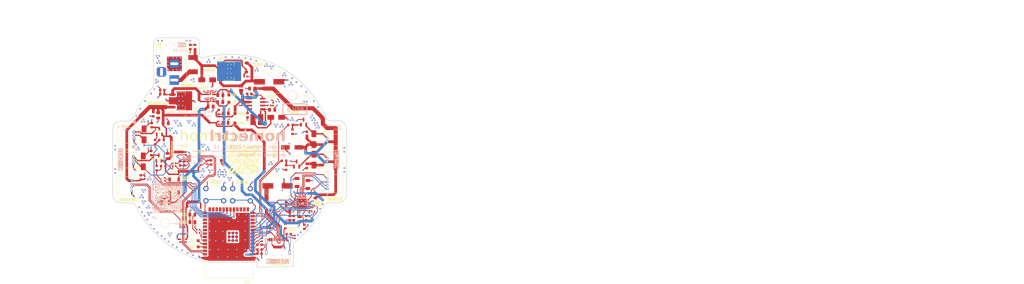
<source format=kicad_pcb>
(kicad_pcb (version 20240108) (generator "pcbnew") (generator_version "8.0")
  (layers (0 "F.Cu" signal) (1 "In1.Cu" signal) (2 "In2.Cu" signal) (31 "B.Cu" signal) (34 "B.Paste" user) (35 "F.Paste" user) (36 "B.SilkS" user "B.Silkscreen") (37 "F.SilkS" user "F.Silkscreen") (38 "B.Mask" user) (39 "F.Mask" user) (44 "Edge.Cuts" user))
  (net 0 "")
  (net 1 "+12V")
  (net 2 "GND")
  (net 3 "Net-(U2-BOOT)")
  (net 4 "Net-(D1-K)")
  (net 5 "Net-(C4-Pad1)")
  (net 6 "Net-(U2-SS)")
  (net 7 "5V-B")
  (net 8 "+5V")
  (net 9 "+3V3")
  (net 10 "5V-U")
  (net 11 "GPIO_0")
  (net 12 "EN")
  (net 13 "Net-(U5-AIN0)")
  (net 14 "Net-(U5-AIN1)")
  (net 15 "SVDD0")
  (net 16 "SVDD1")
  (net 17 "Net-(U8-5VOUT)")
  (net 18 "Net-(U8-CPO)")
  (net 19 "Net-(U8-CPI)")
  (net 20 "Net-(D2-A1)")
  (net 21 "Net-(D3-A)")
  (net 22 "Net-(D4-A)")
  (net 23 "Net-(D5-A)")
  (net 24 "Net-(D6-A)")
  (net 25 "Net-(D8-A)")
  (net 26 "Net-(D9-A)")
  (net 27 "AOUT-0")
  (net 28 "AOUT-1")
  (net 29 "PUMP0-N")
  (net 30 "PUMP1-N")
  (net 31 "Net-(D14-A)")
  (net 32 "Net-(J2-CC1)")
  (net 33 "Net-(J2-CC2)")
  (net 34 "USB_D-")
  (net 36 "USB_D+")
  (net 38 "S3-SCL")
  (net 39 "S3-SDA")
  (net 40 "2A")
  (net 41 "1B")
  (net 42 "2B")
  (net 43 "1A")
  (net 44 "Net-(Q2-Pad1)")
  (net 45 "Net-(Q3-Pad1)")
  (net 46 "Net-(U2-COMP)")
  (net 47 "Net-(U2-ROSC)")
  (net 48 "ADC-RDY")
  (net 49 "SGATE-0")
  (net 50 "Net-(U6-G)")
  (net 51 "Net-(U7-G)")
  (net 52 "SGATE-1")
  (net 53 "PGATE-0")
  (net 54 "PGATE-1")
  (net 55 "Net-(U8-BRB)")
  (net 56 "Net-(U8-BRA)")
  (net 57 "S3-TX")
  (net 58 "S3-RX")
  (net 59 "/ESP32-S3 Breakout/GPIO_14")
  (net 60 "Net-(U1-TXD0)")
  (net 61 "Net-(U1-RXD0)")
  (net 62 "/ESP32-S3 Breakout/GPIO_21")
  (net 63 "/ESP32-S3 Breakout/GPIO_48")
  (net 64 "/ESP32-S3 Breakout/GPIO_47")
  (net 66 "STEP")
  (net 69 "/ESP32-S3 Breakout/GPIO_38")
  (net 75 "ENN")
  (net 76 "DIR")
  (net 86 "Net-(D7-DIN)")
  (net 89 "/ESP32-S3 Breakout/GPIO_09")
  (net 90 "/ESP32-S3 Breakout/GPIO_10")
  (net 91 "/ESP32-S3 Breakout/GPIO_41")
  (net 92 "/ESP32-S3 Breakout/GPIO_42")
  (net 93 "Net-(D3-K)")
  (net 94 "Net-(F1-Pad1)")
  (net 95 "/ESP32-S3 Breakout/GPIO_08")
  (footprint "Capacitor_SMD:C_0805_2012Metric" (layer "F.Cu") (at 146.640001 112.0443 -90)
    (property "Reference" "C30" (hide yes))
    (property "Value" "4.7uF 50V")
  )
  (footprint "Capacitor_SMD:C_0402_1005Metric" (layer "F.Cu") (at 112.5 91.245 -90)
    (property "Reference" "C20" (hide yes))
    (property "Value" "0.1uF 25V")
  )
  (footprint "Package_SO:TSSOP-10_3x3mm_P0.5mm" (layer "F.Cu") (at 108.48 89.7)
    (property "Reference" "U5" (hide yes))
    (property "Value" "ADS1115IDGS" (hide yes))
  )
  (footprint "Capacitor_SMD:C_0805_2012Metric" (layer "F.Cu") (at 136.65 71.8)
    (property "Reference" "C6" (hide yes))
    (property "Value" "47uF 16V")
  )
  (footprint "clipboard:d7d3f97e-8634-446f-a052-60447301ad40" (layer "F.Cu") (at 145.77 66.48)
    (property "Reference" "")
    (property "Value" "")
  )
  (footprint "Capacitor_SMD:C_0603_1608Metric" (layer "F.Cu") (at 128.225 65.945 180)
    (property "Reference" "C3" (hide yes))
    (property "Value" "47 nF 50V")
  )
  (footprint "LM66100:SC-70-6" (layer "F.Cu") (at 113.99 65.48 180)
    (property "Reference" "U3" (hide yes))
    (property "Value" "ID_LM66100DCKR")
  )
  (footprint "TestPoint:TestPoint_Pad_1.0x1.0mm" (layer "F.Cu") (at 118 90.4)
    (property "Reference" "TP7" (hide yes))
    (property "Value" "TP-GND")
  )
  (footprint "Resistor_SMD:R_0402_1005Metric" (layer "F.Cu") (at 145 118.5 90)
    (property "Reference" "R28" (hide yes))
    (property "Value" "1.5k")
  )
  (footprint "Capacitor_SMD:C_0603_1608Metric" (layer "F.Cu") (at 141.75 106.5 -90)
    (property "Reference" "C29" (hide yes))
    (property "Value" "22nF 50V")
  )
  (footprint "Capacitor_SMD:C_1206_3216Metric" (layer "F.Cu") (at 97.4 105.87)
    (property "Reference" "C37" (hide yes))
    (property "Value" "10uF 50V")
  )
  (footprint "Resistor_SMD:R_0603_1608Metric" (layer "F.Cu") (at 94.2 93.215 90)
    (property "Reference" "R17" (hide yes))
    (property "Value" "1k")
  )
  (footprint "ul_530480310:CONN03_530480310_MOL" (layer "F.Cu") (at 85.69 89.035 -90)
    (property "Reference" "J3")
    (property "Value" "SMS-CONN-0")
  )
  (footprint "Resistor_SMD:R_0603_1608Metric" (layer "F.Cu") (at 117.03 72.633 -90)
    (property "Reference" "R5" (hide yes))
    (property "Value" "4.7K")
  )
  (footprint "Capacitor_SMD:C_0603_1608Metric" (layer "F.Cu") (at 102.82 91.455 -90)
    (property "Reference" "C21" (hide yes))
    (property "Value" "0.1uF 12V")
  )
  (footprint "Capacitor_SMD:C_0805_2012Metric" (layer "F.Cu") (at 117.56 68.97)
    (property "Reference" "C12" (hide yes))
    (property "Value" "1uF 12V")
  )
  (footprint "Capacitor_SMD:C_0603_1608Metric" (layer "F.Cu") (at 92.21 87.695 90)
    (property "Reference" "C23" (hide yes))
    (property "Value" "0.1uF 12V")
  )
  (footprint "Capacitor_SMD:C_0603_1608Metric" (layer "F.Cu") (at 96.295 64.54)
    (property "Reference" "C7" (hide yes))
    (property "Value" "0.47uF 16V")
  )
  (footprint "LED_SMD:LED_0805_2012Metric" (layer "F.Cu") (at 107.33 110.3)
    (property "Reference" "D9" (hide yes))
    (property "Value" "DEBUG-LED")
  )
  (footprint "Capacitor_SMD:C_0603_1608Metric" (layer "F.Cu") (at 143.100001 111.5693 -90)
    (property "Reference" "C32" (hide yes))
    (property "Value" "0.1uF 50V")
  )
  (footprint "Capacitor_SMD:C_0603_1608Metric" (layer "F.Cu") (at 132 123.15)
    (property "Reference" "C15" (hide yes))
    (property "Value" "0.1uF 50V" (hide yes))
  )
  (footprint "Diode_SMD:D_SMA" (layer "F.Cu") (at 138.145 74.56)
    (property "Reference" "D1" (hide yes))
    (property "Value" "SS14")
  )
  (footprint "Resistor_SMD:R_0402_1005Metric" (layer "F.Cu") (at 110.4 108.4 -90)
    (property "Reference" "R31" (hide yes))
    (property "Value" "10k")
  )
  (footprint "TPS5405DR:SOIC127P599X175-8N" (layer "F.Cu") (at 130.735 69.6)
    (property "Reference" "U2" (hide yes))
    (property "Value" "TPS5405DR")
  )
  (footprint "Resistor_SMD:R_0402_1005Metric" (layer "F.Cu") (at 105 119.89 -90)
    (property "Reference" "R13" (hide yes))
    (property "Value" "4.7k")
  )
  (footprint "Capacitor_SMD:C_0603_1608Metric" (layer "F.Cu") (at 152.390001 103.4343 -90)
    (property "Reference" "C34" (hide yes))
    (property "Value" "0.1uF 50V")
  )
  (footprint "Capacitor_SMD:C_0603_1608Metric" (layer "F.Cu") (at 148.49 114.77 -90)
    (property "Reference" "C27" (hide yes))
    (property "Value" "2.2uF 35V")
  )
  (footprint "Capacitor_SMD:C_0603_1608Metric" (layer "F.Cu") (at 96.295 66.03)
    (property "Reference" "C10" (hide yes))
    (property "Value" "10uF 16V")
  )
  (footprint "EEH_ZK1V101XP:CAP_EEHZK1V101XP" (layer "F.Cu") (at 144 85.6 180)
    (property "Reference" "C41" (hide yes))
    (property "Value" "100uF 35V")
  )
  (footprint "Package_TO_SOT_SMD:SOT-223" (layer "F.Cu") (at 120.82 57.6)
    (property "Reference" "Q1" (hide yes))
    (property "Value" "DMP6023LE-13")
  )
  (footprint "Resistor_SMD:R_0402_1005Metric" (layer "F.Cu") (at 100.65 91.49)
    (property "Reference" "R16" (hide yes))
    (property "Value" "1k" (hide yes))
  )
  (footprint "ul_530480310:CONN03_530480310_MOL" (layer "F.Cu") (at 85.9459 79.9169 -90)
    (property "Reference" "J4")
    (property "Value" "SMS-CONN-1")
  )
  (footprint "TestPoint:TestPoint_Pad_1.0x1.0mm" (layer "F.Cu") (at 120.75 69.02 90)
    (property "Reference" "TP3" (hide yes))
    (property "Value" "TP_5V-U")
  )
  (footprint "LM66100:SC-70-6" (layer "F.Cu") (at 113.99 68.09 180)
    (property "Reference" "U4" (hide yes))
    (property "Value" "ID_LM66100DCKR")
  )
  (footprint "Capacitor_SMD:C_0603_1608Metric" (layer "F.Cu") (at 131.99 121.37)
    (property "Reference" "C35" (hide yes))
    (property "Value" "0.1uF 12V" (hide yes))
  )
  (footprint "Resistor_SMD:R_1206_3216Metric" (layer "F.Cu") (at 145.8 98.5 90)
    (property "Reference" "R25" (hide yes))
    (property "Value" "0.11" (hide yes))
  )
  (footprint "clipboard:d7d3f97e-8634-446f-a052-60447301ad40" (layer "F.Cu") (at 98.89 113.43)
    (property "Reference" "")
    (property "Value" "")
  )
  (footprint "Diode_SMD:D_SMA" (layer "F.Cu") (at 152 90.12 90)
    (property "Reference" "D12" (hide yes))
    (property "Value" "P0D")
  )
  (footprint "Capacitor_SMD:C_0603_1608Metric" (layer "F.Cu") (at 104.38 91.45 90)
    (property "Reference" "C22" (hide yes))
    (property "Value" "0.1uF 12V" (hide yes))
  )
  (footprint "Resistor_SMD:R_0402_1005Metric" (layer "F.Cu") (at 97.19 97.27 -90)
    (property "Reference" "R30" (hide yes))
    (property "Value" "330")
  )
  (footprint "MPZ2012S221AT000:BEADC2012X105N" (layer "F.Cu") (at 125.25 63.86 -90)
    (property "Reference" "FB1" (hide yes))
    (property "Value" "FerriteBead" (hide yes))
  )
  (footprint "ul_TMC2209:QFN28_5X5_TRI" (layer "F.Cu") (at 147.47 106.32)
    (property "Reference" "U8")
    (property "Value" "TMC2209")
  )
  (footprint "Resistor_SMD:R_0402_1005Metric" (layer "F.Cu") (at 109.46 115.86 180)
    (property "Reference" "R8" (hide yes))
    (property "Value" "47")
  )
  (footprint "IFSC1515AHER100M01:IND_IFSC_1515AH_VIS" (layer "F.Cu") (at 131.0411 75.4)
    (property "Reference" "L1")
    (property "Value" "L")
  )
  (footprint "Resistor_SMD:R_0603_1608Metric" (layer "F.Cu") (at 143.4 77.355)
    (property "Reference" "R23" (hide yes))
    (property "Value" "1k")
  )
  (footprint "0ZCG0260BF2B:FUSER_0ZCG0260BF2B" (layer "F.Cu") (at 107.6 55.2 90)
    (property "Reference" "F1" (hide yes))
    (property "Value" "Polyfuse")
  )
  (footprint "Resistor_SMD:R_0603_1608Metric" (layer "F.Cu") (at 96.66 92.5 180)
    (property "Reference" "R19" (hide yes))
    (property "Value" "10k")
  )
  (footprint "Connector_BarrelJack:BarrelJack_Horizontal" (layer "F.Cu") (at 100.71 60.865 -90)
    (property "Reference" "J1" (hide yes))
    (property "Value" "Barrel_Jack")
  )
  (footprint "Resistor_SMD:R_0402_1005Metric" (layer "F.Cu") (at 109.45 116.95 180)
    (property "Reference" "R7" (hide yes))
    (property "Value" "330")
  )
  (footprint "LED_SMD:LED_WS2812B_PLCC4_5.0x5.0mm_P3.2mm" (layer "F.Cu") (at 100.65 99.82 90)
    (property "Reference" "D7" (hide yes))
    (property "Value" "SYS-LED")
  )
  (footprint "Resistor_SMD:R_0402_1005Metric" (layer "F.Cu") (at 126.89 59.6)
    (property "Reference" "R2" (hide yes))
    (property "Value" "100k")
  )
  (footprint "Resistor_SMD:R_0402_1005Metric" (layer "F.Cu") (at 102.8 119.89 90)
    (property "Reference" "R12" (hide yes))
    (property "Value" "4.7k")
  )
  (footprint "Capacitor_SMD:C_0805_2012Metric" (layer "F.Cu") (at 129.3 64)
    (property "Reference" "C2" (hide yes))
    (property "Value" "10uF 25V")
  )
  (footprint "TestPoint:TestPoint_Pad_1.0x1.0mm" (layer "F.Cu") (at 109.5 122.15 180)
    (property "Reference" "TP1" (hide yes))
    (property "Value" "TX")
  )
  (footprint "Capacitor_SMD:C_0805_2012Metric" (layer "F.Cu") (at 98.19 88.78 90)
    (property "Reference" "C25" (hide yes))
    (property "Value" "10uF 12V" (hide yes))
  )
  (footprint "TestPoint:TestPoint_Pad_1.0x1.0mm" (layer "F.Cu") (at 123.0575 73.158)
    (property "Reference" "TP4" (hide yes))
    (property "Value" "TP_12V")
  )
  (footprint "TestPoint:TestPoint_Pad_1.0x1.0mm" (layer "F.Cu") (at 109.49 119.87 180)
    (property "Reference" "TP2" (hide yes))
    (property "Value" "RX")
  )
  (footprint "Capacitor_SMD:C_0603_1608Metric" (layer "F.Cu") (at 149.180001 111.5743 90)
    (property "Reference" "C28" (hide yes))
    (property "Value" "0.1uF 50V" (hide yes))
  )
  (footprint "Resistor_SMD:R_0402_1005Metric" (layer "F.Cu") (at 132.94 119.57 -90)
    (property "Reference" "R29" (hide yes))
    (property "Value" "10k" (hide yes))
  )
  (footprint "ESP32-S3-WROOM-1-N16R2:XCVR_ESP32-S3-WROOM-1-N16R2" (layer "F.Cu") (at 120.72 120.89 180)
    (property "Reference" "U1")
    (property "Value" "ESP32-S3-WROOM-1")
  )
  (footprint "QR-CODE:qR" (layer "F.Cu") (at 126.29 90.25)
    (property "Reference" "G***" (hide yes))
    (property "Value" "LOGO" (hide yes))
  )
  (footprint "MountingHole:MountingHole_3.2mm_M3" (layer "F.Cu") (at 144.11 66.49)
    (property "Reference" "H2" (hide yes))
    (property "Value" "MountingHole")
  )
  (footprint "Button_Switch_THT:SW_PUSH_6mm" (layer "F.Cu") (at 112.33 100.72)
    (property "Reference" "SW2" (hide yes))
    (property "Value" "SW_BOOT")
  )
  (footprint "Diode_SMD:D_SMA" (layer "F.Cu") (at 152 82.5825 90)
    (property "Reference" "D13" (hide yes))
    (property "Value" "P1D")
  )
  (footprint "530480410:MOLEX_530480410" (layer "F.Cu") (at 85.0759 97.8519 -90)
    (property "Reference" "J5" (hide yes))
    (property "Value" "ALS_CONN")
  )
  (footprint "Diode_SMD:D_SMA" (layer "F.Cu") (at 89.31 90.7325 90)
    (property "Reference" "D10" (hide yes))
    (property "Value" "SMAJ5.0A")
  )
  (footprint "Resistor_SMD:R_1206_3216Metric" (layer "F.Cu") (at 149.75 99.2543 90)
    (property "Reference" "R26" (hide yes))
    (property "Value" "0.11")
  )
  (footprint "ul_SI2301CDS-T1-GE3:TO-236_VIS" (layer "F.Cu") (at 95.009999 89.534)
    (property "Reference" "U6")
    (property "Value" "SI2301")
  )
  (footprint "Resistor_SMD:R_0603_1608Metric" (layer "F.Cu") (at 93.63 83.7 90)
    (property "Reference" "R18" (hide yes))
    (property "Value" "1k" (hide yes))
  )
  (footprint "Diode_SMD:D_SMA" (layer "F.Cu") (at 112.8 60.8)
    (property "Reference" "D2" (hide yes))
    (property "Value" "SMAJ15A")
  )
  (footprint "Resistor_SMD:R_0603_1608Metric" (layer "F.Cu") (at 144.115 79.85 90)
    (property "Reference" "R24" (hide yes))
    (property "Value" "10k")
  )
  (footprint "Capacitor_SMD:C_0402_1005Metric" (layer "F.Cu") (at 98.78 104.07)
    (property "Reference" "C36" (hide yes))
    (property "Value" "0.1uF 12V")
  )
  (footprint "Capacitor_SMD:C_0805_2012Metric" (layer "F.Cu") (at 117.62 66.4)
    (property "Reference" "C11" (hide yes))
    (property "Value" "1uF 12V")
  )
  (footprint "LED_SMD:LED_0603_1608Metric" (layer "F.Cu") (at 142.7125 117.5)
    (property "Reference" "D14" (hide yes))
    (property "Value" "USB-LED")
  )
  (footprint "Diode_SMD:D_SMA" (layer "F.Cu") (at 89.6 80.81 90)
    (property "Reference" "D11" (hide yes))
    (property "Value" "SMAJ5.0A")
  )
  (footprint "530480410:MOLEX_530480410" (layer "F.Cu") (at 156.88 100.83 90)
    (property "Reference" "J8" (hide yes))
    (property "Value" "STEP-CONN")
  )
  (footprint "Resistor_SMD:R_0402_1005Metric" (layer "F.Cu") (at 100.65 92.47)
    (property "Reference" "R15" (hide yes))
    (property "Value" "1k" (hide yes))
  )
  (footprint "Capacitor_SMD:C_0805_2012Metric" (layer "F.Cu") (at 97.56 76.73)
    (property "Reference" "C26" (hide yes))
    (property "Value" "10uF 12V")
  )
  (footprint "Resistor_SMD:R_0603_1608Metric" (layer "F.Cu") (at 141.7875 93.025 90)
    (property "Reference" "R22" (hide yes))
    (property "Value" "10k")
  )
  (footprint "Resistor_SMD:R_0402_1005Metric" (layer "F.Cu") (at 125.985 70.175)
    (property "Reference" "R3" (hide yes))
    (property "Value" "100k")
  )
  (footprint "LED_SMD:LED_0805_2012Metric" (layer "F.Cu") (at 107.37 113.05)
    (property "Reference" "D8" (hide yes))
    (property "Value" "WIFI-LED")
  )
  (footprint "Resistor_SMD:R_0603_1608Metric" (layer "F.Cu") (at 96.02 82.9 180)
    (property "Reference" "R20" (hide yes))
    (property "Value" "10k")
  )
  (footprint "530480210:MOLEX_530480210" (layer "F.Cu") (at 156.87 83.53 90)
    (property "Reference" "J7" (hide yes))
    (property "Value" "PUMP1-CONN")
  )
  (footprint "Capacitor_SMD:C_0805_2012Metric" (layer "F.Cu") (at 114.05 70.6)
    (property "Reference" "C9" (hide yes))
    (property "Value" "47uF 12V")
  )
  (footprint "ul_SI2301CDS-T1-GE3:TO-236_VIS" (layer "F.Cu") (at 95.209999 79.834)
    (property "Reference" "U7")
    (property "Value" "SI2301")
  )
  (footprint "EEE_FK1V101P:CAP_EEEFK1V101P" (layer "F.Cu") (at 138.62 99.75)
    (property "Reference" "C33" (hide yes))
    (property "Value" "220uF 35V")
  )
  (footprint "Resistor_SMD:R_0603_1608Metric" (layer "F.Cu") (at 141.0325 90.545)
    (property "Reference" "R21" (hide yes))
    (property "Value" "1k")
  )
  (footprint "LED_SMD:LED_0805_2012Metric" (layer "F.Cu") (at 119.5325 76.64 180)
    (property "Reference" "D5" (hide yes))
    (property "Value" "3V3-LED")
  )
  (footprint "EEE_FK1V101P:CAP_EEEFK1V101P" (layer "F.Cu") (at 135.55 61.5)
    (property "Reference" "C1" (hide yes))
    (property "Value" "100uF 35V")
  )
  (footprint "Package_TO_SOT_SMD:SOT-23" (layer "F.Cu") (at 148.2 76.3375 90)
    (property "Reference" "Q3" (hide yes))
    (property "Value" "AO3400A")
  )
  (footprint "Resistor_SMD:R_0402_1005Metric" (layer "F.Cu") (at 116.955 76.6 -90)
    (property "Reference" "R6" (hide yes))
    (property "Value" "1k")
  )
  (footprint "Resistor_SMD:R_0402_1005Metric" (layer "F.Cu") (at 104.98 87.82 -90)
    (property "Reference" "R14" (hide yes))
    (property "Value" "4.7k")
  )
  (footprint "Capacitor_SMD:C_0402_1005Metric" (layer "F.Cu") (at 137.045 69.72 90)
    (property "Reference" "C4" (hide yes))
    (property "Value" "3.3nF 16V" (hide yes))
  )
  (footprint "Package_TO_SOT_SMD:SOT-23" (layer "F.Cu") (at 145.6325 91.745 90)
    (property "Reference" "Q2" (hide yes))
    (property "Value" "AO3400A")
  )
  (footprint "Resistor_SMD:R_0603_1608Metric" (layer "F.Cu") (at 135.75 116 90)
    (property "Reference" "R10" (hide yes))
    (property "Value" "5.1k")
  )
  (footprint "TestPoint:TestPoint_Pad_1.0x1.0mm" (layer "F.Cu") (at 120.76 66.35 90)
    (property "Reference" "TP6" (hide yes))
    (property "Value" "TP-5V-B")
  )
  (footprint "Capacitor_SMD:C_0603_1608Metric" (layer "F.Cu") (at 93 73.425 90)
    (property "Reference" "C13" (hide yes))
    (property "Value" "0.1uF 25V")
  )
  (footprint "Capacitor_SMD:C_0805_2012Metric" (layer "F.Cu") (at 94.8 73.85 90)
    (property "Reference" "C8" (hide yes))
    (property "Value" "22uF 16V")
  )
  (footprint "Diode_SMD:D_SOD-123" (layer "F.Cu") (at 127.18 56.27 -90)
    (property "Reference" "D3" (hide yes))
    (property "Value" "D_Zener")
  )
  (footprint "Capacitor_SMD:C_0603_1608Metric" (layer "F.Cu") (at 127.6 73.8 90)
    (property "Reference" "C5" (hide yes))
    (property "Value" "47nF 25V" (hide yes))
  )
  (footprint "Capacitor_SMD:C_0402_1005Metric" (layer "F.Cu") (at 89.865 96.64 90)
    (property "Reference" "C18" (hide yes))
    (property "Value" "0.1uF 25V")
  )
  (footprint "Capacitor_SMD:C_0603_1608Metric" (layer "F.Cu") (at 149.4 92.4 -90)
    (property "Reference" "C43" (hide yes))
    (property "Value" "0.1uF 50V")
  )
  (footprint "Capacitor_SMD:C_0603_1608Metric" (layer "F.Cu") (at 144.600001 111.5693 -90)
    (property "Reference" "C31" (hide yes))
    (property "Value" "0.1uF 50V")
  )
  (footprint "Resistor_SMD:R_0402_1005Metric" (layer "F.Cu") (at 151.720001 109.1343)
    (property "Reference" "R27" (hide yes))
    (property "Value" "1k")
  )
  (footprint "Capacitor_SMD:C_0603_1608Metric" (layer "F.Cu") (at 149.4 80.6 90)
    (property "Reference" "C42" (hide yes))
    (property "Value" "0.1uF 50V")
  )
  (footprint "Button_Switch_THT:SW_PUSH_6mm" (layer "F.Cu") (at 122.14 100.75)
    (property "Reference" "SW1" (hide yes))
    (property "Value" "SW_RESET")
  )
  (footprint "TestPoint:TestPoint_Pad_1.0x1.0mm" (layer "F.Cu") (at 122.96 76.67)
    (property "Reference" "TP5" (hide yes))
    (property "Value" "TP_3V3")
  )
  (footprint "LED_SMD:LED_0603_1608Metric" (layer "F.Cu") (at 106.58 48.7325 90)
    (property "Reference" "D6" (hide yes))
    (property "Value" "BUCK-LED" (hide yes))
  )
  (footprint "Resistor_SMD:R_0603_1608Metric" (layer "F.Cu") (at 108.33 48.745 -90)
    (property "Reference" "R4" (hide yes))
    (property "Value" "4.7K")
  )
  (footprint "Resistor_SMD:R_0402_1005Metric" (layer "F.Cu") (at 135.565 70.2)
    (property "Reference" "R1" (hide yes))
    (property "Value" "15k")
  )
  (footprint "Resistor_SMD:R_0603_1608Metric" (layer "F.Cu") (at 141.5 114.5 90)
    (property "Reference" "R11" (hide yes))
    (property "Value" "5.1k")
  )
  (footprint "Capacitor_SMD:C_0603_1608Metric" (layer "F.Cu") (at 114.25 91.13 -90)
    (property "Reference" "C19" (hide yes))
    (property "Value" "10uF 25V")
  )
  (footprint "Capacitor_SMD:C_0603_1608Metric" (layer "F.Cu") (at 88.395 96.615 90)
    (property "Reference" "C17" (hide yes))
    (property "Value" "10uF 25V")
  )
  (footprint "USBC-CONN:USB_C_DB-108PWB" (layer "F.Cu") (at 138.82 122.01)
    (property "Reference" "J2" (hide yes))
    (property "Value" "USB_C_Female_USB2_Small" (hide yes))
  )
  (footprint "MountingHole:MountingHole_3.2mm_M3" (layer "F.Cu") (at 97.24 113.43)
    (property "Reference" "H1" (hide yes))
    (property "Value" "MountingHole")
  )
  (footprint "LED_SMD:LED_0805_2012Metric" (layer "F.Cu") (at 119.62 73.108 180)
    (property "Reference" "D4" (hide yes))
    (property "Value" "12V-LED")
  )
  (footprint "Capacitor_SMD:C_0603_1608Metric" (layer "F.Cu") (at 132 124.66)
    (property "Reference" "C16" (hide yes))
    (property "Value" "10uF 12V")
  )
  (footprint "LM3940IMP-3.3_NOPB:VREG_LM3940IMP-3.3_NOPB" (layer "F.Cu") (at 103.005 68.51)
    (property "Reference" "VR1" (hide yes))
    (property "Value" "LM3940IMP-3.3_NOPB")
  )
  (footprint "530480210:MOLEX_530480210" (layer "F.Cu") (at 156.93 90.88 90)
    (property "Reference" "J6" (hide yes))
    (property "Value" "PUMP0-CONN")
  )
  (footprint "Capacitor_SMD:C_0603_1608Metric" (layer "F.Cu") (at 92.39 77.445 90)
    (property "Reference" "C24" (hide yes))
    (property "Value" "0.1uF 12V")
  )
  (footprint "clipboard:d7d3f97e-8634-446f-a052-60447301ad40" (layer "B.Cu") (at 95.59 113.43 180)
    (property "Reference" "")
    (property "Value" "")
  )
  (footprint "clipboard:d7d3f97e-8634-446f-a052-60447301ad40" (layer "B.Cu") (at 142.46 66.51 180)
    (property "Reference" "")
    (property "Value" "")
  )
  (gr_rect (start 94.956 104.268637) (end 95.315727 104.628364) (stroke (width -0.000001)) (fill solid) (layer "B.SilkS"))
  (gr_rect (start 100.544 102.522387) (end 100.903727 102.882114) (stroke (width -0.000001)) (fill solid) (layer "B.SilkS"))
  (gr_rect (start 98.79775 106.364136) (end 99.157477 106.723864) (stroke (width -0.000001)) (fill solid) (layer "B.SilkS"))
  (gr_rect (start 93.569477 99.728387) (end 94.617228 100.776137) (stroke (width -0.000001)) (fill solid) (layer "B.SilkS"))
  (gr_rect (start 99.8455 105.316387) (end 100.205227 105.676114) (stroke (width -0.000001)) (fill solid) (layer "B.SilkS"))
  (gr_line (start 101.06462 113.59) (end 98.88462 113.59) (stroke (width 0.1)) (layer "B.SilkS"))
  (gr_rect (start 95.654501 102.173137) (end 96.014227 102.532864) (stroke (width -0.000001)) (fill solid) (layer "B.SilkS"))
  (gr_rect (start 96.00375 104.617887) (end 96.363478 104.977614) (stroke (width -0.000001)) (fill solid) (layer "B.SilkS"))
  (gr_rect (start 96.00375 102.173137) (end 96.363478 102.532864) (stroke (width -0.000001)) (fill solid) (layer "B.SilkS"))
  (gr_rect (start 100.89325 106.014887) (end 101.252977 106.374613) (stroke (width -0.000001)) (fill solid) (layer "B.SilkS"))
  (gr_rect (start 98.79775 104.617887) (end 99.157477 104.977614) (stroke (width -0.000001)) (fill solid) (layer "B.SilkS"))
  (gr_rect (start 97.75 100.426887) (end 98.109728 100.786614) (stroke (width -0.000001)) (fill solid) (layer "B.SilkS"))
  (gr_rect (start 93.908251 107.761137) (end 94.267977 108.120863) (stroke (width -0.000001)) (fill solid) (layer "B.SilkS"))
  (gr_rect (start 100.89325 103.570137) (end 101.252977 103.929864) (stroke (width -0.000001)) (fill solid) (layer "B.SilkS"))
  (gr_rect (start 94.606751 108.459637) (end 94.966478 108.819363) (stroke (width -0.000001)) (fill solid) (layer "B.SilkS"))
  (gr_rect (start 101.2425 103.220887) (end 101.602227 103.580614) (stroke (width -0.000001)) (fill solid) (layer "B.SilkS"))
  (gr_rect (start 94.606751 107.411886) (end 94.966478 107.771614) (stroke (width -0.000001)) (fill solid) (layer "B.SilkS"))
  (gr_rect (start 99.49625 106.364136) (end 99.855977 106.723864) (stroke (width -0.000001)) (fill solid) (layer "B.SilkS"))
  (gr_rect (start 98.09925 105.665636) (end 98.458977 106.025364) (stroke (width -0.000001)) (fill solid) (layer "B.SilkS"))
  (gr_rect (start 102.6395 104.268637) (end 102.999227 104.628364) (stroke (width -0.000001)) (fill solid) (layer "B.SilkS"))
  (gr_rect (start 96.70225 107.761137) (end 97.061977 108.120863) (stroke (width -0.000001)) (fill solid) (layer "B.SilkS"))
  (gr_rect (start 94.2575 108.808886) (end 94.617228 109.168613) (stroke (width -0.000001)) (fill solid) (layer "B.SilkS"))
  (gr_rect (start 97.75 101.474637) (end 98.109728 101.834364) (stroke (width -0.000001)) (fill solid) (layer "B.SilkS"))
  (gr_rect (start 97.0515 107.062636) (end 97.411227 107.422363) (stroke (width -0.000001)) (fill solid) (layer "B.SilkS"))
  (gr_rect (start 96.00375 106.713387) (end 96.363478 107.073114) (stroke (width -0.000001)) (fill solid) (layer "B.SilkS"))
  (gr_rect (start 98.4485 104.617887) (end 98.808227 104.977614) (stroke (width -0.000001)) (fill solid) (layer "B.SilkS"))
  (gr_rect (start 94.2575 107.062636) (end 94.617228 107.422363) (stroke (width -0.000001)) (fill solid) (layer "B.SilkS"))
  (gr_rect (start 92.860501 103.570137) (end 93.220228 103.929864) (stroke (width -0.000001)) (fill solid) (layer "B.SilkS"))
  (gr_rect (start 96.70225 104.617887) (end 97.061977 104.977614) (stroke (width -0.000001)) (fill solid) (layer "B.SilkS"))
  (gr_rect (start 98.4485 101.125387) (end 98.808227 101.485114) (stroke (width -0.000001)) (fill solid) (layer "B.SilkS"))
  (gr_rect (start 96.70225 102.173137) (end 97.061977 102.532864) (stroke (width -0.000001)) (fill solid) (layer "B.SilkS"))
  (gr_rect (start 96.353 100.776137) (end 96.712727 101.135864) (stroke (width -0.000001)) (fill solid) (layer "B.SilkS"))
  (gr_rect (start 99.8455 100.426887) (end 100.205227 100.786614) (stroke (width -0.000001)) (fill solid) (layer "B.SilkS"))
  (gr_rect (start 94.956 105.316387) (end 95.315727 105.676114) (stroke (width -0.000001)) (fill solid) (layer "B.SilkS"))
  (gr_rect (start 101.59175 104.268637) (end 101.951477 104.628364) (stroke (width -0.000001)) (fill solid) (layer "B.SilkS"))
  (gr_rect (start 92.860501 107.411886) (end 93.220228 107.771614) (stroke (width -0.000001)) (fill solid) (layer "B.SilkS"))
  (gr_rect (start 99.8455 106.364136) (end 100.205227 106.723864) (stroke (width -0.000001)) (fill solid) (layer "B.SilkS"))
  (gr_rect (start 94.2575 103.570137) (end 94.617228 103.929864) (stroke (width -0.000001)) (fill solid) (layer "B.SilkS"))
  (gr_rect (start 99.147 104.967137) (end 99.506727 105.326864) (stroke (width -0.000001)) (fill solid) (layer "B.SilkS"))
  (gr_rect (start 98.09925 100.077637) (end 98.458977 100.437364) (stroke (width -0.000001)) (fill solid) (layer "B.SilkS"))
  (gr_rect (start 102.6395 104.967137) (end 102.999227 105.326864) (stroke (width -0.000001)) (fill solid) (layer "B.SilkS"))
  (gr_rect (start 97.0515 105.316387) (end 97.411227 105.676114) (stroke (width -0.000001)) (fill solid) (layer "B.SilkS"))
  (gr_rect (start 92.860501 107.761137) (end 93.220228 108.120863) (stroke (width -0.000001)) (fill solid) (layer "B.SilkS"))
  (gr_rect (start 95.30525 105.665636) (end 95.664978 106.025364) (stroke (width -0.000001)) (fill solid) (layer "B.SilkS"))
  (gr_rect (start 101.941 102.871637) (end 102.300727 103.231364) (stroke (width -0.000001)) (fill solid) (layer "B.SilkS"))
  (gr_rect (start 101.59175 106.014887) (end 101.951477 106.374613) (stroke (width -0.000001)) (fill solid) (layer "B.SilkS"))
  (gr_rect (start 96.353 108.110386) (end 96.712727 108.470114) (stroke (width -0.000001)) (fill solid) (layer "B.SilkS"))
  (gr_rect (start 94.2575 105.316387) (end 94.617228 105.676114) (stroke (width -0.000001)) (fill solid) (layer "B.SilkS"))
  (gr_rect (start 93.559 104.967137) (end 93.918728 105.326864) (stroke (width -0.000001)) (fill solid) (layer "B.SilkS"))
  (gr_rect (start 97.0515 99.728387) (end 97.411227 100.088114) (stroke (width -0.000001)) (fill solid) (layer "B.SilkS"))
  (gr_rect (start 100.544 101.823887) (end 100.903727 102.183614) (stroke (width -0.000001)) (fill solid) (layer "B.SilkS"))
  (gr_poly (pts (xy 100.554477 101.474637) (xy 102.999227 101.474637) (xy 102.999227 101.125387) (xy 102.649977 101.125387) (xy 100.903727 101.125387) (xy 100.903727 99.379137) (xy 102.649977 99.379137) (xy 102.649977 101.125387) (xy 102.999227 101.125387) (xy 102.999227 99.029887) (xy 100.554477 99.029887)) (stroke (width -0.000001)) (fill solid) (layer "B.SilkS"))
  (gr_rect (start 96.00375 102.871637) (end 96.363478 103.231364) (stroke (width -0.000001)) (fill solid) (layer "B.SilkS"))
  (gr_rect (start 98.79775 102.173137) (end 99.157477 102.532864) (stroke (width -0.000001)) (fill solid) (layer "B.SilkS"))
  (gr_rect (start 102.29025 104.268637) (end 102.649977 104.628364) (stroke (width -0.000001)) (fill solid) (layer "B.SilkS"))
  (gr_rect (start 93.209751 106.364136) (end 93.569477 106.723864) (stroke (width -0.000001)) (fill solid) (layer "B.SilkS"))
  (gr_rect (start 98.79775 102.522387) (end 99.157477 102.882114) (stroke (width -0.000001)) (fill solid) (layer "B.SilkS"))
  (gr_rect (start 100.544 103.220887) (end 100.903727 103.580614) (stroke (width -0.000001)) (fill solid) (layer "B.SilkS"))
  (gr_rect (start 94.2575 104.268637) (end 94.617228 104.628364) (stroke (width -0.000001)) (fill solid) (layer "B.SilkS"))
  (gr_rect (start 99.147 106.364136) (end 99.506727 106.723864) (stroke (width -0.000001)) (fill solid) (layer "B.SilkS"))
  (gr_rect (start 98.09925 99.029887) (end 98.458977 99.389614) (stroke (width -0.000001)) (fill solid) (layer "B.SilkS"))
  (gr_rect (start 96.00375 106.014887) (end 96.363478 106.374613) (stroke (width -0.000001)) (fill solid) (layer "B.SilkS"))
  (gr_rect (start 93.908251 102.871637) (end 94.267977 103.231364) (stroke (width -0.000001)) (fill solid) (layer "B.SilkS"))
  (gr_rect (start 95.654501 108.110386) (end 96.014227 108.470114) (stroke (width -0.000001)) (fill solid) (layer "B.SilkS"))
  (gr_rect (start 99.49625 103.220887) (end 99.855977 103.580614) (stroke (width -0.000001)) (fill solid) (layer "B.SilkS"))
  (gr_rect (start 97.0515 101.125387) (end 97.411227 101.485114) (stroke (width -0.000001)) (fill solid) (layer "B.SilkS"))
  (gr_rect (start 98.09925 103.220887) (end 98.458977 103.580614) (stroke (width -0.000001)) (fill solid) (layer "B.SilkS"))
  (gr_rect (start 96.70225 101.823887) (end 97.061977 102.183614) (stroke (width -0.000001)) (fill solid) (layer "B.SilkS"))
  (gr_rect (start 93.559 101.823887) (end 93.918728 102.183614) (stroke (width -0.000001)) (fill solid) (layer "B.SilkS"))
  (gr_rect (start 92.860501 106.364136) (end 93.220228 106.723864) (stroke (width -0.000001)) (fill solid) (layer "B.SilkS"))
  (gr_rect (start 94.956 108.110386) (end 95.315727 108.470114) (stroke (width -0.000001)) (fill solid) (layer "B.SilkS"))
  (gr_rect (start 96.00375 108.110386) (end 96.363478 108.470114) (stroke (width -0.000001)) (fill solid) (layer "B.SilkS"))
  (gr_rect (start 97.75 107.062636) (end 98.109728 107.422363) (stroke (width -0.000001)) (fill solid) (layer "B.SilkS"))
  (gr_rect (start 99.147 108.110386) (end 99.506727 108.470114) (stroke (width -0.000001)) (fill solid) (layer "B.SilkS"))
  (gr_rect (start 98.79775 99.728387) (end 99.157477 100.088114) (stroke (width -0.000001)) (fill solid) (layer "B.SilkS"))
  (gr_rect (start 98.09925 101.823887) (end 98.458977 102.183614) (stroke (width -0.000001)) (fill solid) (layer "B.SilkS"))
  (gr_rect (start 95.654501 104.268637) (end 96.014227 104.628364) (stroke (width -0.000001)) (fill solid) (layer "B.SilkS"))
  (gr_rect (start 94.956 103.570137) (end 95.315727 103.929864) (stroke (width -0.000001)) (fill solid) (layer "B.SilkS"))
  (gr_rect (start 98.79775 104.268637) (end 99.157477 104.628364) (stroke (width -0.000001)) (fill solid) (layer "B.SilkS"))
  (gr_rect (start 97.75 99.728387) (end 98.109728 100.088114) (stroke (width -0.000001)) (fill solid) (layer "B.SilkS"))
  (gr_rect (start 97.0515 102.871637) (end 97.411227 103.231364) (stroke (width -0.000001)) (fill solid) (layer "B.SilkS"))
  (gr_line (start 101.06462 114.045) (end 101.06462 113.135) (stroke (width 0.1)) (layer "B.SilkS"))
  (gr_rect (start 96.00375 103.570137) (end 96.363478 103.929864) (stroke (width -0.000001)) (fill solid) (layer "B.SilkS"))
  (gr_line (start 141.435 87) (end 107.364999 87) (stroke (width 0.2)) (layer "B.SilkS"))
  (gr_rect (start 96.00375 103.220887) (end 96.363478 103.580614) (stroke (width -0.000001)) (fill solid) (layer "B.SilkS"))
  (gr_rect (start 99.147 101.125387) (end 99.506727 101.485114) (stroke (width -0.000001)) (fill solid) (layer "B.SilkS"))
  (gr_rect (start 96.70225 102.522387) (end 97.061977 102.882114) (stroke (width -0.000001)) (fill solid) (layer "B.SilkS"))
  (gr_rect (start 100.544 104.617887) (end 100.903727 104.977614) (stroke (width -0.000001)) (fill solid) (layer "B.SilkS"))
  (gr_rect (start 97.0515 104.967137) (end 97.411227 105.326864) (stroke (width -0.000001)) (fill solid) (layer "B.SilkS"))
  (gr_rect (start 94.2575 102.173137) (end 94.617228 102.532864) (stroke (width -0.000001)) (fill solid) (layer "B.SilkS"))
  (gr_rect (start 101.252977 99.728387) (end 102.300727 100.776137) (stroke (width -0.000001)) (fill solid) (layer "B.SilkS"))
  (gr_rect (start 140.58 69.6) (end 149.42 73.52) (stroke (width 0.35)) (fill none) (layer "B.SilkS"))
  (gr_rect (start 100.544 105.316387) (end 100.903727 105.676114) (stroke (width -0.000001)) (fill solid) (layer "B.SilkS"))
  (gr_rect (start 100.544 106.014887) (end 100.903727 106.374613) (stroke (width -0.000001)) (fill solid) (layer "B.SilkS"))
  (gr_rect (start 101.941 105.665636) (end 102.300727 106.025364) (stroke (width -0.000001)) (fill solid) (layer "B.SilkS"))
  (gr_rect (start 93.559 107.761137) (end 93.918728 108.120863) (stroke (width -0.000001)) (fill solid) (layer "B.SilkS"))
  (gr_rect (start 93.908251 103.919386) (end 94.267977 104.279114) (stroke (width -0.000001)) (fill solid) (layer "B.SilkS"))
  (gr_rect (start 95.654501 100.426887) (end 96.014227 100.786614) (stroke (width -0.000001)) (fill solid) (layer "B.SilkS"))
  (gr_rect (start 93.209751 105.665636) (end 93.569477 106.025364) (stroke (width -0.000001)) (fill solid) (layer "B.SilkS"))
  (gr_rect (start 95.30525 107.411886) (end 95.664978 107.771614) (stroke (width -0.000001)) (fill solid) (layer "B.SilkS"))
  (gr_rect (start 93.209751 107.761137) (end 93.569477 108.120863) (stroke (width -0.000001)) (fill solid) (layer "B.SilkS"))
  (gr_rect (start 94.956 106.014887) (end 95.315727 106.374613) (stroke (width -0.000001)) (fill solid) (layer "B.SilkS"))
  (gr_rect (start 95.654501 99.728387) (end 96.014227 100.088114) (stroke (width -0.000001)) (fill solid) (layer "B.SilkS"))
  (gr_rect (start 99.49625 100.426887) (end 99.855977 100.786614) (stroke (width -0.000001)) (fill solid) (layer "B.SilkS"))
  (gr_rect (start 99.8455 99.728387) (end 100.205227 100.088114) (stroke (width -0.000001)) (fill solid) (layer "B.SilkS"))
  (gr_rect (start 98.79775 107.761137) (end 99.157477 108.120863) (stroke (width -0.000001)) (fill solid) (layer "B.SilkS"))
  (gr_rect (start 95.30525 104.967137) (end 95.664978 105.326864) (stroke (width -0.000001)) (fill solid) (layer "B.SilkS"))
  (gr_rect (start 95.30525 103.919386) (end 95.664978 104.279114) (stroke (width -0.000001)) (fill solid) (layer "B.SilkS"))
  (gr_rect (start 99.49625 108.808886) (end 99.855977 109.168613) (stroke (width -0.000001)) (fill solid) (layer "B.SilkS"))
  (gr_rect (start 99.147 107.411886) (end 99.506727 107.771614) (stroke (width -0.000001)) (fill solid) (layer "B.SilkS"))
  (gr_rect (start 99.147 99.728387) (end 99.506727 100.088114) (stroke (width -0.000001)) (fill solid) (layer "B.SilkS"))
  (gr_rect (start 98.4485 106.713387) (end 98.808227 107.073114) (stroke (width -0.000001)) (fill solid) (layer "B.SilkS"))
  (gr_rect (start 101.941 103.220887) (end 102.300727 103.580614) (stroke (width -0.000001)) (fill solid) (layer "B.SilkS"))
  (gr_rect (start 97.40075 103.919386) (end 97.760477 104.279114) (stroke (width -0.000001)) (fill solid) (layer "B.SilkS"))
  (gr_rect (start 98.79775 105.316387) (end 99.157477 105.676114) (stroke (width -0.000001)) (fill solid) (layer "B.SilkS"))
  (gr_rect (start 97.40075 106.014887) (end 97.760477 106.374613) (stroke (width -0.000001)) (fill solid) (layer "B.SilkS"))
  (gr_rect (start 97.40075 108.110386) (end 97.760477 108.470114) (stroke (width -0.000001)) (fill solid) (layer "B.SilkS"))
  (gr_rect (start 101.941 104.268637) (end 102.300727 104.628364) (stroke (width -0.000001)) (fill solid) (layer "B.SilkS"))
  (gr_rect (start 99.8455 107.411886) (end 100.205227 107.771614) (stroke (width -0.000001)) (fill solid) (layer "B.SilkS"))
  (gr_rect (start 94.606751 101.823887) (end 94.966478 102.183614) (stroke (width -0.000001)) (fill solid) (layer "B.SilkS"))
  (gr_rect (start 93.559 107.411886) (end 93.918728 107.771614) (stroke (width -0.000001)) (fill solid) (layer "B.SilkS"))
  (gr_rect (start 93.908251 106.364136) (end 94.267977 106.723864) (stroke (width -0.000001)) (fill solid) (layer "B.SilkS"))
  (gr_rect (start 95.654501 107.411886) (end 96.014227 107.771614) (stroke (width -0.000001)) (fill solid) (layer "B.SilkS"))
  (gr_rect (start 102.6395 101.823887) (end 102.999227 102.183614) (stroke (width -0.000001)) (fill solid) (layer "B.SilkS"))
  (gr_rect (start 97.0515 108.110386) (end 97.411227 108.470114) (stroke (width -0.000001)) (fill solid) (layer "B.SilkS"))
  (gr_rect (start 99.49625 101.823887) (end 99.855977 102.183614) (stroke (width -0.000001)) (fill solid) (layer "B.SilkS"))
  (gr_rect (start 98.09925 102.173137) (end 98.458977 102.532864) (stroke (width -0.000001)) (fill solid) (layer "B.SilkS"))
  (gr_rect (start 95.30525 103.570137) (end 95.664978 103.929864) (stroke (width -0.000001)) (fill solid) (layer "B.SilkS"))
  (gr_rect (start 101.59175 105.665636) (end 101.951477 106.025364) (stroke (width -0.000001)) (fill solid) (layer "B.SilkS"))
  (gr_rect (start 96.353 99.728387) (end 96.712727 100.088114) (stroke (width -0.000001)) (fill solid) (layer "B.SilkS"))
  (gr_rect (start 93.908251 104.617887) (end 94.267977 104.977614) (stroke (width -0.000001)) (fill solid) (layer "B.SilkS"))
  (gr_rect (start 97.75 101.125387) (end 98.109728 101.485114) (stroke (width -0.000001)) (fill solid) (layer "B.SilkS"))
  (gr_rect (start 96.70225 106.713387) (end 97.061977 107.073114) (stroke (width -0.000001)) (fill solid) (layer "B.SilkS"))
  (gr_rect (start 95.654501 100.776137) (end 96.014227 101.135864) (stroke (width -0.000001)) (fill solid) (layer "B.SilkS"))
  (gr_rect (start 101.2425 102.522387) (end 101.602227 102.882114) (stroke (width -0.000001)) (fill solid) (layer "B.SilkS"))
  (gr_rect (start 99.8455 108.808886) (end 100.205227 109.168613) (stroke (width -0.000001)) (fill solid) (layer "B.SilkS"))
  (gr_rect (start 99.147 99.029887) (end 99.506727 99.389614) (stroke (width -0.000001)) (fill solid) (layer "B.SilkS"))
  (gr_rect (start 97.0515 103.570137) (end 97.411227 103.929864) (stroke (width -0.000001)) (fill solid) (layer "B.SilkS"))
  (gr_rect (start 96.353 102.173137) (end 96.712727 102.532864) (stroke (width -0.000001)) (fill solid) (layer "B.SilkS"))
  (gr_rect (start 95.654501 107.062636) (end 96.014227 107.422363) (stroke (width -0.000001)) (fill solid) (layer "B.SilkS"))
  (gr_rect (start 102.6395 103.220887) (end 102.999227 103.580614) (stroke (width -0.000001)) (fill solid) (layer "B.SilkS"))
  (gr_rect (start 96.70225 108.808886) (end 97.061977 109.168613) (stroke (width -0.000001)) (fill solid) (layer "B.SilkS"))
  (gr_rect (start 99.49625 106.014887) (end 99.855977 106.374613) (stroke (width -0.000001)) (fill solid) (layer "B.SilkS"))
  (gr_rect (start 99.49625 106.713387) (end 99.855977 107.073114) (stroke (width -0.000001)) (fill solid) (layer "B.SilkS"))
  (gr_rect (start 97.75 102.871637) (end 98.109728 103.231364) (stroke (width -0.000001)) (fill solid) (layer "B.SilkS"))
  (gr_poly (pts (xy 100.554477 109.158136) (xy 102.999227 109.158136) (xy 102.999227 108.808886) (xy 102.649977 108.808886) (xy 100.903727 108.808886) (xy 100.903727 107.062636) (xy 102.649977 107.062636) (xy 102.649977 108.808886) (xy 102.999227 108.808886) (xy 102.999227 106.713387) (xy 100.554477 106.713387)) (stroke (width -0.000001)) (fill solid) (layer "B.SilkS"))
  (gr_rect (start 99.49625 99.029887) (end 99.855977 99.389614) (stroke (width -0.000001)) (fill solid) (layer "B.SilkS"))
  (gr_rect (start 94.606751 102.173137) (end 94.966478 102.532864) (stroke (width -0.000001)) (fill solid) (layer "B.SilkS"))
  (gr_rect (start 97.75 104.268637) (end 98.109728 104.628364) (stroke (width -0.000001)) (fill solid) (layer "B.SilkS"))
  (gr_rect (start 97.40075 104.617887) (end 97.760477 104.977614) (stroke (width -0.000001)) (fill solid) (layer "B.SilkS"))
  (gr_rect (start 97.0515 103.220887) (end 97.411227 103.580614) (stroke (width -0.000001)) (fill solid) (layer "B.SilkS"))
  (gr_rect (start 94.2575 101.823887) (end 94.617228 102.183614) (stroke (width -0.000001)) (fill solid) (layer "B.SilkS"))
  (gr_rect (start 95.654501 107.761137) (end 96.014227 108.120863) (stroke (width -0.000001)) (fill solid) (layer "B.SilkS"))
  (gr_rect (start 102.6395 106.014887) (end 102.999227 106.374613) (stroke (width -0.000001)) (fill solid) (layer "B.SilkS"))
  (gr_rect (start 100.19475 104.268637) (end 100.554477 104.628364) (stroke (width -0.000001)) (fill solid) (layer "B.SilkS"))
  (gr_rect (start 94.956 102.173137) (end 95.315727 102.532864) (stroke (width -0.000001)) (fill solid) (layer "B.SilkS"))
  (gr_rect (start 98.79775 105.665636) (end 99.157477 106.025364) (stroke (width -0.000001)) (fill solid) (layer "B.SilkS"))
  (gr_rect (start 93.908251 106.713387) (end 94.267977 107.073114) (stroke (width -0.000001)) (fill solid) (layer "B.SilkS"))
  (gr_rect (start 93.908251 108.110386) (end 94.267977 108.470114) (stroke (width -0.000001)) (fill solid) (layer "B.SilkS"))
  (gr_rect (start 94.606751 106.014887) (end 94.966478 106.374613) (stroke (width -0.000001)) (fill solid) (layer "B.SilkS"))
  (gr_rect (start 101.2425 102.871637) (end 101.602227 103.231364) (stroke (width -0.000001)) (fill solid) (layer "B.SilkS"))
  (gr_rect (start 92.5675 98.803614) (end 103.3175 109.553614) (stroke (width 0.2)) (fill none) (layer "B.SilkS"))
  (gr_rect (start 95.654501 106.713387) (end 96.014227 107.073114) (stroke (width -0.000001)) (fill solid) (layer "B.SilkS"))
  (gr_rect (start 101.941 101.823887) (end 102.300727 102.183614) (stroke (width -0.000001)) (fill solid) (layer "B.SilkS"))
  (gr_rect (start 94.2575 103.919386) (end 94.617228 104.279114) (stroke (width -0.000001)) (fill solid) (layer "B.SilkS"))
  (gr_rect (start 102.6395 105.316387) (end 102.999227 105.676114) (stroke (width -0.000001)) (fill solid) (layer "B.SilkS"))
  (gr_rect (start 101.59175 101.823887) (end 101.951477 102.183614) (stroke (width -0.000001)) (fill solid) (layer "B.SilkS"))
  (gr_rect (start 100.544 103.919386) (end 100.903727 104.279114) (stroke (width -0.000001)) (fill solid) (layer "B.SilkS"))
  (gr_rect (start 102.29025 103.220887) (end 102.649977 103.580614) (stroke (width -0.000001)) (fill solid) (layer "B.SilkS"))
  (gr_rect (start 97.40075 100.776137) (end 97.760477 101.135864) (stroke (width -0.000001)) (fill solid) (layer "B.SilkS"))
  (gr_rect (start 96.353 106.364136) (end 96.712727 106.723864) (stroke (width -0.000001)) (fill solid) (layer "B.SilkS"))
  (gr_rect (start 97.0515 105.665636) (end 97.411227 106.025364) (stroke (width -0.000001)) (fill solid) (layer "B.SilkS"))
  (gr_rect (start 97.0515 106.364136) (end 97.411227 106.723864) (stroke (width -0.000001)) (fill solid) (layer "B.SilkS"))
  (gr_rect (start 101.2425 104.268637) (end 101.602227 104.628364) (stroke (width -0.000001)) (fill solid) (layer "B.SilkS"))
  (gr_rect (start 95.654501 99.379137) (end 96.014227 99.738864) (stroke (width -0.000001)) (fill solid) (layer "B.SilkS"))
  (gr_rect (start 97.75 102.173137) (end 98.109728 102.532864) (stroke (width -0.000001)) (fill solid) (layer "B.SilkS"))
  (gr_rect (start 96.353 106.014887) (end 96.712727 106.374613) (stroke (width -0.000001)) (fill solid) (layer "B.SilkS"))
  (gr_rect (start 95.654501 103.919386) (end 96.014227 104.279114) (stroke (width -0.000001)) (fill solid) (layer "B.SilkS"))
  (gr_rect (start 100.89325 103.919386) (end 101.252977 104.279114) (stroke (width -0.000001)) (fill solid) (layer "B.SilkS"))
  (gr_rect (start 96.70225 105.316387) (end 97.061977 105.676114) (stroke (width -0.000001)) (fill solid) (layer "B.SilkS"))
  (gr_rect (start 96.353 105.316387) (end 96.712727 105.676114) (stroke (width -0.000001)) (fill solid) (layer "B.SilkS"))
  (gr_rect (start 96.00375 100.426887) (end 96.363478 100.786614) (stroke (width -0.000001)) (fill solid) (layer "B.SilkS"))
  (gr_rect (start 94.606751 104.617887) (end 94.966478 104.977614) (stroke (width -0.000001)) (fill solid) (layer "B.SilkS"))
  (gr_rect (start 97.75 101.823887) (end 98.109728 102.183614) (stroke (width -0.000001)) (fill solid) (layer "B.SilkS"))
  (gr_rect (start 97.40075 99.379137) (end 97.760477 99.738864) (stroke (width -0.000001)) (fill solid) (layer "B.SilkS"))
  (gr_rect (start 98.4485 108.808886) (end 98.808227 109.168613) (stroke (width -0.000001)) (fill solid) (layer "B.SilkS"))
  (gr_rect (start 97.40075 102.871637) (end 97.760477 103.231364) (stroke (width -0.000001)) (fill solid) (layer "B.SilkS"))
  (gr_rect (start 98.4485 106.014887) (end 98.808227 106.374613) (stroke (width -0.000001)) (fill solid) (layer "B.SilkS"))
  (gr_rect (start 96.353 103.220887) (end 96.712727 103.580614) (stroke (width -0.000001)) (fill solid) (layer "B.SilkS"))
  (gr_rect (start 96.00375 107.761137) (end 96.363478 108.120863) (stroke (width -0.000001)) (fill solid) (layer "B.SilkS"))
  (gr_rect (start 99.8455 107.062636) (end 100.205227 107.422363) (stroke (width -0.000001)) (fill solid) (layer "B.SilkS"))
  (gr_rect (start 96.353 100.426887) (end 96.712727 100.786614) (stroke (width -0.000001)) (fill solid) (layer "B.SilkS"))
  (gr_rect (start 98.09925 105.316387) (end 98.458977 105.676114) (stroke (width -0.000001)) (fill solid) (layer "B.SilkS"))
  (gr_rect (start 99.147 100.426887) (end 99.506727 100.786614) (stroke (width -0.000001)) (fill solid) (layer "B.SilkS"))
  (gr_rect (start 96.00375 104.268637) (end 96.363478 104.628364) (stroke (width -0.000001)) (fill solid) (layer "B.SilkS"))
  (gr_rect (start 98.4485 102.173137) (end 98.808227 102.532864) (stroke (width -0.000001)) (fill solid) (layer "B.SilkS"))
  (gr_rect (start 97.0515 103.919386) (end 97.411227 104.279114) (stroke (width -0.000001)) (fill solid) (layer "B.SilkS"))
  (gr_rect (start 100.89325 103.220887) (end 101.252977 103.580614) (stroke (width -0.000001)) (fill solid) (layer "B.SilkS"))
  (gr_rect (start 96.70225 106.014887) (end 97.061977 106.374613) (stroke (width -0.000001)) (fill solid) (layer "B.SilkS"))
  (gr_rect (start 94.2575 104.967137) (end 94.617228 105.326864) (stroke (width -0.000001)) (fill solid) (layer "B.SilkS"))
  (gr_rect (start 98.79775 101.823887) (end 99.157477 102.183614) (stroke (width -0.000001)) (fill solid) (layer "B.SilkS"))
  (gr_rect (start 95.654501 105.665636) (end 96.014227 106.025364) (stroke (width -0.000001)) (fill solid) (layer "B.SilkS"))
  (gr_rect (start 93.559 103.919386) (end 93.918728 104.279114) (stroke (width -0.000001)) (fill solid) (layer "B.SilkS"))
  (gr_rect (start 99.8455 106.014887) (end 100.205227 106.374613) (stroke (width -0.000001)) (fill solid) (layer "B.SilkS"))
  (gr_rect (start 97.75 100.077637) (end 98.109728 100.437364) (stroke (width -0.000001)) (fill solid) (layer "B.SilkS"))
  (gr_rect (start 94.606751 104.268637) (end 94.966478 104.628364) (stroke (width -0.000001)) (fill solid) (layer "B.SilkS"))
  (gr_rect (start 101.252977 107.411886) (end 102.300727 108.459637) (stroke (width -0.000001)) (fill solid) (layer "B.SilkS"))
  (gr_rect (start 95.654501 106.014887) (end 96.014227 106.374613) (stroke (width -0.000001)) (fill solid) (layer "B.SilkS"))
  (gr_rect (start 94.606751 108.808886) (end 94.966478 109.168613) (stroke (width -0.000001)) (fill solid) (layer "B.SilkS"))
  (gr_rect (start 99.49625 105.316387) (end 99.855977 105.676114) (stroke (width -0.000001)) (fill solid) (layer "B.SilkS"))
  (gr_poly (pts (xy 92.870978 101.474637) (xy 95.315727 101.474637) (xy 95.315727 101.125387) (xy 94.966478 101.125387) (xy 93.220228 101.125387) (xy 93.220228 99.379137) (xy 94.966478 99.379137) (xy 94.966478 101.125387) (xy 95.315727 101.125387) (xy 95.315727 99.029887) (xy 92.870978 99.029887)) (stroke (width -0.000001)) (fill solid) (layer "B.SilkS"))
  (gr_rect (start 98.09925 100.776137) (end 98.458977 101.135864) (stroke (width -0.000001)) (fill solid) (layer "B.SilkS"))
  (gr_rect (start 95.30525 108.459637) (end 95.664978 108.819363) (stroke (width -0.000001)) (fill solid) (layer "B.SilkS"))
  (gr_rect (start 101.941 104.617887) (end 102.300727 104.977614) (stroke (width -0.000001)) (fill solid) (layer "B.SilkS"))
  (gr_rect (start 98.79775 106.014887) (end 99.157477 106.374613) (stroke (width -0.000001)) (fill solid) (layer "B.SilkS"))
  (gr_rect (start 96.353 101.125387) (end 96.712727 101.485114) (stroke (width -0.000001)) (fill solid) (layer "B.SilkS"))
  (gr_rect (start 99.8455 108.110386) (end 100.205227 108.470114) (stroke (width -0.000001)) (fill solid) (layer "B.SilkS"))
  (gr_rect (start 96.00375 104.967137) (end 96.363478 105.326864) (stroke (width -0.000001)) (fill solid) (layer "B.SilkS"))
  (gr_rect (start 99.49625 104.268637) (end 99.855977 104.628364) (stroke (width -0.000001)) (fill solid) (layer "B.SilkS"))
  (gr_rect (start 96.70225 107.411886) (end 97.061977 107.771614) (stroke (width -0.000001)) (fill solid) (layer "B.SilkS"))
  (gr_rect (start 101.941 103.570137) (end 102.300727 103.929864) (stroke (width -0.000001)) (fill solid) (layer "B.SilkS"))
  (gr_rect (start 97.40075 102.522387) (end 97.760477 102.882114) (stroke (width -0.000001)) (fill solid) (layer "B.SilkS"))
  (gr_rect (start 96.353 102.871637) (end 96.712727 103.231364) (stroke (width -0.000001)) (fill solid) (layer "B.SilkS"))
  (gr_rect (start 99.147 102.522387) (end 99.506727 102.882114) (stroke (width -0.000001)) (fill solid) (layer "B.SilkS"))
  (gr_rect (start 97.75 108.459637) (end 98.109728 108.819363) (stroke (width -0.000001)) (fill solid) (layer "B.SilkS"))
  (gr_rect (start 94.606751 103.570137) (end 94.966478 103.929864) (stroke (width -0.000001)) (fill solid) (layer "B.SilkS"))
  (gr_rect (start 98.4485 100.077637) (end 98.808227 100.437364) (stroke (width -0.000001)) (fill solid) (layer "B.SilkS"))
  (gr_rect (start 95.654501 103.570137) (end 96.014227 103.929864) (stroke (width -0.000001)) (fill solid) (layer "B.SilkS"))
  (gr_rect (start 93.908251 101.823887) (end 94.267977 102.183614) (stroke (width -0.000001)) (fill solid) (layer "B.SilkS"))
  (gr_rect (start 101.941 106.014887) (end 102.300727 106.374613) (stroke (width -0.000001)) (fill solid) (layer "B.SilkS"))
  (gr_rect (start 97.0515 102.173137) (end 97.411227 102.532864) (stroke (width -0.000001)) (fill solid) (layer "B.SilkS"))
  (gr_rect (start 94.956 104.967137) (end 95.315727 105.326864) (stroke (width -0.000001)) (fill solid) (layer "B.SilkS"))
  (gr_rect (start 93.559 106.014887) (end 93.918728 106.374613) (stroke (width -0.000001)) (fill solid) (layer "B.SilkS"))
  (gr_rect (start 100.89325 102.173137) (end 101.252977 102.532864) (stroke (width -0.000001)) (fill solid) (layer "B.SilkS"))
  (gr_rect (start 94.606751 104.967137) (end 94.966478 105.326864) (stroke (width -0.000001)) (fill solid) (layer "B.SilkS"))
  (gr_rect (start 97.75 103.570137) (end 98.109728 103.929864) (stroke (width -0.000001)) (fill solid) (layer "B.SilkS"))
  (gr_rect (start 99.147 100.077637) (end 99.506727 100.437364) (stroke (width -0.000001)) (fill solid) (layer "B.SilkS"))
  (gr_rect (start 100.89325 105.665636) (end 101.252977 106.025364) (stroke (width -0.000001)) (fill solid) (layer "B.SilkS"))
  (gr_rect (start 99.49625 99.379137) (end 99.855977 99.738864) (stroke (width -0.000001)) (fill solid) (layer "B.SilkS"))
  (gr_rect (start 92.860501 106.014887) (end 93.220228 106.374613) (stroke (width -0.000001)) (fill solid) (layer "B.SilkS"))
  (gr_rect (start 95.30525 106.014887) (end 95.664978 106.374613) (stroke (width -0.000001)) (fill solid) (layer "B.SilkS"))
  (gr_rect (start 98.4485 100.776137) (end 98.808227 101.135864) (stroke (width -0.000001)) (fill solid) (layer "B.SilkS"))
  (gr_rect (start 92.860501 102.173137) (end 93.220228 102.532864) (stroke (width -0.000001)) (fill solid) (layer "B.SilkS"))
  (gr_rect (start 99.8455 100.077637) (end 100.205227 100.437364) (stroke (width -0.000001)) (fill solid) (layer "B.SilkS"))
  (gr_rect (start 102.6395 105.665636) (end 102.999227 106.025364) (stroke (width -0.000001)) (fill solid) (layer "B.SilkS"))
  (gr_rect (start 101.941 102.522387) (end 102.300727 102.882114) (stroke (width -0.000001)) (fill solid) (layer "B.SilkS"))
  (gr_rect (start 95.30525 104.617887) (end 95.664978 104.977614) (stroke (width -0.000001)) (fill solid) (layer "B.SilkS"))
  (gr_rect (start 94.2575 106.014887) (end 94.617228 106.374613) (stroke (width -0.000001)) (fill solid) (layer "B.SilkS"))
  (gr_rect (start 93.559 103.220887) (end 93.918728 103.580614) (stroke (width -0.000001)) (fill solid) (layer "B.SilkS"))
  (gr_rect (start 93.908251 108.459637) (end 94.267977 108.819363) (stroke (width -0.000001)) (fill solid) (layer "B.SilkS"))
  (gr_rect (start 95.654501 106.364136) (end 96.014227 106.723864) (stroke (width -0.000001)) (fill solid) (layer "B.SilkS"))
  (gr_rect (start 100.89325 101.823887) (end 101.252977 102.183614) (stroke (width -0.000001)) (fill solid) (layer "B.SilkS"))
  (gr_rect (start 93.209751 106.014887) (end 93.569477 106.374613) (stroke (width -0.000001)) (fill solid) (layer "B.SilkS"))
  (gr_rect (start 95.654501 99.029887) (end 96.014227 99.389614) (stroke (width -0.000001)) (fill solid) (layer "B.SilkS"))
  (gr_rect (start 97.40075 106.713387) (end 97.760477 107.073114) (stroke (width -0.000001)) (fill solid) (layer "B.SilkS"))
  (gr_rect (start 97.0515 108.459637) (end 97.411227 108.819363) (stroke (width -0.000001)) (fill solid) (layer "B.SilkS"))
  (gr_rect (start 96.353 108.459637) (end 96.712727 108.819363) (stroke (width -0.000001)) (fill solid) (layer "B.SilkS"))
  (gr_rect (start 97.0515 107.761137) (end 97.411227 108.120863) (stroke (width -0.000001)) (fill solid) (layer "B.SilkS"))
  (gr_rect (start 97.75 105.316387) (end 98.109728 105.676114) (stroke (width -0.000001)) (fill solid) (layer "B.SilkS"))
  (gr_rect (start 100.19475 103.919386) (end 100.554477 104.279114) (stroke (width -0.000001)) (fill solid) (layer "B.SilkS"))
  (gr_rect (start 97.40075 101.823887) (end 97.760477 102.183614) (stroke (width -0.000001)) (fill solid) (layer "B.SilkS"))
  (gr_rect (start 96.70225 99.379137) (end 97.061977 99.738864) (stroke (width -0.000001)) (fill solid) (layer "B.SilkS"))
  (gr_rect (start 94.956 101.823887) (end 95.315727 102.183614) (stroke (width -0.000001)) (fill solid) (layer "B.SilkS"))
  (gr_rect (start 102.29025 104.967137) (end 102.649977 105.326864) (stroke (width -0.000001)) (fill solid) (layer "B.SilkS"))
  (gr_rect (start 96.353 103.919386) (end 96.712727 104.279114) (stroke (width -0.000001)) (fill solid) (layer "B.SilkS"))
  (gr_rect (start 93.559 108.110386) (end 93.918728 108.470114) (stroke (width -0.000001)) (fill solid) (layer "B.SilkS"))
  (gr_rect (start 97.40075 105.665636) (end 97.760477 106.025364) (stroke (width -0.000001)) (fill solid) (layer "B.SilkS"))
  (gr_rect (start 95.654501 101.125387) (end 96.014227 101.485114) (stroke (width -0.000001)) (fill solid) (layer "B.SilkS"))
  (gr_rect (start 99.8455 101.474637) (end 100.205227 101.834364) (stroke (width -0.000001)) (fill solid) (layer "B.SilkS"))
  (gr_rect (start 102.29025 102.871637) (end 102.649977 103.231364) (stroke (width -0.000001)) (fill solid) (layer "B.SilkS"))
  (gr_rect (start 94.2575 106.364136) (end 94.617228 106.723864) (stroke (width -0.000001)) (fill solid) (layer "B.SilkS"))
  (gr_rect (start 97.75 106.014887) (end 98.109728 106.374613) (stroke (width -0.000001)) (fill solid) (layer "B.SilkS"))
  (gr_rect (start 94.606751 105.316387) (end 94.966478 105.676114) (stroke (width -0.000001)) (fill solid) (layer "B.SilkS"))
  (gr_rect (start 93.559 105.316387) (end 93.918728 105.676114) (stroke (width -0.000001)) (fill solid) (layer "B.SilkS"))
  (gr_rect (start 97.0515 100.426887) (end 97.411227 100.786614) (stroke (width -0.000001)) (fill solid) (layer "B.SilkS"))
  (gr_rect (start 96.353 107.761137) (end 96.712727 108.120863) (stroke (width -0.000001)) (fill solid) (layer "B.SilkS"))
  (gr_rect (start 98.4485 105.665636) (end 98.808227 106.025364) (stroke (width -0.000001)) (fill solid) (layer "B.SilkS"))
  (gr_rect (start 93.209751 108.110386) (end 93.569477 108.470114) (stroke (width -0.000001)) (fill solid) (layer "B.SilkS"))
  (gr_rect (start 98.4485 108.459637) (end 98.808227 108.819363) (stroke (width -0.000001)) (fill solid) (layer "B.SilkS"))
  (gr_rect (start 99.49625 103.919386) (end 99.855977 104.279114) (stroke (width -0.000001)) (fill solid) (layer "B.SilkS"))
  (gr_rect (start 101.59175 102.522387) (end 101.951477 102.882114) (stroke (width -0.000001)) (fill solid) (layer "B.SilkS"))
  (gr_rect (start 97.75 99.379137) (end 98.109728 99.738864) (stroke (width -0.000001)) (fill solid) (layer "B.SilkS"))
  (gr_rect (start 98.4485 101.823887) (end 98.808227 102.183614) (stroke (width -0.000001)) (fill solid) (layer "B.SilkS"))
  (gr_rect (start 96.00375 108.808886) (end 96.363478 109.168613) (stroke (width -0.000001)) (fill solid) (layer "B.SilkS"))
  (gr_rect (start 99.8455 100.776137) (end 100.205227 101.135864) (stroke (width -0.000001)) (fill solid) (layer "B.SilkS"))
  (gr_rect (start 93.209751 104.268637) (end 93.569477 104.628364) (stroke (width -0.000001)) (fill solid) (layer "B.SilkS"))
  (gr_rect (start 99.147 101.474637) (end 99.506727 101.834364) (stroke (width -0.000001)) (fill solid) (layer "B.SilkS"))
  (gr_rect (start 97.40075 99.728387) (end 97.760477 100.088114) (stroke (width -0.000001)) (fill solid) (layer "B.SilkS"))
  (gr_rect (start 93.209751 107.411886) (end 93.569477 107.771614) (stroke (width -0.000001)) (fill solid) (layer "B.SilkS"))
  (gr_rect (start 102.29025 103.919386) (end 102.649977 104.279114) (stroke (width -0.000001)) (fill solid) (layer "B.SilkS"))
  (gr_rect (start 93.559 104.617887) (end 93.918728 104.977614) (stroke (width -0.000001)) (fill solid) (layer "B.SilkS"))
  (gr_rect (start 102.6395 103.570137) (end 102.999227 103.929864) (stroke (width -0.000001)) (fill solid) (layer "B.SilkS"))
  (gr_rect (start 94.956 105.665636) (end 95.315727 106.025364) (stroke (width -0.000001)) (fill solid) (layer "B.SilkS"))
  (gr_rect (start 97.75 103.220887) (end 98.109728 103.580614) (stroke (width -0.000001)) (fill solid) (layer "B.SilkS"))
  (gr_rect (start 94.2575 106.713387) (end 94.617228 107.073114) (stroke (width -0.000001)) (fill solid) (layer "B.SilkS"))
  (gr_rect (start 99.8455 103.570137) (end 100.205227 103.929864) (stroke (width -0.000001)) (fill solid) (layer "B.SilkS"))
  (gr_rect (start 99.8455 102.871637) (end 100.205227 103.231364) (stroke (width -0.000001)) (fill solid) (layer "B.SilkS"))
  (gr_rect (start 96.70225 103.220887) (end 97.061977 103.580614) (stroke (width -0.000001)) (fill solid) (layer "B.SilkS"))
  (gr_rect (start 99.8455 101.125387) (end 100.205227 101.485114) (stroke (width -0.000001)) (fill solid) (layer "B.SilkS"))
  (gr_rect (start 97.75 107.761137) (end 98.109728 108.120863) (stroke (width -0.000001)) (fill solid) (layer "B.SilkS"))
  (gr_rect (start 99.49625 100.077637) (end 99.855977 100.437364) (stroke (width -0.000001)) (fill solid) (layer "B.SilkS"))
  (gr_rect (start 96.00375 99.029887) (end 96.363478 99.389614) (stroke (width -0.000001)) (fill solid) (layer "B.SilkS"))
  (gr_rect (start 98.4485 107.062636) (end 98.808227 107.422363) (stroke (width -0.000001)) (fill solid) (layer "B.SilkS"))
  (gr_rect (start 93.559 108.808886) (end 93.918728 109.168613) (stroke (width -0.000001)) (fill solid) (layer "B.SilkS"))
  (gr_rect (start 100.19475 102.522387) (end 100.554477 102.882114) (stroke (width -0.000001)) (fill solid) (layer "B.SilkS"))
  (gr_rect (start 100.19475 103.220887) (end 100.554477 103.580614) (stroke (width -0.000001)) (fill solid) (layer "B.SilkS"))
  (gr_rect (start 94.956 107.411886) (end 95.315727 107.771614) (stroke (width -0.000001)) (fill solid) (layer "B.SilkS"))
  (gr_rect (start 101.59175 104.967137) (end 101.951477 105.326864) (stroke (width -0.000001)) (fill solid) (layer "B.SilkS"))
  (gr_rect (start 97.0515 101.823887) (end 97.411227 102.183614) (stroke (width -0.000001)) (fill solid) (layer "B.SilkS"))
  (gr_rect (start 101.2425 101.823887) (end 101.602227 102.183614) (stroke (width -0.000001)) (fill solid) (layer "B.SilkS"))
  (gr_rect (start 96.00375 107.062636) (end 96.363478 107.422363) (stroke (width -0.000001)) (fill solid) (layer "B.SilkS"))
  (gr_rect (start 99.49625 102.173137) (end 99.855977 102.532864) (stroke (width -0.000001)) (fill solid) (layer "B.SilkS"))
  (gr_rect (start 98.4485 99.728387) (end 98.808227 100.088114) (stroke (width -0.000001)) (fill solid) (layer "B.SilkS"))
  (gr_rect (start 96.70225 106.364136) (end 97.061977 106.723864) (stroke (width -0.000001)) (fill solid) (layer "B.SilkS"))
  (gr_rect (start 101.59175 103.570137) (end 101.951477 103.929864) (stroke (width -0.000001)) (fill solid) (layer "B.SilkS"))
  (gr_rect (start 95.654501 101.474637) (end 96.014227 101.834364) (stroke (width -0.000001)) (fill solid) (layer "B.SilkS"))
  (gr_rect (start 99.147 103.220887) (end 99.506727 103.580614) (stroke (width -0.000001)) (fill solid) (layer "B.SilkS"))
  (gr_rect (start 94.2575 107.411886) (end 94.617228 107.771614) (stroke (width -0.000001)) (fill solid) (layer "B.SilkS"))
  (gr_rect (start 99.8455 107.761137) (end 100.205227 108.120863) (stroke (width -0.000001)) (fill solid) (layer "B.SilkS"))
  (gr_rect (start 93.908251 103.220887) (end 94.267977 103.580614) (stroke (width -0.000001)) (fill solid) (layer "B.SilkS"))
  (gr_rect (start 98.09925 103.919386) (end 98.458977 104.279114) (stroke (width -0.000001)) (fill solid) (layer "B.SilkS"))
  (gr_rect (start 97.40075 105.316387) (end 97.760477 105.676114) (stroke (width -0.000001)) (fill solid) (layer "B.SilkS"))
  (gr_rect (start 93.209751 107.062636) (end 93.569477 107.422363) (stroke (width -0.000001)) (fill solid) (layer "B.SilkS"))
  (gr_rect (start 93.559 106.713387) (end 93.918728 107.073114) (stroke (width -0.000001)) (fill solid) (layer "B.SilkS"))
  (gr_rect (start 93.209751 108.459637) (end 93.569477 108.819363) (stroke (width -0.000001)) (fill solid) (layer "B.SilkS"))
  (gr_rect (start 98.79775 103.919386) (end 99.157477 104.279114) (stroke (width -0.000001)) (fill solid) (layer "B.SilkS"))
  (gr_rect (start 95.654501 108.459637) (end 96.014227 108.819363) (stroke (width -0.000001)) (fill solid) (layer "B.SilkS"))
  (gr_rect (start 94.2575 108.110386) (end 94.617228 108.470114) (stroke (width -0.000001)) (fill solid) (layer "B.SilkS"))
  (gr_rect (start 99.49625 107.062636) (end 99.855977 107.422363) (stroke (width -0.000001)) (fill solid) (layer "B.SilkS"))
  (gr_rect (start 94.2575 102.522387) (end 94.617228 102.882114) (stroke (width -0.000001)) (fill solid) (layer "B.SilkS"))
  (gr_rect (start 94.956 106.713387) (end 95.315727 107.073114) (stroke (width -0.000001)) (fill solid) (layer "B.SilkS"))
  (gr_rect (start 99.147 105.665636) (end 99.506727 106.025364) (stroke (width -0.000001)) (fill solid) (layer "B.SilkS"))
  (gr_rect (start 98.09925 104.967137) (end 98.458977 105.326864) (stroke (width -0.000001)) (fill solid) (layer "B.SilkS"))
  (gr_rect (start 92.860501 104.967137) (end 93.220228 105.326864) (stroke (width -0.000001)) (fill solid) (layer "B.SilkS"))
  (gr_rect (start 98.09925 108.459637) (end 98.458977 108.819363) (stroke (width -0.000001)) (fill solid) (layer "B.SilkS"))
  (gr_rect (start 95.30525 108.110386) (end 95.664978 108.470114) (stroke (width -0.000001)) (fill solid) (layer "B.SilkS"))
  (gr_rect (start 97.40075 107.062636) (end 97.760477 107.422363) (stroke (width -0.000001)) (fill solid) (layer "B.SilkS"))
  (gr_rect (start 94.606751 108.110386) (end 94.966478 108.470114) (stroke (width -0.000001)) (fill solid) (layer "B.SilkS"))
  (gr_rect (start 94.956 108.808886) (end 95.315727 109.168613) (stroke (width -0.000001)) (fill solid) (layer "B.SilkS"))
  (gr_rect (start 96.70225 103.570137) (end 97.061977 103.929864) (stroke (width -0.000001)) (fill solid) (layer "B.SilkS"))
  (gr_rect (start 98.4485 103.570137) (end 98.808227 103.929864) (stroke (width -0.000001)) (fill solid) (layer "B.SilkS"))
  (gr_rect (start 99.147 106.713387) (end 99.506727 107.073114) (stroke (width -0.000001)) (fill solid) (layer "B.SilkS"))
  (gr_rect (start 95.654501 105.316387) (end 96.014227 105.676114) (stroke (width -0.000001)) (fill solid) (layer "B.SilkS"))
  (gr_rect (start 93.559 106.364136) (end 93.918728 106.723864) (stroke (width -0.000001)) (fill solid) (layer "B.SilkS"))
  (gr_rect (start 96.70225 100.077637) (end 97.061977 100.437364) (stroke (width -0.000001)) (fill solid) (layer "B.SilkS"))
  (gr_rect (start 100.19475 106.014887) (end 100.554477 106.374613) (stroke (width -0.000001)) (fill solid) (layer "B.SilkS"))
  (gr_rect (start 99.49625 104.967137) (end 99.855977 105.326864) (stroke (width -0.000001)) (fill solid) (layer "B.SilkS"))
  (gr_rect (start 95.30525 104.268637) (end 95.664978 104.628364) (stroke (width -0.000001)) (fill solid) (layer "B.SilkS"))
  (gr_rect (start 98.09925 107.761137) (end 98.458977 108.120863) (stroke (width -0.000001)) (fill solid) (layer "B.SilkS"))
  (gr_rect (start 98.79775 103.570137) (end 99.157477 103.929864) (stroke (width -0.000001)) (fill solid) (layer "B.SilkS"))
  (gr_rect (start 97.40075 103.220887) (end 97.760477 103.580614) (stroke (width -0.000001)) (fill solid) (layer "B.SilkS"))
  (gr_rect (start 97.0515 106.713387) (end 97.411227 107.073114) (stroke (width -0.000001)) (fill solid) (layer "B.SilkS"))
  (gr_rect (start 93.209751 102.871637) (end 93.569477 103.231364) (stroke (width -0.000001)) (fill solid) (layer "B.SilkS"))
  (gr_line (start 145.86 66.52) (end 145.77 66.52) (stroke (width 0.1)) (layer "F.SilkS"))
  (gr_line (start 145.87 66.52) (end 148.24 66.52) (stroke (width 0.1)) (layer "F.SilkS"))
  (gr_rect (start 120.63 84.62) (end 131.8 95.91) (stroke (width 0.1)) (fill none) (layer "F.SilkS"))
  (gr_line (start 148.24 66.975) (end 148.24 66.065) (stroke (width 0.1)) (layer "F.SilkS"))
  (gr_arc (start 85.677826 105.974999) (mid 85.946528 106.053336) (end 86.131033 106.263799) (stroke (width 0.2)) (layer "Edge.Cuts"))
  (gr_arc (start 144.48 128.9) (mid 144.333523 129.253523) (end 143.98 129.4) (stroke (width 0.2)) (layer "Edge.Cuts"))
  (gr_line (start 130.58445 127.770625) (end 113.68677 127.770625) (stroke (width 0.2)) (layer "Edge.Cuts"))
  (gr_arc (start 93.086533 61.791617) (mid 92.828639 63.204643) (end 92.088213 64.435464) (stroke (width 0.2)) (layer "Edge.Cuts"))
  (gr_arc (start 130.58445 127.770625) (mid 130.937994 127.917073) (end 131.08445 128.270625) (stroke (width 0.2)) (layer "Edge.Cuts"))
  (gr_line (start 131.59 129.62) (end 143.98 129.4) (stroke (width 0.2)) (layer "Edge.Cuts"))
  (gr_arc (start 81.069998 105.974999) (mid 78.948679 105.09632) (end 78.07 102.975002) (stroke (width 0.2)) (layer "Edge.Cuts"))
  (gr_circle (center 170.66445 56.804999) (end 170.67445 56.804999) (stroke (width 0.0001)) (fill solid) (layer "Edge.Cuts"))
  (gr_arc (start 155.772006 106.99919) (mid 156.507495 106.184332) (end 157.562266 105.880366) (stroke (width 0.2)) (layer "Edge.Cuts"))
  (gr_line (start 163.961449 78.888096) (end 164.023591 102.863593) (stroke (width 0.2)) (layer "Edge.Cuts"))
  (gr_arc (start 155.772005 106.99919) (mid 150.925707 114.521871) (end 144.478921 120.728019) (stroke (width 0.2)) (layer "Edge.Cuts"))
  (gr_arc (start 93.086533 47.344823) (mid 93.672319 45.93061) (end 95.086531 45.344824) (stroke (width 0.2)) (layer "Edge.Cuts"))
  (gr_arc (start 78.07 78.975) (mid 78.94868 76.853679) (end 81.070001 75.974999) (stroke (width 0.2)) (layer "Edge.Cuts"))
  (gr_arc (start 85.565069 74.762401) (mid 88.416 69.339546) (end 92.088213 64.435464) (stroke (width 0.2)) (layer "Edge.Cuts"))
  (gr_line (start 158.294334 75.878368) (end 160.953574 75.871475) (stroke (width 0.2)) (layer "Edge.Cuts"))
  (gr_line (start 83.726593 75.974999) (end 81.070001 75.974999) (stroke (width 0.2)) (layer "Edge.Cuts"))
  (gr_arc (start 111.168273 52.735127) (mid 110.301581 52.561677) (end 109.910961 51.768798) (stroke (width 0.2)) (layer "Edge.Cuts"))
  (gr_arc (start 131.59 129.62) (mid 131.236477 129.473523) (end 131.09 129.12) (stroke (width 0.2)) (layer "Edge.Cuts"))
  (gr_arc (start 85.565069 74.762401) (mid 84.827773 75.644551) (end 83.726593 75.974999) (stroke (width 0.2)) (layer "Edge.Cuts"))
  (gr_arc (start 164.023591 102.863593) (mid 163.148293 104.989321) (end 161.025366 105.87139) (stroke (width 0.2)) (layer "Edge.Cuts"))
  (gr_line (start 144.478921 120.728019) (end 144.48 128.9) (stroke (width 0.2)) (layer "Edge.Cuts"))
  (gr_line (start 81.069998 105.974999) (end 84.648073 105.974999) (stroke (width 0.2)) (layer "Edge.Cuts"))
  (gr_arc (start 113.438199 127.770625) (mid 113.432216 127.770325) (end 113.426293 127.76943) (stroke (width 0.2)) (layer "Edge.Cuts"))
  (gr_arc (start 111.168273 52.735127) (mid 137.885499 55.292679) (end 156.453549 74.672534) (stroke (width 0.2)) (layer "Edge.Cuts"))
  (gr_circle (center 93.086533 45.344824) (end 93.096533 45.344824) (stroke (width 0.0001)) (fill solid) (layer "Edge.Cuts"))
  (gr_line (start 93.086533 47.344823) (end 93.086533 61.791617) (stroke (width 0.2)) (layer "Edge.Cuts"))
  (gr_line (start 109.910961 51.768798) (end 109.910961 47.344823) (stroke (width 0.2)) (layer "Edge.Cuts"))
  (gr_line (start 161.025366 105.87139) (end 157.562266 105.880366) (stroke (width 0.2)) (layer "Edge.Cuts"))
  (gr_line (start 131.08445 128.270625) (end 131.09 129.12) (stroke (width 0.2)) (layer "Edge.Cuts"))
  (gr_circle (center 36.676533 66.999824) (end 36.686533 66.999824) (stroke (width 0.0001)) (fill solid) (layer "Edge.Cuts"))
  (gr_line (start 113.68677 127.770625) (end 113.438199 127.770625) (stroke (width 0.2)) (layer "Edge.Cuts"))
  (gr_arc (start 113.426293 127.76943) (mid 97.219002 120.265374) (end 86.131033 106.263799) (stroke (width 0.2)) (layer "Edge.Cuts"))
  (gr_arc (start 107.910962 45.344824) (mid 109.325175 45.93061) (end 109.910961 47.344823) (stroke (width 0.2)) (layer "Edge.Cuts"))
  (gr_circle (center 93.086533 63.344824) (end 93.096533 63.344824) (stroke (width 0.0001)) (fill solid) (layer "Edge.Cuts"))
  (gr_arc (start 160.953574 75.871475) (mid 163.085846 76.753269) (end 163.961449 78.888096) (stroke (width 0.2)) (layer "Edge.Cuts"))
  (gr_line (start 84.648073 105.974999) (end 85.677826 105.974999) (stroke (width 0.2)) (layer "Edge.Cuts"))
  (gr_arc (start 158.294334 75.878368) (mid 157.193192 75.551373) (end 156.453549 74.672534) (stroke (width 0.2)) (layer "Edge.Cuts"))
  (gr_line (start 107.910962 45.344824) (end 95.086531 45.344824) (stroke (width 0.2)) (layer "Edge.Cuts"))
  (gr_line (start 78.07 78.975) (end 78.07 102.975002) (stroke (width 0.2)) (layer "Edge.Cuts"))
  (gr_text "ACT-IN" (at 161.25 86.5 90) (layer "B.SilkS" knockout) (effects (font (size 1.27 1.27) (thickness 0.2) (bold yes)) (justify left bottom mirror)))
  (gr_text ">" (at 101 47.5 90) (layer "B.SilkS") (effects (font (size 0.8 0.8) (thickness 0.1)) (justify left bottom mirror)))
  (gr_text "designed in Toronto " (at 141.864999 89.25 0) (layer "B.SilkS") (effects (font (size 1.3 1.3) (thickness 0.1)) (justify left bottom mirror)))
  (gr_text "M3" (at 102.93 114.13 0) (layer "B.SilkS") (effects (font (size 0.8 0.8) (thickness 0.1)) (justify left bottom mirror)))
  (gr_text "REV B" (at 148.31 72.68 0) (layer "B.SilkS") (effects (font (size 1.5 1.5) (thickness 0.25)) (justify left bottom mirror)))
  (gr_text ">" (at 136.75 125.75 -90) (layer "B.SilkS") (effects (font (size 0.8 0.8) (thickness 0.1)) (justify left bottom mirror)))
  (gr_text "12V 2A" (at 105.25 50.5 -0) (layer "B.SilkS") (effects (font (size 1 1) (thickness 0.125)) (justify left bottom mirror)))
  (gr_text "PCB: 4L FR4, 1.6mm, HASL\nPWR: 12VDC, 2A \n\n\n\n" (at 114 79 0) (layer "B.SilkS") (effects (font (size 0.85 0.85) (thickness 0.1)) (justify left bottom mirror)))
  (gr_text "WIFI | IoT ready\n" (at 116 92 0) (layer "B.SilkS") (effects (font (size 0.762 0.762) (thickness 0.1)) (justify left bottom mirror)))
  (gr_text "VIN " (at 105 48.75 0) (layer "B.SilkS" knockout) (effects (font (size 1.27 1.27) (thickness 0.2) (bold yes)) (justify left bottom mirror)))
  (gr_text "SENS-IN" (at 81.75 85.75 90) (layer "B.SilkS" knockout) (effects (font (size 1.27 1.27) (thickness 0.2) (bold yes)) (justify left bottom mirror)))
  (gr_text "homectrl " (at 141.724999 83.9925 0) (layer "B.SilkS") (effects (font (size 4 4) (thickness 0.8) (bold yes)) (justify left bottom mirror)))
  (gr_text "- SMS x2\n- ALS" (at 84.25 79.75 0) (layer "B.SilkS") (effects (font (size 0.762 0.762) (thickness 0.0762)) (justify left bottom mirror)))
  (gr_text "home automation controller" (at 120.75 89.5 0) (layer "B.SilkS") (effects (font (size 0.762 0.762) (thickness 0.1)) (justify left bottom mirror)))
  (gr_text "git" (at 94.168728 112 -0) (layer "B.SilkS") (effects (font (size 1 1) (thickness 0.1)) (justify left bottom mirror)))
  (gr_text "jeevan sanchez | 2026.01.12" (at 141.364999 86.25 0) (layer "B.SilkS") (effects (font (size 1.3 1.3) (thickness 0.1)) (justify left bottom mirror)))
  (gr_text ">" (at 139.75 125.75 -90) (layer "B.SilkS") (effects (font (size 0.8 0.8) (thickness 0.1)) (justify left bottom mirror)))
  (gr_text "USBC-IN" (at 143.17788 128.25 0) (layer "B.SilkS" knockout) (effects (font (size 1.27 1.27) (thickness 0.2) (bold yes)) (justify left bottom mirror)))
  (gr_text ">" (at 98.25 47.5 90) (layer "B.SilkS") (effects (font (size 0.8 0.8) (thickness 0.1)) (justify left bottom mirror)))
  (gr_text "- DC PUMP x2\n- STEP" (at 162.5 79.5 0) (layer "B.SilkS") (effects (font (size 0.762 0.762) (thickness 0.0762)) (justify left bottom mirror)))
  (gr_text "|" (at 80.42 92.02 90) (layer "F.SilkS") (effects (font (size 1 1) (thickness 0.1)) (justify left bottom)))
  (gr_text "USB" (at 142.31 116.2 0) (layer "F.SilkS" knockout) (effects (font (size 1 1) (thickness 0.2) (bold yes)) (justify left bottom)))
  (gr_text "PMP0" (at 155.73 87.95 0) (layer "F.SilkS") (effects (font (size 0.8 0.8) (thickness 0.1)) (justify left bottom)))
  (gr_text ">" (at 99.13 45.85 -90) (layer "F.SilkS") (effects (font (size 0.8 0.8) (thickness 0.1)) (justify left bottom)))
  (gr_text "RPP" (at 116.26 53.54 0) (layer "F.SilkS" knockout) (effects (font (size 0.8 0.8) (thickness 0.16) (bold yes)) (justify left bottom)))
  (gr_text "ACT-DRV" (at 138 89.4 90) (layer "F.SilkS" knockout) (effects (font (size 0.8 0.8) (thickness 0.2) (bold yes)) (justify left bottom)))
  (gr_text "VREG\n" (at 134.8 67.4 0) (layer "F.SilkS" knockout) (effects (font (size 0.8 0.8) (thickness 0.16) (bold yes)) (justify left bottom)))
  (gr_text "VFLTR" (at 129.6 55.6 0) (layer "F.SilkS" knockout) (effects (font (size 0.8 0.8) (thickness 0.16) (bold yes)) (justify left bottom)))
  (gr_text "SMS1" (at 81.12 77.92 0) (layer "F.SilkS") (effects (font (size 0.8 0.8) (thickness 0.1)) (justify left bottom)))
  (gr_text "STP\nDRV" (at 152.28 107.3 0) (layer "F.SilkS" knockout) (effects (font (size 0.8 0.8) (thickness 0.16) (bold yes)) (justify left bottom)))
  (gr_text "VD  IN  VS" (at 79.32 78.44 270) (layer "F.SilkS") (effects (font (size 0.75 0.75) (thickness 0.125)) (justify left bottom)))
  (gr_text "RC" (at 100.07 94.53 0) (layer "F.SilkS" knockout) (effects (font (size 0.8 0.8) (thickness 0.16) (bold yes)) (justify left bottom)))
  (gr_text "VU" (at 121.99 69.46 0) (layer "F.SilkS" knockout) (effects (font (size 0.8 0.8) (thickness 0.16) (bold yes)) (justify left bottom)))
  (gr_text ">" (at 134.99 128.72 90) (layer "F.SilkS") (effects (font (size 0.8 0.8) (thickness 0.1)) (justify left bottom)))
  (gr_text "WIFI" (at 102.76 113.59 0) (layer "F.SilkS" knockout) (effects (font (size 0.8 0.8) (thickness 0.2) (bold yes)) (justify left bottom)))
  (gr_text "PMUX" (at 109.6 64 0) (layer "F.SilkS" knockout) (effects (font (size 0.8 0.8) (thickness 0.16) (bold yes)) (justify left bottom)))
  (gr_text "3V3" (at 124.14 77.11 0) (layer "F.SilkS" knockout) (effects (font (size 0.8 0.8) (thickness 0.16) (bold yes)) (justify left bottom)))
  (gr_text "BOOT" (at 113.35 98.88 0) (layer "F.SilkS" knockout) (effects (font (size 1 1) (thickness 0.2) (bold yes)) (justify left bottom)))
  (gr_text "ERR" (at 102.77 110.8 0) (layer "F.SilkS" knockout) (effects (font (size 0.8 0.8) (thickness 0.2) (bold yes)) (justify left bottom)))
  (gr_text "SMS0" (at 80.88 86.97 0) (layer "F.SilkS") (effects (font (size 0.8 0.8) (thickness 0.1)) (justify left bottom)))
  (gr_text ">>>" (at 160.81 79.32 0) (layer "F.SilkS") (effects (font (size 0.8 0.8) (thickness 0.125)) (justify left bottom)))
  (gr_text "ALS" (at 80.5 96.16 0) (layer "F.SilkS") (effects (font (size 0.8 0.8) (thickness 0.1)) (justify left bottom)))
  (gr_text "SDA" (at 100.88 117.69 0) (layer "F.SilkS") (effects (font (size 0.8 0.8) (thickness 0.1)) (justify left bottom)))
  (gr_text "12V\n" (at 124.19 73.7 0) (layer "F.SilkS" knockout) (effects (font (size 0.8 0.8) (thickness 0.16) (bold yes)) (justify left bottom)))
  (gr_text "automation." (at 130.55 79.85 0) (layer "F.SilkS") (effects (font (size 0.85 0.85) (thickness 0.125)) (justify left bottom)))
  (gr_text "|" (at 163.06 83.62 90) (layer "F.SilkS") (effects (font (size 1 1) (thickness 0.1)) (justify left bottom)))
  (gr_text "|" (at 163.11 99.68 90) (layer "F.SilkS") (effects (font (size 1 1) (thickness 0.1)) (justify left bottom)))
  (gr_text ">" (at 143.22 128.64 90) (layer "F.SilkS") (effects (font (size 0.8 0.8) (thickness 0.1)) (justify left bottom)))
  (gr_text "<" (at 105.52 118.65 90) (layer "F.SilkS") (effects (font (size 0.8 0.8) (thickness 0.1)) (justify left bottom)))
  (gr_text "12V > " (at 142.8 73.2 0) (layer "F.SilkS" knockout) (effects (font (size 0.8 0.8) (thickness 0.16) (bold yes)) (justify left bottom)))
  (gr_text "VPROT" (at 111.6 57.6 0) (layer "F.SilkS" knockout) (effects (font (size 0.8 0.8) (thickness 0.16) (bold yes)) (justify left bottom)))
  (gr_text "USB-C" (at 135.9 128.86 0) (layer "F.SilkS" knockout) (effects (font (size 1 1) (thickness 0.2) (bold yes)) (justify left bottom)))
  (gr_text "< SENS-IN" (at 80.37 105.36 0) (layer "F.SilkS" knockout) (effects (font (size 0.8 0.8) (thickness 0.16) (bold yes)) (justify left bottom)))
  (gr_text "< 5V-IN" (at 103.06 63.33 0) (layer "F.SilkS" knockout) (effects (font (size 0.78 0.78) (thickness 0.16) (bold yes)) (justify left bottom)))
  (gr_text "SYS" (at 103.57 97.68 0) (layer "F.SilkS" knockout) (effects (font (size 1 1) (thickness 0.2) (bold yes)) (justify left bottom)))
  (gr_text "|" (at 79.88 102.7 90) (layer "F.SilkS") (effects (font (size 1 1) (thickness 0.1)) (justify left bottom)))
  (gr_text "|" (at 163.18 97.61 90) (layer "F.SilkS") (effects (font (size 1 1) (thickness 0.1)) (justify left bottom)))
  (gr_text "M3" (at 148.57 67.035 0) (layer "F.SilkS") (effects (font (size 0.8 0.8) (thickness 0.1)) (justify left bottom)))
  (gr_text "VSS" (at 116.8 89.2 0) (layer "F.SilkS") (effects (font (size 0.8 0.8) (thickness 0.1)) (justify left bottom)))
  (gr_text "|" (at 163.07 101.84 90) (layer "F.SilkS") (effects (font (size 1 1) (thickness 0.1)) (justify left bottom)))
  (gr_text "LDO" (at 107.24 71.93 0) (layer "F.SilkS" knockout) (effects (font (size 0.8 0.8) (thickness 0.16) (bold yes)) (justify left bottom)))
  (gr_text "VD  SD  SC  VS" (at 79.08 95.82 270) (layer "F.SilkS") (effects (font (size 0.75 0.75) (thickness 0.125)) (justify left bottom)))
  (gr_text "RX" (at 106.4 120.35 0) (layer "F.SilkS" knockout) (effects (font (size 0.8 0.8) (thickness 0.2) (bold yes)) (justify left bottom)))
  (gr_text "v2" (at 102.93 85.94 0) (layer "F.SilkS") (effects (font (size 1.5 1.5) (thickness 0.3) (bold yes)) (justify left bottom)))
  (gr_text "PMP1" (at 155.7 80.62 0) (layer "F.SilkS") (effects (font (size 0.8 0.8) (thickness 0.1)) (justify left bottom)))
  (gr_text "|" (at 163.17 90.77 90) (layer "F.SilkS") (effects (font (size 1 1) (thickness 0.1)) (justify left bottom)))
  (gr_text "SENS-COND" (at 99.51 83.23 270) (layer "F.SilkS" knockout) (effects (font (size 0.8 0.8) (thickness 0.2) (bold yes)) (justify left bottom)))
  (gr_text "+    -" (at 163.31 92.38 90) (layer "F.SilkS") (effects (font (size 1 1) (thickness 0.2) (bold yes)) (justify left bottom)))
  (gr_text "+    -" (at 163.22 85.2 90) (layer "F.SilkS") (effects (font (size 1 1) (thickness 0.2) (bold yes)) (justify left bottom)))
  (gr_text "STP" (at 155.69 95.39 0) (layer "F.SilkS") (effects (font (size 0.8 0.8) (thickness 0.1)) (justify left bottom)))
  (gr_text "VD  IN  VS" (at 79.38 87.57 270) (layer "F.SilkS") (effects (font (size 0.75 0.75) (thickness 0.125)) (justify left bottom)))
  (gr_text "|" (at 80.39 89.98 90) (layer "F.SilkS") (effects (font (size 1 1) (thickness 0.1)) (justify left bottom)))
  (gr_text "12V 2A" (at 93.42 46.85 270) (layer "F.SilkS") (effects (font (size 0.8 0.8) (thickness 0.1)) (justify left bottom)))
  (gr_text "VB" (at 122.01 66.79 0) (layer "F.SilkS" knockout) (effects (font (size 0.8 0.8) (thickness 0.16) (bold yes)) (justify left bottom)))
  (gr_text "jeevan 2026" (at 133.8 81 0) (layer "F.SilkS") (effects (font (size 0.9 0.85) (thickness 0.125)) (justify left bottom)))
  (gr_text "ACT-IN >" (at 156.45 105.08 0) (layer "F.SilkS" knockout) (effects (font (size 0.8 0.8) (thickness 0.16) (bold yes)) (justify left bottom)))
  (gr_text "1A  1B  2A  2B" (at 163.14 103.01 90) (layer "F.SilkS") (effects (font (size 0.75 0.75) (thickness 0.125)) (justify left bottom)))
  (gr_text "|" (at 79.97 100.36 90) (layer "F.SilkS") (effects (font (size 1 1) (thickness 0.1)) (justify left bottom)))
  (gr_text "|" (at 80.33 80.85 90) (layer "F.SilkS") (effects (font (size 1 1) (thickness 0.1)) (justify left bottom)))
  (gr_text "VIN" (at 94.76 46.88 270) (layer "F.SilkS" knockout) (effects (font (size 0.8 0.8) (thickness 0.16) (bold yes)) (justify left bottom)))
  (gr_text "SCL" (at 104.64 117.67 0) (layer "F.SilkS") (effects (font (size 0.8 0.8) (thickness 0.1)) (justify left bottom)))
  (gr_text "RESET" (at 123.12 98.96 0) (layer "F.SilkS" knockout) (effects (font (size 1 1) (thickness 0.2) (bold yes)) (justify left bottom)))
  (gr_text "|" (at 79.97 98.34 90) (layer "F.SilkS") (effects (font (size 1 1) (thickness 0.1)) (justify left bottom)))
  (gr_text "<" (at 103.47 118.69 90) (layer "F.SilkS") (effects (font (size 0.8 0.8) (thickness 0.1)) (justify left bottom)))
  (gr_text "|" (at 80.36 82.89 90) (layer "F.SilkS") (effects (font (size 1 1) (thickness 0.1)) (justify left bottom)))
  (gr_text ">" (at 101.88 45.85 -90) (layer "F.SilkS") (effects (font (size 0.8 0.8) (thickness 0.1)) (justify left bottom)))
  (gr_text "homectrl " (at 102.63 83.93 0) (layer "F.SilkS") (effects (font (size 4 4) (thickness 0.25)) (justify left bottom)))
  (gr_text "< 3V3-OUT" (at 90.62 69.83 0) (layer "F.SilkS" knockout) (effects (font (size 0.78 0.78) (thickness 0.16) (bold yes)) (justify left bottom)))
  (gr_text "TX" (at 106.57 122.64 0) (layer "F.SilkS" knockout) (effects (font (size 0.8 0.8) (thickness 0.2) (bold yes)) (justify left bottom)))
  (gr_text "sanchez" (at 133.72 81.89 0) (layer "F.SilkS") (effects (font (size 0.5 0.5) (thickness 0.125) (italic yes)) (justify left bottom)))
  (gr_text "ADC" (at 109.07 87.6 0) (layer "F.SilkS" knockout) (effects (font (size 0.8 0.8) (thickness 0.16) (bold yes)) (justify left bottom)))
  (segment (start 130.25 64) (end 133.75 64) (width 1) (layer "F.Cu") (net 1))
  (segment (start 137 64) (end 133.75 64) (width 1.5) (layer "F.Cu") (net 1))
  (segment (start 125.75 68.4) (end 125.229339 68.4) (width 0.5) (layer "F.Cu") (net 1))
  (segment (start 154.49 103.97) (end 154.5 103.98) (width 0.5) (layer "F.Cu") (net 1))
  (segment (start 159.97 83.53) (end 159.99 83.55) (width 1) (layer "F.Cu") (net 1))
  (segment (start 152 84.5825) (end 155.0075 84.5825) (width 1) (layer "F.Cu") (net 1))
  (segment (start 152.629383 104.2093) (end 152.390001 104.2093) (width 1) (layer "F.Cu") (net 1))
  (segment (start 143.13 109.25) (end 143.13 109.65) (width 1) (layer "F.Cu") (net 1))
  (segment (start 134.58 104.73) (end 134.58 100.24) (width 1.5) (layer "F.Cu") (net 1))
  (segment (start 149.4 82.35) (end 149.4 81.375) (width 1) (layer "F.Cu") (net 1))
  (segment (start 152 92.12) (end 151.505 91.625) (width 1) (layer "F.Cu") (net 1))
  (segment (start 153 92.12) (end 155.19 92.12) (width 1) (layer "F.Cu") (net 1))
  (segment (start 142 109.25) (end 143.13 109.25) (width 0.5) (layer "F.Cu") (net 1))
  (segment (start 159.99 93.39) (end 159.99 102.198607) (width 1) (layer "F.Cu") (net 1))
  (segment (start 154.5 103.98) (end 154.5 104.25) (width 0.5) (layer "F.Cu") (net 1))
  (segment (start 154.78 104.58) (end 154.83 104.58) (width 0.5) (layer "F.Cu") (net 1))
  (segment (start 125.75 68.4) (end 125.75 67.25) (width 1) (layer "F.Cu") (net 1))
  (segment (start 135.39 105.89) (end 136.25 105.89) (width 0.5) (layer "F.Cu") (net 1))
  (segment (start 154.78 104.53) (end 154.78 104.58) (width 0.5) (layer "F.Cu") (net 1))
  (segment (start 155.092431 74.959831) (end 155.092431 74.692431) (width 1.5) (layer "F.Cu") (net 1))
  (segment (start 155.02 84.57) (end 155.39 84.57) (width 0.5) (layer "F.Cu") (net 1))
  (segment (start 146.5 85.6) (end 148.8 85.6) (width 1) (layer "F.Cu") (net 1))
  (segment (start 156.87 83.53) (end 159.97 83.53) (width 1) (layer "F.Cu") (net 1))
  (segment (start 144.336299 107.320001) (end 143.13 108.5263) (width 0.3) (layer "F.Cu") (net 1))
  (segment (start 153.818683 103.02) (end 152.629383 104.2093) (width 1) (layer "F.Cu") (net 1))
  (segment (start 145.0443 107.320001) (end 144.336299 107.320001) (width 0.3) (layer "F.Cu") (net 1))
  (segment (start 159.97 90.88) (end 159.99 90.9) (width 1) (layer "F.Cu") (net 1))
  (segment (start 144.25 71.25) (end 137 64) (width 1.5) (layer "F.Cu") (net 1))
  (segment (start 125.229339 68.4) (end 123.0575 70.571839) (width 0.5) (layer "F.Cu") (net 1))
  (segment (start 130.25 64.75) (end 130.5 65) (width 1) (layer "F.Cu") (net 1))
  (segment (start 134.58 104.73) (end 134.58 105.08) (width 0.5) (layer "F.Cu") (net 1))
  (segment (start 159.99 102.198607) (end 159.168607 103.02) (width 1) (layer "F.Cu") (net 1))
  (segment (start 134.58 100.24) (end 135.07 99.75) (width 1.5) (layer "F.Cu") (net 1))
  (segment (start 155.39 84.57) (end 156.43 83.53) (width 0.5) (layer "F.Cu") (net 1))
  (segment (start 128.265 68.965) (end 126.315 68.965) (width 1) (layer "F.Cu") (net 1))
  (segment (start 125.75 67.25) (end 125.769607 67.230393) (width 0.5) (layer "F.Cu") (net 1))
  (segment (start 154.5 103.02) (end 153.818683 103.02) (width 1) (layer "F.Cu") (net 1))
  (segment (start 148.8 85.6) (end 149 85.8) (width 1) (layer "F.Cu") (net 1))
  (segment (start 138.995 106.245) (end 142 109.25) (width 0.5) (layer "F.Cu") (net 1))
  (segment (start 156.43 83.53) (end 156.87 83.53) (width 0.5) (layer "F.Cu") (net 1))
  (segment (start 149.8175 84.5825) (end 152 84.5825) (width 1) (layer "F.Cu") (net 1))
  (segment (start 123.0575 70.571839) (end 123.0575 73.158) (width 1) (layer "F.Cu") (net 1))
  (segment (start 126.315 68.965) (end 125.75 68.4) (width 1) (layer "F.Cu") (net 1))
  (segment (start 149.7 102.5) (end 148.97 102.5) (width 0.5) (layer "F.Cu") (net 1))
  (segment (start 136.99 105.89) (end 137.01 105.87) (width 0.5) (layer "F.Cu") (net 1))
  (segment (start 125.769607 66.269607) (end 125.25 65.75) (width 1) (layer "F.Cu") (net 1))
  (segment (start 154.5 103.02) (end 154.5 103.96) (width 0.5) (layer "F.Cu") (net 1))
  (segment (start 159.99 83.55) (end 159.99 78.5) (width 1.5) (layer "F.Cu") (net 1))
  (segment (start 116.105 72.733) (end 116.105 73.935) (width 0.5) (layer "F.Cu") (net 1))
  (segment (start 154.83 104.58) (end 155.25 105) (width 0.5) (layer "F.Cu") (net 1))
  (segment (start 143.100001 110.7943) (end 143.100001 109.679999) (width 0.5) (layer "F.Cu") (net 1))
  (segment (start 151.6325 84.5825) (end 149.4 82.35) (width 1) (layer "F.Cu") (net 1))
  (segment (start 153 92.12) (end 152 92.12) (width 1) (layer "F.Cu") (net 1))
  (segment (start 156.93 90.88) (end 159.97 90.88) (width 1) (layer "F.Cu") (net 1))
  (segment (start 145.18 103.1043) (end 145.97 103.8943) (width 0.3) (layer "F.Cu") (net 1))
  (segment (start 121.8955 74.32) (end 123.0575 73.158) (width 0.5) (layer "F.Cu") (net 1))
  (segment (start 149 85.8) (end 149 87.8) (width 1) (layer "F.Cu") (net 1))
  (segment (start 159.99 78.5) (end 156.8 78.5) (width 1.5) (layer "F.Cu") (net 1))
  (segment (start 143.13 108.5263) (end 143.13 109.25) (width 1) (layer "F.Cu") (net 1))
  (segment (start 152 84.5825) (end 151.6325 84.5825) (width 1) (layer "F.Cu") (net 1))
  (segment (start 145.18 102.53) (end 144.62 101.97) (width 0.5) (layer "F.Cu") (net 1))
  (segment (start 159.168607 103.02) (end 154.5 103.02) (width 1) (layer "F.Cu") (net 1))
  (segment (start 148.8 85.6) (end 149.8175 84.5825) (width 1) (layer "F.Cu") (net 1))
  (segment (start 155.299745 75.167145) (end 155.092431 74.959831) (width 1.5) (layer "F.Cu") (net 1))
  (segment (start 148.97 102.5) (end 148.97 103.8943) (width 0.3) (layer "F.Cu") (net 1))
  (segment (start 136.25 105.89) (end 136.99 105.89) (width 0.5) (layer "F.Cu") (net 1))
  (segment (start 156.93 90.88) (end 156.43 90.88) (width 0.5) (layer "F.Cu") (net 1))
  (segment (start 145.18 103.1043) (end 145.18 102.53) (width 0.5) (layer "F.Cu") (net 1))
  (segment (start 151.505 91.625) (end 149.4 91.625) (width 1) (layer "F.Cu") (net 1))
  (segment (start 134.58 105.08) (end 135.39 105.89) (width 0.5) (layer "F.Cu") (net 1))
  (segment (start 155.092431 74.692431) (end 151.65 71.25) (width 1.5) (layer "F.Cu") (net 1))
  (segment (start 151.65 71.25) (end 144.25 71.25) (width 1.5) (layer "F.Cu") (net 1))
  (segment (start 159.99 90.9) (end 159.99 93.39) (width 1.5) (layer "F.Cu") (net 1))
  (segment (start 156.8 78.5) (end 155.299745 76.999745) (width 1.5) (layer "F.Cu") (net 1))
  (segment (start 156.43 90.88) (end 155.19 92.12) (width 0.5) (layer "F.Cu") (net 1))
  (segment (start 117.03 71.808) (end 116.105 72.733) (width 0.5) (layer "F.Cu") (net 1))
  (segment (start 144.600001 110.7943) (end 143.100001 110.7943) (width 0.5) (layer "F.Cu") (net 1))
  (segment (start 154.5 103.96) (end 154.49 103.97) (width 0.5) (layer "F.Cu") (net 1))
  (segment (start 116.49 74.32) (end 121.8955 74.32) (width 0.5) (layer "F.Cu") (net 1))
  (segment (start 125.25 65.75) (end 125.25 64.72) (width 1) (layer "F.Cu") (net 1))
  (segment (start 130.25 64) (end 130.25 64.75) (width 1) (layer "F.Cu") (net 1))
  (segment (start 154.5 104.25) (end 154.78 104.53) (width 0.5) (layer "F.Cu") (net 1))
  (segment (start 159.99 83.55) (end 159.99 90.9) (width 1.5) (layer "F.Cu") (net 1))
  (segment (start 116.105 73.935) (end 116.49 74.32) (width 0.5) (layer "F.Cu") (net 1))
  (segment (start 155.299745 76.999745) (end 155.299745 75.167145) (width 1.5) (layer "F.Cu") (net 1))
  (via (at 138.995 106.245) (size 0.6) (drill 0.3) (layers "F.Cu" "B.Cu") (net 1))
  (via (at 144.62 101.97) (size 0.6) (drill 0.3) (layers "F.Cu" "B.Cu") (net 1))
  (via (at 131 65.5) (size 0.6) (drill 0.3) (layers "F.Cu" "B.Cu") (net 1))
  (via (at 145.18 102.48) (size 0.6) (drill 0.3) (layers "F.Cu" "B.Cu") (net 1))
  (via (at 154.78 104.58) (size 0.6) (drill 0.3) (layers "F.Cu" "B.Cu") (net 1))
  (via (at 154.49 103.97) (size 0.6) (drill 0.3) (layers "F.Cu" "B.Cu") (net 1))
  (via (at 155.25 105) (size 0.6) (drill 0.3) (layers "F.Cu" "B.Cu") (net 1))
  (via (at 125.769607 66.269607) (size 0.6) (drill 0.3) (layers "F.Cu" "B.Cu") (net 1))
  (via (at 137.01 105.87) (size 0.6) (drill 0.3) (layers "F.Cu" "B.Cu") (net 1))
  (via (at 149 87.8) (size 0.6) (drill 0.3) (layers "F.Cu" "B.Cu") (net 1))
  (via (at 139.45 106.7) (size 0.6) (drill 0.3) (layers "F.Cu" "B.Cu") (net 1))
  (via (at 149.7 102.5) (size 0.6) (drill 0.3) (layers "F.Cu" "B.Cu") (net 1))
  (via (at 149 87) (size 0.6) (drill 0.3) (layers "F.Cu" "B.Cu") (net 1))
  (via (at 125.769607 67.230393) (size 0.6) (drill 0.3) (layers "F.Cu" "B.Cu") (net 1))
  (via (at 148.97 102.5) (size 0.6) (drill 0.3) (layers "F.Cu" "B.Cu") (net 1))
  (via (at 130.5 65) (size 0.6) (drill 0.3) (layers "F.Cu" "B.Cu") (net 1))
  (via (at 136.25 105.89) (size 0.6) (drill 0.3) (layers "F.Cu" "B.Cu") (net 1))
  (segment (start 145.18 104.850331) (end 145.18 102.53) (width 0.5) (layer "B.Cu") (net 1))
  (segment (start 125.769607 67.230393) (end 130.519607 67.230393) (width 1) (layer "B.Cu") (net 1))
  (segment (start 138.64 105.89) (end 139.45 106.7) (width 0.5) (layer "B.Cu") (net 1))
  (segment (start 149.7 102.5) (end 149.62 102.42) (width 0.5) (layer "B.Cu") (net 1))
  (segment (start 155.68 90.88) (end 156.93 90.88) (width 1) (layer "B.Cu") (net 1))
  (segment (start 145.18 102.53) (end 144.62 101.97) (width 0.5) (layer "B.Cu") (net 1))
  (segment (start 149.62 102.42) (end 145.18 102.42) (width 0.5) (layer "B.Cu") (net 1))
  (segment (start 130.519607 67.230393) (end 131 66.75) (width 1) (layer "B.Cu") (net 1))
  (segment (start 130.5 65) (end 131 65.5) (width 1) (layer "B.Cu") (net 1))
  (segment (start 139.25 106.5) (end 143.530331 106.5) (width 0.5) (layer "B.Cu") (net 1))
  (segment (start 138.64 105.89) (end 136.25 105.89) (width 0.5) (layer "B.Cu") (net 1))
  (segment (start 149 87.8) (end 149 87) (width 1) (layer "B.Cu") (net 1))
  (segment (start 138.995 106.245) (end 138.64 105.89) (width 0.5) (layer "B.Cu") (net 1))
  (segment (start 149 87.8) (end 152.6 87.8) (width 1) (layer "B.Cu") (net 1))
  (segment (start 145.18 102.42) (end 145.18 102.48) (width 0.5) (layer "B.Cu") (net 1))
  (segment (start 138.995 106.245) (end 139.25 106.5) (width 0.5) (layer "B.Cu") (net 1))
  (segment (start 125.769607 66.269607) (end 125.769607 67.230393) (width 1) (layer "B.Cu") (net 1))
  (segment (start 148.97 102.5) (end 149.7 102.5) (width 0.5) (layer "B.Cu") (net 1))
  (segment (start 131 66.75) (end 131 65.5) (width 1) (layer "B.Cu") (net 1))
  (segment (start 143.530331 106.5) (end 145.18 104.850331) (width 0.5) (layer "B.Cu") (net 1))
  (segment (start 152.75 102.5) (end 155.25 105) (width 1) (layer "B.Cu") (net 1))
  (segment (start 152.6 87.8) (end 155.68 90.88) (width 1) (layer "B.Cu") (net 1))
  (segment (start 152.6 87.8) (end 156.87 83.53) (width 1) (layer "B.Cu") (net 1))
  (segment (start 149.7 102.5) (end 152.75 102.5) (width 1) (layer "B.Cu") (net 1))
  (segment (start 85.69 91.535) (end 85.69 93.27) (width 0.5) (layer "F.Cu") (net 2))
  (segment (start 89.6 78.81) (end 91.085 77.325) (width 0.3) (layer "F.Cu") (net 2))
  (segment (start 85.21 102.89) (end 85.98 103.66) (width 0.5) (layer "F.Cu") (net 2))
  (segment (start 105.23 92.23) (end 105.44 92.02) (width 0.3) (layer "F.Cu") (net 2))
  (segment (start 112.83 98.36) (end 112.83 100.22) (width 0.3) (layer "F.Cu") (net 2))
  (segment (start 102.82 92.23) (end 103.58 92.23) (width 0.3) (layer "F.Cu") (net 2))
  (segment (start 143.100001 112.3443) (end 141.7843 112.3443) (width 0.3) (layer "F.Cu") (net 2))
  (segment (start 124.515 70.175) (end 124.5 70.19) (width 0.3) (layer "F.Cu") (net 2))
  (segment (start 109.74 125.7) (end 109.74 125.68) (width 0.5) (layer "F.Cu") (net 2))
  (segment (start 152.390001 102.6593) (end 152.390001 101.690001) (width 0.3) (layer "F.Cu") (net 2))
  (segment (start 105.45802 89.60198) (end 105.14604 89.29) (width 0.1) (layer "F.Cu") (net 2))
  (segment (start 106.4325 108.9675) (end 106.4325 111.61) (width 0.3) (layer "F.Cu") (net 2))
  (segment (start 122.14 98.52) (end 122.14 100.75) (width 0.3) (layer "F.Cu") (net 2))
  (segment (start 144.600001 112.3443) (end 143.100001 112.3443) (width 0.3) (layer "F.Cu") (net 2))
  (segment (start 146.640001 114.289999) (end 146.3 114.63) (width 0.3) (layer "F.Cu") (net 2))
  (segment (start 143.6075 90.8075) (end 143.4 90.6) (width 0.3) (layer "F.Cu") (net 2))
  (segment (start 131.76 127.01) (end 131.76 127.02) (width 0.5) (layer "F.Cu") (net 2))
  (segment (start 141.7843 113.3907) (end 141.5 113.675) (width 0.3) (layer "F.Cu") (net 2))
  (segment (start 141.925 117.5) (end 141.925 119.405) (width 0.3) (layer "F.Cu") (net 2))
  (segment (start 146 97.0375) (end 144.7125 97.0375) (width 0.3) (layer "F.Cu") (net 2))
  (segment (start 143.14 120.08) (end 142.6 120.08) (width 0.3) (layer "F.Cu") (net 2))
  (segment (start 141.925 119.405) (end 142.02 119.5) (width 0.3) (layer "F.Cu") (net 2))
  (segment (start 144.115 80.675) (end 145.5675 80.675) (width 0.3) (layer "F.Cu") (net 2))
  (segment (start 114.6 72.4) (end 115 72) (width 0.3) (layer "F.Cu") (net 2))
  (segment (start 152.390001 101.690001) (end 151.99 101.29) (width 0.3) (layer "F.Cu") (net 2))
  (segment (start 104.23 89.29) (end 104.1 89.16) (width 0.15) (layer "F.Cu") (net 2))
  (segment (start 134 121.6) (end 133.8 121.6) (width 0.3) (layer "F.Cu") (net 2))
  (segment (start 132.8 124.725) (end 132.775 124.7) (width 0.3) (layer "F.Cu") (net 2))
  (segment (start 114.8 63) (end 114.8 60.8) (width 0.5) (layer "F.Cu") (net 2))
  (segment (start 95.925 105.87) (end 97.4475 104.3475) (width 0.3) (layer "F.Cu") (net 2))
  (segment (start 105.1 92.23) (end 105.23 92.23) (width 0.3) (layer "F.Cu") (net 2))
  (segment (start 116.15 64.77) (end 115.44 65.48) (width 0.3) (layer "F.Cu") (net 2))
  (segment (start 148.2 75.4) (end 146.2 75.4) (width 0.3) (layer "F.Cu") (net 2))
  (segment (start 145.0443 108.5557) (end 144.33 109.27) (width 0.3) (layer "F.Cu") (net 2))
  (segment (start 151 106.5) (end 150.82 106.32) (width 0.3) (layer "F.Cu") (net 2))
  (segment (start 145.0443 107.82) (end 145.0443 108.5557) (width 0.3) (layer "F.Cu") (net 2))
  (segment (start 137.6 71.8) (end 137.6 71) (width 0.3) (layer "F.Cu") (net 2))
  (segment (start 111.97 126.15) (end 110.39 126.15) (width 0.5) (layer "F.Cu") (net 2))
  (segment (start 141.5 85.6) (end 141.5 86.3) (width 0.5) (layer "F.Cu") (net 2))
  (segment (start 140.145 74.56) (end 141.61 74.56) (width 0.5) (layer "F.Cu") (net 2))
  (segment (start 120.47 76.64) (end 120.47 75.59) (width 0.3) (layer "F.Cu") (net 2))
  (segment (start 149.4 93.175) (end 148.825 93.175) (width 0.3) (layer "F.Cu") (net 2))
  (segment (start 128.64 100.75) (end 128.64 99.18) (width 0.3) (layer "F.Cu") (net 2))
  (segment (start 96.5375 104.3475) (end 95.83 103.64) (width 0.3) (layer "F.Cu") (net 2))
  (segment (start 113.09 68.09) (end 112.42 68.09) (width 0.3) (layer "F.Cu") (net 2))
  (segment (start 91.23 85.86) (end 91.2 85.89) (width 0.3) (layer "F.Cu") (net 2))
  (segment (start 85.9459 83.8259) (end 85.96 83.84) (width 0.5) (layer "F.Cu") (net 2))
  (segment (start 106.8 108.6) (end 106.4325 108.9675) (width 0.3) (layer "F.Cu") (net 2))
  (segment (start 91.13 75.88) (end 91.085 75.925) (width 0.3) (layer "F.Cu") (net 2))
  (segment (start 146.469999 109.799999) (end 146.469999 108.7457) (width 0.3) (layer "F.Cu") (net 2))
  (segment (start 109.74 125.68) (end 109.74 125.68) (width 0.5) (layer "F.Cu") (net 2))
  (segment (start 91.74 76.67) (end 92.39 76.67) (width 0.3) (layer "F.Cu") (net 2))
  (segment (start 137.6 71) (end 138.4 70.2) (width 0.3) (layer "F.Cu") (net 2))
  (segment (start 135.08 119.5) (end 134.5 120.08) (width 0.3) (layer "F.Cu") (net 2))
  (segment (start 106.33 87.73) (end 106.33 88.7) (width 0.3) (layer "F.Cu") (net 2))
  (segment (start 133.8 121.6) (end 133.57 121.37) (width 0.3) (layer "F.Cu") (net 2))
  (segment (start 148.825 93.175) (end 148 94) (width 0.3) (layer "F.Cu") (net 2))
  (segment (start 150.82 106.32) (end 149.8957 106.32) (width 0.3) (layer "F.Cu") (net 2))
  (segment (start 97.725 104.07) (end 98.3 104.07) (width 0.3) (layer "F.Cu") (net 2))
  (segment (start 91.22 87.29) (end 91.59 86.92) (width 0.3) (layer "F.Cu") (net 2))
  (segment (start 146.62 109.95) (end 146.469999 109.799999) (width 0.3) (layer "F.Cu") (net 2))
  (segment (start 145.6325 90.8075) (end 143.6075 90.8075) (width 0.3) (layer "F.Cu") (net 2))
  (segment (start 98.11 68.51) (end 100.105 68.51) (width 0.5) (layer "F.Cu") (net 2))
  (segment (start 120.5575 73.108) (end 120.5575 71.7625) (width 0.3) (layer "F.Cu") (net 2))
  (segment (start 95.925 105.87) (end 94.6 105.87) (width 0.3) (layer "F.Cu") (net 2))
  (segment (start 139.55 60.86) (end 142.41 60.86) (width 0.5) (layer "F.Cu") (net 2))
  (segment (start 97.4475 104.3475) (end 96.5375 104.3475) (width 0.3) (layer "F.Cu") (net 2))
  (segment (start 146.970001 109.599999) (end 146.970001 108.7457) (width 0.3) (layer "F.Cu") (net 2))
  (segment (start 149.75 97.7918) (end 151.4582 97.7918) (width 0.3) (layer "F.Cu") (net 2))
  (segment (start 140.85 93.85) (end 140.6 93.6) (width 0.3) (layer "F.Cu") (net 2))
  (segment (start 106 87.4) (end 106.33 87.73) (width 0.3) (layer "F.Cu") (net 2))
  (segment (start 115.44 65.48) (end 114.89 65.48) (width 0.3) (layer "F.Cu") (net 2))
  (segment (start 85.78 93.36) (end 86.5 94.08) (width 0.5) (layer "F.Cu") (net 2))
  (segment (start 144.7125 97.0375) (end 144.25 97.5) (width 0.3) (layer "F.Cu") (net 2))
  (segment (start 124.485 70.175) (end 124.455 70.175) (width 0.3) (layer "F.Cu") (net 2))
  (segment (start 93 74.2) (end 92 74.2) (width 0.3) (layer "F.Cu") (net 2))
  (segment (start 110.21 126.15) (end 109.76 125.7) (width 0.5) (layer "F.Cu") (net 2))
  (segment (start 118.51 67.66) (end 118.51 65.14) (width 0.3) (layer "F.Cu") (net 2))
  (segment (start 105.14604 89.29) (end 104.66 89.29) (width 0.1) (layer "F.Cu") (net 2))
  (segment (start 118 91.4) (end 118 90.4) (width 0.5) (layer "F.Cu") (net 2))
  (segment (start 125.475 70.175) (end 124.515 70.175) (width 0.3) (layer "F.Cu") (net 2))
  (segment (start 146.62 109.95) (end 146.970001 109.599999) (width 0.3) (layer "F.Cu") (net 2))
  (segment (start 118.51 68.97) (end 118.51 67.66) (width 0.3) (layer "F.Cu") (net 2))
  (segment (start 141 98) (end 141 98.58) (width 0.5) (layer "F.Cu") (net 2))
  (segment (start 148 109.95) (end 148 109.923702) (width 0.3) (layer "F.Cu") (net 2))
  (segment (start 141.7843 112.3443) (end 141.7843 113.3907) (width 0.3) (layer "F.Cu") (net 2))
  (segment (start 134.5 120.08) (end 134.5 121.75) (width 0.3) (layer "F.Cu") (net 2))
  (segment (start 114.25 91.905) (end 113.155 91.905) (width 0.3) (layer "F.Cu") (net 2))
  (segment (start 143.570001 105.820001) (end 143.25 105.5) (width 0.3) (layer "F.Cu") (net 2))
  (segment (start 85.0759 101.6019) (end 85.0759 102.7559) (width 0.5) (layer "F.Cu") (net 2))
  (segment (start 95.52 63.92) (end 95.52 66.03) (width 0.3) (layer "F.Cu") (net 2))
  (segment (start 128.35 64) (end 127 64) (width 0.3) (layer "F.Cu") (net 2))
  (segment (start 120.5575 71.7625) (end 120.89 71.43) (width 0.3) (layer "F.Cu") (net 2))
  (segment (start 122.16 98.5) (end 122.14 98.52) (width 0.3) (layer "F.Cu") (net 2))
  (segment (start 91.085 77.325) (end 91.74 76.67) (width 0.3) (layer "F.Cu") (net 2))
  (segment (start 132.745 124.67) (end 132.775 124.7) (width 0.3) (layer "F.Cu") (net 2))
  (segment (start 88.395 95.84) (end 89.545 95.84) (width 0.3) (layer "F.Cu") (net 2))
  (segment (start 128.64 99.18) (end 129.49 98.33) (width 0.3) (layer "F.Cu") (net 2))
  (segment (start 112.42 68.09) (end 112.01 67.68) (width 0.3) (layer "F.Cu") (net 2))
  (segment (start 118.83 98.94) (end 119.25 98.52) (width 0.3) (layer "F.Cu") (net 2))
  (segment (start 130.9 126.15) (end 131.02 126.27) (width 0.5) (layer "F.Cu") (net 2))
  (segment (start 106.33 89.7) (end 105.55604 89.7) (width 0.15) (layer "F.Cu") (net 2))
  (segment (start 132.775 126.225) (end 132.775 124.66) (width 0.3) (layer "F.Cu") (net 2))
  (segment (start 102.3 96.45) (end 102.3 97.37) (width 0.3) (layer "F.Cu") (net 2))
  (segment (start 137.045 68.445) (end 137.045 69.24) (width 0.3) (layer "F.Cu") (net 2))
  (segment (start 95.52 66.03) (end 95.52 66.42) (width 0.3) (layer "F.Cu") (net 2))
  (segment (start 148.470001 109.453701) (end 148.470001 108.7457) (width 0.3) (layer "F.Cu") (net 2))
  (segment (start 103 95.75) (end 102.3 96.45) (width 0.3) (layer "F.Cu") (net 2))
  (segment (start 135.11 68.965) (end 135.195 68.965) (width 0.3) (layer "F.Cu") (net 2))
  (segment (start 92.21 86.92) (end 92.21 85.48) (width 0.3) (layer "F.Cu") (net 2))
  (segment (start 85.96 83.84) (end 86.68 84.56) (width 0.5) (layer "F.Cu") (net 2))
  (segment (start 134 121.6) (end 133.77 121.37) (width 0.3) (layer "F.Cu") (net 2))
  (segment (start 98.19 86.34) (end 98.19 86.36) (width 0.3) (layer "F.Cu") (net 2))
  (segment (start 113.155 91.905) (end 112.975 91.725) (width 0.3) (layer "F.Cu") (net 2))
  (segment (start 107.91 68.51) (end 105.905 68.51) (width 0.5) (layer "F.Cu") (net 2))
  (segment (start 114.4 63.4) (end 114.8 63) (width 0.5) (layer "F.Cu") (net 2))
  (segment (start 141.61 74.56) (end 142.45 75.4) (width 0.5) (layer "F.Cu") (net 2))
  (segment (start 91.2 85.89) (end 91.2 87.31) (width 0.3) (layer "F.Cu") (net 2))
  (segment (start 136.925 115.175) (end 137.75 116) (width 0.3) (layer "F.Cu") (net 2))
  (segment (start 113.155 92.595) (end 112.75 93) (width 0.3) (layer "F.Cu") (net 2))
  (segment (start 143.16 121.84) (end 143.14 121.82) (width 0.3) (layer "F.Cu") (net 2))
  (segment (start 136.4 68.2) (end 136.8 68.2) (width 0.3) (layer "F.Cu") (net 2))
  (segment (start 89.7775 88.7325) (end 91.005 87.505) (width 0.3) (layer "F.Cu") (net 2))
  (segment (start 113.09 65.48) (end 112.14 65.48) (width 0.3) (layer "F.Cu") (net 2))
  (segment (start 113.155 91.905) (end 113.155 92.595) (width 0.3) (layer "F.Cu") (net 2))
  (segment (start 143.14 121.82) (end 143.14 120.08) (width 0.3) (layer "F.Cu") (net 2))
  (segment (start 108.3 68.9) (end 107.91 68.51) (width 0.5) (layer "F.Cu") (net 2))
  (segment (start 147.8 80.2) (end 148.175 79.825) (width 0.3) (layer "F.Cu") (net 2))
  (segment (start 85.9459 82.4169) (end 85.9459 83.8259) (width 0.5) (layer "F.Cu") (net 2))
  (segment (start 124.5 70.19) (end 124.485 70.175) (width 0.3) (layer "F.Cu") (net 2))
  (segment (start 132.745 123.19) (end 132.745 124.67) (width 0.3) (layer "F.Cu") (net 2))
  (segment (start 92.39 76.67) (end 92.39 75.4) (width 0.3) (layer "F.Cu") (net 2))
  (segment (start 142.6 87.4) (end 143.2 88) (width 0.5) (layer "F.Cu") (net 2))
  (segment (start 91.085 75.925) (end 91.085 77.325) (width 0.3) (layer "F.Cu") (net 2))
  (segment (start 112.14 65.48) (end 111.59 64.93) (width 0.3) (layer "F.Cu") (net 2))
  (segment (start 91.2 87.31) (end 90.895 87.615) (width 0.3) (layer "F.Cu") (net 2))
  (segment (start 127.4 59.6) (end 128.2 59.6) (width 0.3) (layer "F.Cu") (net 2))
  (segment (start 98.19 87.83) (end 98.19 86.34) (width 0.3) (layer "F.Cu") (net 2))
  (segment (start 89.545 95.4575) (end 89.815 95.1875) (width 0.3) (layer "F.Cu") (net 2))
  (segment (start 149.8 114.235) (end 148.49 115.545) (width 0.3) (layer "F.Cu") (net 2))
  (segment (start 148.175 79.825) (end 149.4 79.825) (width 0.3) (layer "F.Cu") (net 2))
  (segment (start 109.76 125.7) (end 109.74 125.7) (width 0.5) (layer "F.Cu") (net 2))
  (segment (start 151.4582 97.7918) (end 151.5 97.75) (width 0.3) (layer "F.Cu") (net 2))
  (segment (start 89.545 95.84) (end 89.545 95.4575) (width 0.3) (layer "F.Cu") (net 2))
  (segment (start 92 74.2) (end 91.8 74) (width 0.3) (layer "F.Cu") (net 2))
  (segment (start 89.545 95.84) (end 89.865 96.16) (width 0.3) (layer "F.Cu") (net 2))
  (segment (start 131.77 127.02) (end 131.78 127.03) (width 0.5) (layer "F.Cu") (net 2))
  (segment (start 136.8 68.2) (end 137.045 68.445) (width 0.3) (layer "F.Cu") (net 2))
  (segment (start 98.51 75.71) (end 97.8 75) (width 0.3) (layer "F.Cu") (net 2))
  (segment (start 97.6 68) (end 98.11 68.51) (width 0.5) (layer "F.Cu") (net 2))
  (segment (start 143.14 122.77) (end 143.14 124.25) (width 0.3) (layer "F.Cu") (net 2))
  (segment (start 145.0443 105.820001) (end 143.570001 105.820001) (width 0.3) (layer "F.Cu") (net 2))
  (segment (start 105.55604 89.7) (end 105.45802 89.60198) (width 0.15) (layer "F.Cu") (net 2))
  (segment (start 98.51 76.73) (end 98.51 75.71) (width 0.3) (layer "F.Cu") (net 2))
  (segment (start 106.4325 113.05) (end 106.4325 111.61) (width 0.3) (layer "F.Cu") (net 2))
  (segment (start 131.03 126.27) (end 131.03 126.28) (width 0.5) (layer "F.Cu") (net 2))
  (segment (start 133.205 68.965) (end 135.11 68.965) (width 0.3) (layer "F.Cu") (net 2))
  (segment (start 148 109.923702) (end 148.470001 109.453701) (width 0.3) (layer "F.Cu") (net 2))
  (segment (start 118.83 100.72) (end 118.83 98.94) (width 0.3) (layer "F.Cu") (net 2))
  (segment (start 141.7875 93.85) (end 140.85 93.85) (width 0.3) (layer "F.Cu") (net 2))
  (segment (start 143.14 122.77) (end 143.14 121.86) (width 0.3) (layer "F.Cu") (net 2))
  (segment (start 134.5 122.25) (end 134.5 124.25) (width 0.3) (layer "F.Cu") (net 2))
  (segment (start 133.77 121.37) (end 132.765 121.37) (width 0.3) (layer "F.Cu") (net 2))
  (segment (start 141 98.58) (end 142.17 99.75) (width 0.5) (layer "F.Cu") (net 2))
  (segment (start 129.47 126.15) (end 130.9 126.15) (width 0.5) (layer "F.Cu") (net 2))
  (segment (start 132.765 123.53) (end 132.755 123.52) (width 0.3) (layer "F.Cu") (net 2))
  (segment (start 135.75 115.175) (end 136.925 115.175) (width 0.3) (layer "F.Cu") (net 2))
  (segment (start 97.4475 104.3475) (end 97.725 104.07) (width 0.3) (layer "F.Cu") (net 2))
  (segment (start 89.31 88.7325) (end 89.7775 88.7325) (width 0.3) (layer "F.Cu") (net 2))
  (segment (start 112.83 100.22) (end 112.33 100.72) (width 0.3) (layer "F.Cu") (net 2))
  (segment (start 114.89 68.09) (end 115.58 68.09) (width 0.3) (layer "F.Cu") (net 2))
  (segment (start 149.8 114) (end 149.8 114.235) (width 0.3) (layer "F.Cu") (net 2))
  (segment (start 115 72) (end 115 70.6) (width 0.3) (layer "F.Cu") (net 2))
  (segment (start 94.8 63.2) (end 95.52 63.92) (width 0.3) (layer "F.Cu") (net 2))
  (segment (start 143.14 121.86) (end 143.16 121.84) (width 0.3) (layer "F.Cu") (net 2))
  (segment (start 134.5 121.75) (end 134.5 122.25) (width 0.3) (layer "F.Cu") (net 2))
  (segment (start 141 97.2) (end 141 98) (width 0.5) (layer "F.Cu") (net 2))
  (segment (start 151.5 97.75) (end 151.5 97.7918) (width 0.3) (layer "F.Cu") (net 2))
  (segment (start 131.02 126.27) (end 131.03 126.27) (width 0.5) (layer "F.Cu") (net 2))
  (segment (start 146.2 75.4) (end 145.6 76) (width 0.3) (layer "F.Cu") (net 2))
  (segment (start 94.8 76) (end 94.4 76.4) (width 0.3) (layer "F.Cu") (net 2))
  (segment (start 110.39 126.15) (end 110.21 126.15) (width 0.5) (layer "F.Cu") (net 2))
  (segment (start 131.03 126.28) (end 131.76 127.01) (width 0.5) (layer "F.Cu") (net 2))
  (segment (start 91.005 87.505) (end 91.22 87.29) (width 0.3) (layer "F.Cu") (net 2))
  (segment (start 94.8 74.8) (end 94.8 76) (width 0.3) (layer "F.Cu") (net 2))
  (segment (start 112.975 91.725) (end 112.5 91.725) (width 0.3) (layer "F.Cu") (net 2))
  (segment (start 133.1 123.15) (end 134.5 121.75) (width 0.3) (layer "F.Cu") (net 2))
  (segment (start 95.52 66.42) (end 94.67 67.27) (width 0.3) (layer "F.Cu") (net 2))
  (segment (start 142.6 120.08) (end 142.02 119.5) (width 0.3) (layer "F.Cu") (net 2))
  (segment (start 141.5 86.3) (end 142.6 87.4) (width 0.5) (layer "F.Cu") (net 2))
  (segment (start 104.66 89.29) (end 104.23 89.29) (width 0.15) (layer "F.Cu") (net 2))
  (segment (start 103.58 92.23) (end 105.1 92.23) (width 0.3) (layer "F.Cu") (net 2))
  (segment (start 106.58 49.52) (end 106.58 50.93) (width 0.3) (layer "F.Cu") (net 2))
  (segment (start 120.47 75.59) (end 120.86 75.2) (width 0.3) (layer "F.Cu") (net 2))
  (segment (start 85.0759 102.7559) (end 85.21 102.89) (width 0.5) (layer "F.Cu") (net 2))
  (segment (start 91.59 86.92) (end 92.21 86.92) (width 0.3) (layer "F.Cu") (net 2))
  (segment (start 118.9 92.3) (end 118 91.4) (width 0.5) (layer "F.Cu") (net 2))
  (segment (start 115.58 68.09) (end 115.94 67.73) (width 0.3) (layer "F.Cu") (net 2))
  (segment (start 135.62 119.5) (end 135.08 119.5) (width 0.3) (layer "F.Cu") (net 2))
  (segment (start 132.775 123.15) (end 133.1 123.15) (width 0.3) (layer "F.Cu") (net 2))
  (segment (start 85.69 93.27) (end 85.78 93.36) (width 0.5) (layer "F.Cu") (net 2))
  (segment (start 127.6 74.4375) (end 127.6 75.5625) (width 0.5) (layer "F.Cu") (net 2))
  (segment (start 146.640001 112.9943) (end 146.640001 114.289999) (width 0.3) (layer "F.Cu") (net 2))
  (segment (start 131.76 127.02) (end 131.77 127.02) (width 0.5) (layer "F.Cu") (net 2))
  (via (at 99.2 79.4) (size 0.6) (drill 0.3) (layers "F.Cu" "B.Cu") (net 2))
  (via (at 93.4 97.4) (size 0.6) (drill 0.3) (layers "F.Cu" "B.Cu") (net 2))
  (via (at 114.4 63.4) (size 0.6) (drill 0.3) (layers "F.Cu" "B.Cu") (net 2))
  (via (at 131.03 126.27) (size 0.6) (drill 0.3) (layers "F.Cu" "B.Cu") (net 2))
  (via (at 141 97.2) (size 0.6) (drill 0.3) (layers "F.Cu" "B.Cu") (net 2))
  (via (at 118.6 95.6) (size 0.6) (drill 0.3) (layers "F.Cu" "B.Cu") (net 2))
  (via (at 113.77 123.18) (size 0.6) (drill 0.3) (layers "F.Cu" "B.Cu") (net 2))
  (via (at 112.01 67.68) (size 0.6) (drill 0.3) (layers "F.Cu" "B.Cu") (net 2))
  (via (at 104.1 89.16) (size 0.6) (drill 0.3) (layers "F.Cu" "B.Cu") (net 2))
  (via (at 119.6 95.6) (size 0.6) (drill 0.3) (layers "F.Cu" "B.Cu") (net 2))
  (via (at 149.2 65.2) (size 0.6) (drill 0.3) (layers "F.Cu" "B.Cu") (net 2))
  (via (at 163.2 94.6) (size 0.6) (drill 0.3) (layers "F.Cu" "B.Cu") (net 2))
  (via (at 112.4 86.4) (size 0.6) (drill 0.3) (layers "F.Cu" "B.Cu") (net 2))
  (via (at 120.86 75.2) (size 0.6) (drill 0.3) (layers "F.Cu" "B.Cu") (net 2))
  (via (at 92.39 75.4) (size 0.6) (drill 0.3) (layers "F.Cu" "B.Cu") (net 2))
  (via (at 143.4 75.6) (size 0.6) (drill 0.3) (layers "F.Cu" "B.Cu") (net 2))
  (via (at 144 60.2) (size 0.6) (drill 0.3) (layers "F.Cu" "B.Cu") (net 2))
  (via (at 128.2 59.6) (size 0.6) (drill 0.3) (layers "F.Cu" "B.Cu") (net 2))
  (via (at 141.6 59.2) (size 0.6) (drill 0.3) (layers "F.Cu" "B.Cu") (net 2))
  (via (at 86.5 94.08) (size 0.6) (drill 0.3) (layers "F.Cu" "B.Cu") (net 2))
  (via (at 99.6 117.2) (size 0.6) (drill 0.3) (layers "F.Cu" "B.Cu") (net 2))
  (via (at 153.2 76.6) (size 0.6) (drill 0.3) (layers "F.Cu" "B.Cu") (net 2))
  (via (at 102.4 66.8) (size 0.6) (drill 0.3) (layers "F.Cu" "B.Cu") (net 2))
  (via (at 103 95.75) (size 0.6) (drill 0.3) (layers "F.Cu" "B.Cu") (net 2))
  (via (at 151.4 75.6) (size 0.6) (drill 0.3) (layers "F.Cu" "B.Cu") (net 2))
  (via (at 137.6 77.2) (size 0.6) (drill 0.3) (layers "F.Cu" "B.Cu") (net 2))
  (via (at 113.8 94.8) (size 0.6) (drill 0.3) (layers "F.Cu" "B.Cu") (net 2))
  (via (at 118.55 120.02) (size 0.6) (drill 0.3) (layers "F.Cu" "B.Cu") (net 2))
  (via (at 100.22 52.64) (size 0.6) (drill 0.3) (layers "F.Cu" "B.Cu") (net 2))
  (via (at 142.45 75.4) (size 0.6) (drill 0.3) (layers "F.Cu" "B.Cu") (net 2))
  (via (at 143.6 61.8) (size 0.6) (drill 0.3) (layers "F.Cu" "B.Cu") (net 2))
  (via (at 96 118.2) (size 0.6) (drill 0.3) (layers "F.Cu" "B.Cu") (net 2))
  (via (at 102.2 77.6) (size 0.6) (drill 0.3) (layers "F.Cu" "B.Cu") (net 2))
  (via (at 91.13 75.88) (size 0.6) (drill 0.3) (layers "F.Cu" "B.Cu") (net 2))
  (via (at 138.6 77.2) (size 0.6) (drill 0.3) (layers "F.Cu" "B.Cu") (net 2))
  (via (at 105.6 75.8) (size 0.6) (drill 0.3) (layers "F.Cu" "B.Cu") (net 2))
  (via (at 116.15 64.77) (size 0.6) (drill 0.3) (layers "F.Cu" "B.Cu") (net 2))
  (via (at 94.8 63.2) (size 0.6) (drill 0.3) (layers "F.Cu" "B.Cu") (net 2))
  (via (at 92.21 85.48) (size 0.6) (drill 0.3) (layers "F.Cu" "B.Cu") (net 2))
  (via (at 113.4 94) (size 0.6) (drill 0.3) (layers "F.Cu" "B.Cu") (net 2))
  (via (at 100.26 57.15) (size 0.6) (drill 0.3) (layers "F.Cu" "B.Cu") (net 2))
  (via (at 103.6 123.4) (size 0.6) (drill 0.3) (layers "F.Cu" "B.Cu") (net 2))
  (via (at 88.2 104) (size 0.6) (drill 0.3) (layers "F.Cu" "B.Cu") (net 2))
  (via (at 138 78) (size 0.6) (drill 0.3) (layers "F.Cu" "B.Cu") (net 2))
  (via (at 130.8 53.8) (size 0.6) (drill 0.3) (layers "F.Cu" "B.Cu") (net 2))
  (via (at 95.83 103.64) (size 0.6) (drill 0.3) (layers "F.Cu" "B.Cu") (net 2))
  (via (at 113.4 53.4) (size 0.6) (drill 0.3) (layers "F.Cu" "B.Cu") (net 2))
  (via (at 114.4 94) (size 0.6) (drill 0.3) (layers "F.Cu" "B.Cu") (net 2))
  (via (at 117.21 112.79) (size 0.6) (drill 0.3) (layers "F.Cu" "B.Cu") (net 2))
  (via (at 103.8 70.2) (size 0.6) (drill 0.3) (layers "F.Cu" "B.Cu") (net 2))
  (via (at 140.6 93.6) (size 0.6) (drill 0.3) (layers "F.Cu" "B.Cu") (net 2))
  (via (at 151.4 73.8) (size 0.6) (drill 0.3) (layers "F.Cu" "B.Cu") (net 2))
  (via (at 89 101.2) (size 0.6) (drill 0.3) (layers "F.Cu" "B.Cu") (net 2))
  (via (at 90 105.4) (size 0.6) (drill 0.3) (layers "F.Cu" "B.Cu") (net 2))
  (via (at 88.8 109.4) (size 0.6) (drill 0.3) (layers "F.Cu" "B.Cu") (net 2))
  (via (at 140.4 101.4) (size 0.6) (drill 0.3) (layers "F.Cu" "B.Cu") (net 2))
  (via (at 135 55.8) (size 0.6) (drill 0.3) (layers "F.Cu" "B.Cu") (net 2))
  (via (at 91.23 85.86) (size 0.6) (drill 0.3) (layers "F.Cu" "B.Cu") (net 2))
  (via (at 106.6 46.4) (size 0.6) (drill 0.3) (layers "F.Cu" "B.Cu") (net 2))
  (via (at 106.58 50.93) (size 0.6) (drill 0.3) (layers "F.Cu" "B.Cu") (net 2))
  (via (at 97.8 75) (size 0.6) (drill 0.3) (layers "F.Cu" "B.Cu") (net 2))
  (via (at 92.2 65.8) (size 0.6) (drill 0.3) (layers "F.Cu" "B.Cu") (net 2))
  (via (at 86.8 86.4) (size 0.6) (drill 0.3) (layers "F.Cu" "B.Cu") (net 2))
  (via (at 107.8 60.4) (size 0.6) (drill 0.3) (layers "F.Cu" "B.Cu") (net 2))
  (via (at 103.2 77.6) (size 0.6) (drill 0.3) (layers "F.Cu" "B.Cu") (net 2))
  (via (at 154 78.4) (size 0.6) (drill 0.3) (layers "F.Cu" "B.Cu") (net 2))
  (via (at 89.2 104) (size 0.6) (drill 0.3) (layers "F.Cu" "B.Cu") (net 2))
  (via (at 151 106.5) (size 0.6) (drill 0.3) (layers "F.Cu" "B.Cu") (net 2))
  (via (at 87.8 107.6) (size 0.6) (drill 0.3) (layers "F.Cu" "B.Cu") (net 2))
  (via (at 144 62.6) (size 0.6) (drill 0.3) (layers "F.Cu" "B.Cu") (net 2))
  (via (at 135.11 68.965) (size 0.6) (drill 0.3) (layers "F.Cu" "B.Cu") (net 2))
  (via (at 141.25 63.25) (size 0.6) (drill 0.3) (layers "F.Cu" "B.Cu") (net 2))
  (via (at 118.51 65.14) (size 0.6) (drill 0.3) (layers "F.Cu" "B.Cu") (net 2))
  (via (at 92 114) (size 0.6) (drill 0.3) (layers "F.Cu" "B.Cu") (net 2))
  (via (at 152 68.6) (size 0.6) (drill 0.3) (layers "F.Cu" "B.Cu") (net 2))
  (via (at 154.280882 108.136554) (size 0.6) (drill 0.3) (layers "F.Cu" "B.Cu") (net 2))
  (via (at 100.8 75.8) (size 0.6) (drill 0.3) (layers "F.Cu" "B.Cu") (net 2))
  (via (at 115.92 116.45) (size 0.6) (drill 0.3) (layers "F.Cu" "B.Cu") (net 2))
  (via (at 94.554067 116.844302) (size 0.6) (drill 0.3) (layers "F.Cu" "B.Cu") (net 2))
  (via (at 146.62 109.95) (size 0.6) (drill 0.3) (layers "F.Cu" "B.Cu") (net 2))
  (via (at 140.6 59.2) (size 0.6) (drill 0.3) (layers "F.Cu" "B.Cu") (net 2))
  (via (at 152.4 75.6) (size 0.6) (drill 0.3) (layers "F.Cu" "B.Cu") (net 2))
  (via (at 101.62 52.64) (size 0.6) (drill 0.3) (layers "F.Cu" "B.Cu") (net 2))
  (via (at 131 56.6) (size 0.6) (drill 0.3) (layers "F.Cu" "B.Cu") (net 2))
  (via (at 143.14 122.77) (size 0.6) (drill 0.3) (layers "F.Cu" "B.Cu") (net 2))
  (via (at 86.68 84.56) (size 0.6) (drill 0.3) (layers "F.Cu" "B.Cu") (net 2))
  (via (at 108.4 77.6) (size 0.6) (drill 0.3) (layers "F.Cu" "B.Cu") (net 2))
  (via (at 113.4 86.4) (size 0.6) (drill 0.3) (layers "F.Cu" "B.Cu") (net 2))
  (via (at 153.6 77.6) (size 0.6) (drill 0.3) (layers "F.Cu" "B.Cu") (net 2))
  (via (at 146.22 106.97) (size 0.6) (drill 0.3) (layers "F.Cu" "B.Cu") (net 2))
  (via (at 137 55.8) (size 0.6) (drill 0.3) (layers "F.Cu" "B.Cu") (net 2))
  (via (at 96.2 46.4) (size 0.6) (drill 0.3) (layers "F.Cu" "B.Cu") (net 2))
  (via (at 110.4 96.6) (size 0.6) (drill 0.3) (layers "F.Cu" "B.Cu") (net 2))
  (via (at 121 97.6) (size 0.6) (drill 0.3) (layers "F.Cu" "B.Cu") (net 2))
  (via (at 155.159316 106.447762) (size 0.6) (drill 0.3) (layers "F.Cu" "B.Cu") (net 2))
  (via (at 91.4 110.4) (size 0.6) (drill 0.3) (layers "F.Cu" "B.Cu") (net 2))
  (via (at 138 93.6) (size 0.6) (drill 0.3) (layers "F.Cu" "B.Cu") (net 2))
  (via (at 103.06 52.7) (size 0.6) (drill 0.3) (layers "F.Cu" "B.Cu") (net 2))
  (via (at 106.6 75.8) (size 0.6) (drill 0.3) (layers "F.Cu" "B.Cu") (net 2))
  (via (at 98.6 57.18) (size 0.6) (drill 0.3) (layers "F.Cu" "B.Cu") (net 2))
  (via (at 94.8 61.4) (size 0.6) (drill 0.3) (layers "F.Cu" "B.Cu") (net 2))
  (via (at 88.8 76.2) (size 0.6) (drill 0.3) (layers "F.Cu" "B.Cu") (net 2))
  (via (at 88.8 103.2) (size 0.6) (drill 0.3) (layers "F.Cu" "B.Cu") (net 2))
  (via (at 149.8 114) (size 0.6) (drill 0.3) (layers "F.Cu" "B.Cu") (net 2))
  (via (at 91.6 96.6) (size 0.6) (drill 0.3) (layers "F.Cu" "B.Cu") (net 2))
  (via (at 163.2 93.2) (size 0.6) (drill 0.3) (layers "F.Cu" "B.Cu") (net 2))
  (via (at 149.4 68.8) (size 0.6) (drill 0.3) (layers "F.Cu" "B.Cu") (net 2))
  (via (at 97 84.4) (size 0.6) (drill 0.3) (layers "F.Cu" "B.Cu") (net 2))
  (via (at 152.6 77.4) (size 0.6) (drill 0.3) (layers "F.Cu" "B.Cu") (net 2))
  (via (at 108.3 68.9) (size 0.6) (drill 0.3) (layers "F.Cu" "B.Cu") (net 2))
  (via (at 105.6 124.4) (size 0.6) (drill 0.3) (layers "F.Cu" "B.Cu") (net 2))
  (via (at 105.44 92.02) (size 0.6) (drill 0.3) (layers "F.Cu" "B.Cu") (net 2))
  (via (at 97.6 68) (size 0.6) (drill 0.3) (layers "F.Cu" "B.Cu") (net 2))
  (via (at 122 52.4) (size 0.6) (drill 0.3) (layers "F.Cu" "B.Cu") (net 2))
  (via (at 113 85.6) (size 0.6) (drill 0.3) (layers "F.Cu" "B.Cu") (net 2))
  (via (at 146.3 114.63) (size 0.6) (drill 0.3) (layers "F.Cu" "B.Cu") (net 2))
  (via (at 118.51 67.66) (size 0.6) (drill 0.3) (layers "F.Cu" "B.Cu") (net 2))
  (via (at 90.8 112.2) (size 0.6) (drill 0.3) (layers "F.Cu" "B.Cu") (net 2))
  (via (at 147.4 63.2) (size 0.6) (drill 0.3) (layers "F.Cu" "B.Cu") (net 2))
  (via (at 85.78 93.36) (size 0.6) (drill 0.3) (layers "F.Cu" "B.Cu") (net 2))
  (via (at 94 61.8) (size 0.6) (drill 0.3) (layers "F.Cu" "B.Cu") (net 2))
  (via (at 111 95.8) (size 0.6) (drill 0.3) (layers "F.Cu" "B.Cu") (net 2))
  (via (at 111.2 85.4) (size 0.6) (drill 0.3) (layers "F.Cu" "B.Cu") (net 2))
  (via (at 148.78 106.88) (size 0.6) (drill 0.3) (layers "F.Cu" "B.Cu") (net 2))
  (via (at 94.8 46.4) (size 0.6) (drill 0.3) (layers "F.Cu" "B.Cu") (net 2))
  (via (at 89.4 106.2) (size 0.6) (drill 0.3) (layers "F.Cu" "B.Cu") (net 2))
  (via (at 93.8 98.2) (size 0.6) (drill 0.3) (layers "F.Cu" "B.Cu") (net 2))
  (via (at 136.6 91.8) (size 0.6) (drill 0.3) (layers "F.Cu" "B.Cu") (net 2))
  (via (at 113.8 54.2) (size 0.6) (drill 0.3) (layers "F.Cu" "B.Cu") (net 2))
  (via (at 90 101.2) (size 0.6) (drill 0.3) (layers "F.Cu" "B.Cu") (net 2))
  (via (at 97.4 85.2) (size 0.6) (drill 0.3) (layers "F.Cu" "B.Cu") (net 2))
  (via (at 111.8 84.6) (size 0.6) (drill 0.3) (layers "F.Cu" "B.Cu") (net 2))
  (via (at 119 96.4) (size 0.6) (drill 0.3) (layers "F.Cu" "B.Cu") (net 2))
  (via (at 153.588861 70.806642) (size 0.6) (drill 0.3) (layers "F.Cu" "B.Cu") (net 2))
  (via (at 97.2 119.2) (size 0.6) (drill 0.3) (layers "F.Cu" "B.Cu") (net 2))
  (via (at 103.13 54.16) (size 0.6) (drill 0.3) (layers "F.Cu" "B.Cu") (net 2))
  (via (at 85.21 102.89) (size 0.6) (drill 0.3) (layers "F.Cu" "B.Cu") (net 2))
  (via (at 115.94 119.96) (size 0.6) (drill 0.3) (layers "F.Cu" "B.Cu") (net 2))
  (via (at 110.39 126.15) (size 0.6) (drill 0.3) (layers "F.Cu" "B.Cu") (net 2))
  (via (at 144.25 97.5) (size 0.6) (drill 0.3) (layers "F.Cu" "B.Cu") (net 2))
  (via (at 90 68.6) (size 0.6) (drill 0.3) (layers "F.Cu" "B.Cu") (net 2))
  (via (at 143.25 105.5) (size 0.6) (drill 0.3) (layers "F.Cu" "B.Cu") (net 2))
  (via (at 120.38 123.14) (size 0.6) (drill 0.3) (layers "F.Cu" "B.Cu") (net 2))
  (via (at 120.89 71.43) (size 0.6) (drill 0.3) (layers "F.Cu" "B.Cu") (net 2))
  (via (at 152 74.8) (size 0.6) (drill 0.3) (layers "F.Cu" "B.Cu") (net 2))
  (via (at 152.2 76.6) (size 0.6) (drill 0.3) (layers "F.Cu" "B.Cu") (net 2))
  (via (at 124.04 112.77) (size 0.6) (drill 0.3) (layers "F.Cu" "B.Cu") (net 2))
  (via (at 141.7843 112.3443) (size 0.6) (drill 0.3) (layers "F.Cu" "B.Cu") (net 2))
  (via (at 111.59 64.93) (size 0.6) (drill 0.3) (layers "F.Cu" "B.Cu") (net 2))
  (via (at 136.2 91) (size 0.6) (drill 0.3) (layers "F.Cu" "B.Cu") (net 2))
  (via (at 153 78.4) (size 0.6) (drill 0.3) (layers "F.Cu" "B.Cu") (net 2))
  (via (at 102.4 70.2) (size 0.6) (drill 0.3) (layers "F.Cu" "B.Cu") (net 2))
  (via (at 106.4325 111.61) (size 0.6) (drill 0.3) (layers "F.Cu" "B.Cu") (net 2))
  (via (at 94 60.8) (size 0.6) (drill 0.3) (layers "F.Cu" "B.Cu") (net 2))
  (via (at 144.4 75.6) (size 0.6) (drill 0.3) (layers "F.Cu" "B.Cu") (net 2))
  (via (at 89.8 110.8) (size 0.6) (drill 0.3) (layers "F.Cu" "B.Cu") (net 2))
  (via (at 120.6 96.8) (size 0.6) (drill 0.3) (layers "F.Cu" "B.Cu") (net 2))
  (via (at 98.38 55.42) (size 0.6) (drill 0.3) (layers "F.Cu" "B.Cu") (net 2))
  (via (at 116.8 94.6) (size 0.6) (drill 0.3) (layers "F.Cu" "B.Cu") (net 2))
  (via (at 131.4 57.4) (size 0.6) (drill 0.3) (layers "F.Cu" "B.Cu") (net 2))
  (via (at 101.2 76.6) (size 0.6) (drill 0.3) (layers "F.Cu" "B.Cu") (net 2))
  (via (at 137.75 116) (size 0.6) (drill 0.3) (layers "F.Cu" "B.Cu") (net 2))
  (via (at 98.8 78.6) (size 0.6) (drill 0.3) (layers "F.Cu" "B.Cu") (net 2))
  (via (at 94.4 76.4) (size 0.6) (drill 0.3) (layers "F.Cu" "B.Cu") (net 2))
  (via (at 124.5 70.19) (size 0.6) (drill 0.3) (layers "F.Cu" "B.Cu") (net 2))
  (via (at 140.2 77.2) (size 0.6) (drill 0.3) (layers "F.Cu" "B.Cu") (net 2))
  (via (at 89 105.4) (size 0.6) (drill 0.3) (layers "F.Cu" "B.Cu") (net 2))
  (via (at 132.775 126.225) (size 0.6) (drill 0.3) (layers "F.Cu" "B.Cu") (net 2))
  (via (at 109.74 125.7) (size 0.6) (drill 0.3) (layers "F.Cu" "B.Cu") (net 2))
  (via (at 91 97.4) (size 0.6) (drill 0.3) (layers "F.Cu" "B.Cu") (net 2))
  (via (at 144 74.8) (size 0.6) (drill 0.3) (layers "F.Cu" "B.Cu") (net 2))
  (via (at 119.6 94.6) (size 0.6) (drill 0.3) (layers "F.Cu" "B.Cu") (net 2))
  (via (at 95 53.8) (size 0.6) (drill 0.3) (layers "F.Cu" "B.Cu") (net 2))
  (via (at 136.4 68.2) (size 0.6) (drill 0.3) (layers "F.Cu" "B.Cu") (net 2))
  (via (at 143.16 121.84) (size 0.6) (drill 0.3) (layers "F.Cu" "B.Cu") (net 2))
  (via (at 116.83 125.92) (size 0.6) (drill 0.3) (layers "F.Cu" "B.Cu") (net 2))
  (via (at 103.6 66.8) (size 0.6) (drill 0.3) (layers "F.Cu" "B.Cu") (net 2))
  (via (at 101.627063 122.339757) (size 0.6) (drill 0.3) (layers "F.Cu" "B.Cu") (net 2))
  (via (at 111.4 96.6) (size 0.6) (drill 0.3) (layers "F.Cu" "B.Cu") (net 2))
  (via (at 136 55.8) (size 0.6) (drill 0.3) (layers "F.Cu" "B.Cu") (net 2))
  (via (at 89.8 76.2) (size 0.6) (drill 0.3) (layers "F.Cu" "B.Cu") (net 2))
  (via (at 117.2 96.4) (size 0.6) (drill 0.3) (layers "F.Cu" "B.Cu") (net 2))
  (via (at 150.8 74.6) (size 0.6) (drill 0.3) (layers "F.Cu" "B.Cu") (net 2))
  (via (at 141 98) (size 0.6) (drill 0.3) (layers "F.Cu" "B.Cu") (net 2))
  (via (at 85.96 83.84) (size 0.6) (drill 0.3) (layers "F.Cu" "B.Cu") (net 2))
  (via (at 124.4 52.6) (size 0.6) (drill 0.3) (layers "F.Cu" "B.Cu") (net 2))
  (via (at 103.08 57.08) (size 0.6) (drill 0.3) (layers "F.Cu" "B.Cu") (net 2))
  (via (at 91.8 74) (size 0.6) (drill 0.3) (layers "F.Cu" "B.Cu") (net 2))
  (via (at 92.8 98.2) (size 0.6) (drill 0.3) (layers "F.Cu" "B.Cu") (net 2))
  (via (at 117.8 94.6) (size 0.6) (drill 0.3) (layers "F.Cu" "B.Cu") (net 2))
  (via (at 79 85) (size 0.6) (drill 0.3) (layers "F.Cu" "B.Cu") (net 2))
  (via (at 118.6 94.6) (size 0.6) (drill 0.3) (layers "F.Cu" "B.Cu") (net 2))
  (via (at 138.8 68) (size 0.6) (drill 0.3) (layers "F.Cu" "B.Cu") (net 2))
  (via (at 106 76.6) (size 0.6) (drill 0.3) (layers "F.Cu" "B.Cu") (net 2))
  (via (at 141.75 60.86) (size 0.6) (drill 0.3) (layers "F.Cu" "B.Cu") (net 2))
  (via (at 129.49 98.33) (size 0.6) (drill 0.3) (layers "F.Cu" "B.Cu") (net 2))
  (via (at 127 64) (size 0.6) (drill 0.3) (layers "F.Cu" "B.Cu") (net 2))
  (via (at 118.9 92.3) (size 0.6) (drill 0.3) (layers "F.Cu" "B.Cu") (net 2))
  (via (at 134 55.8) (size 0.6) (drill 0.3) (layers "F.Cu" "B.Cu") (net 2))
  (via (at 108 76.8) (size 0.6) (drill 0.3) (layers "F.Cu" "B.Cu") (net 2))
  (via (at 136.4 56.6) (size 0.6) (drill 0.3) (layers "F.Cu" "B.Cu") (net 2))
  (via (at 120.34 125.9) (size 0.6) (drill 0.3) (layers "F.Cu" "B.Cu") (net 2))
  (via (at 93.277092 115.526958) (size 0.6) (drill 0.3) (layers "F.Cu" "B.Cu") (net 2))
  (via (at 134.5 122.25) (size 0.6) (drill 0.3) (layers "F.Cu" "B.Cu") (net 2))
  (via (at 115.94 67.73) (size 0.6) (drill 0.3) (layers "F.Cu" "B.Cu") (net 2))
  (via (at 142.6 87.4) (size 0.6) (drill 0.3) (layers "F.Cu" "B.Cu") (net 2))
  (via (at 139 93.6) (size 0.6) (drill 0.3) (layers "F.Cu" "B.Cu") (net 2))
  (via (at 138.4 70.2) (size 0.6) (drill 0.3) (layers "F.Cu" "B.Cu") (net 2))
  (via (at 145.6 61.6) (size 0.6) (drill 0.3) (layers "F.Cu" "B.Cu") (net 2))
  (via (at 138.2 68.8) (size 0.6) (drill 0.3) (layers "F.Cu" "B.Cu") (net 2))
  (via (at 130.4 57.4) (size 0.6) (drill 0.3) (layers "F.Cu" "B.Cu") (net 2))
  (via (at 148.87 106.01) (size 0.6) (drill 0.3) (layers "F.Cu" "B.Cu") (net 2))
  (via (at 151.99 101.29) (size 0.6) (drill 0.3) (layers "F.Cu" "B.Cu") (net 2))
  (via (at 101.2 79.6) (size 0.6) (drill 0.3) (layers "F.Cu" "B.Cu") (net 2))
  (via (at 91 109.6) (size 0.6) (drill 0.3) (layers "F.Cu" "B.Cu") (net 2))
  (via (at 148.4 68.8) (size 0.6) (drill 0.3) (layers "F.Cu" "B.Cu") (net 2))
  (via (at 147.8 80.2) (size 0.6) (drill 0.3) (layers "F.Cu" "B.Cu") (net 2))
  (via (at 145.5675 80.675) (size 0.6) (drill 0.3) (layers "F.Cu" "B.Cu") (net 2))
  (via (at 126.71 119.59) (size 0.6) (drill 0.3) (layers "F.Cu" "B.Cu") (net 2))
  (via (at 117.4 93.8) (size 0.6) (drill 0.3) (layers "F.Cu" "B.Cu") (net 2))
  (via (at 146.2 117.8) (size 0.6) (drill 0.3) (layers "F.Cu" "B.Cu") (net 2))
  (via (at 90.6 107.8) (size 0.6) (drill 0.3) (layers "F.Cu" "B.Cu") (net 2))
  (via (at 107 60.8) (size 0.6) (drill 0.3) (layers "F.Cu" "B.Cu") (net 2))
  (via (at 143.2 88) (size 0.6) (drill 0.3) (layers "F.Cu" "B.Cu") (net 2))
  (via (at 86.8 74.2) (size 0.6) (drill 0.3) (layers "F.Cu" "B.Cu") (net 2))
  (via (at 111.2 93.6) (size 0.6) (drill 0.3) (layers "F.Cu" "B.Cu") (net 2))
  (via (at 101.8 75.8) (size 0.6) (drill 0.3) (layers "F.Cu" "B.Cu") (net 2))
  (via (at 146.16 105.16) (size 0.6) (drill 0.3) (layers "F.Cu" "B.Cu") (net 2))
  (via (at 126.71 116.27) (size 0.6) (drill 0.3) (layers "F.Cu" "B.Cu") (net 2))
  (via (at 94.4 54.6) (size 0.6) (drill 0.3) (layers "F.Cu" "B.Cu") (net 2))
  (via (at 101.67 57.14) (size 0.6) (drill 0.3) (layers "F.Cu" "B.Cu") (net 2))
  (via (at 163.2 87.2) (size 0.6) (drill 0.3) (layers "F.Cu" "B.Cu") (net 2))
  (via (at 94.2 52) (size 0.6) (drill 0.3) (layers "F.Cu" "B.Cu") (net 2))
  (via (at 79 86.4) (size 0.6) (drill 0.3) (layers "F.Cu" "B.Cu") (net 2))
  (via (at 140.6 78) (size 0.6) (drill 0.3) (layers "F.Cu" "B.Cu") (net 2))
  (via (at 117.8 95.6) (size 0.6) (drill 0.3) (layers "F.Cu" "B.Cu") (net 2))
  (via (at 123.66 125.9) (size 0.6) (drill 0.3) (layers "F.Cu" "B.Cu") (net 2))
  (via (at 113.73 112.84) (size 0.6) (drill 0.3) (layers "F.Cu" "B.Cu") (net 2))
  (via (at 100.6 80.4) (size 0.6) (drill 0.3) (layers "F.Cu" "B.Cu") (net 2))
  (via (at 139.2 68.8) (size 0.6) (drill 0.3) (layers "F.Cu" "B.Cu") (net 2))
  (via (at 148 94) (size 0.6) (drill 0.3) (layers "F.Cu" "B.Cu") (net 2))
  (via (at 147.44 105.16) (size 0.6) (drill 0.3) (layers "F.Cu" "B.Cu") (net 2))
  (via (at 110.8 84.6) (size 0.6) (drill 0.3) (layers "F.Cu" "B.Cu") (net 2))
  (via (at 127.11 110.36) (size 0.6) (drill 0.3) (layers "F.Cu" "B.Cu") (net 2))
  (via (at 112.8 54.2) (size 0.6) (drill 0.3) (layers "F.Cu" "B.Cu") (net 2))
  (via (at 106.8 108.6) (size 0.6) (drill 0.3) (layers "F.Cu" "B.Cu") (net 2))
  (via (at 106 87.4) (size 0.6) (drill 0.3) (layers "F.Cu" "B.Cu") (net 2))
  (via (at 134 121.6) (size 0.6) (drill 0.3) (layers "F.Cu" "B.Cu") (net 2))
  (via (at 102.4 68.6) (size 0.6) (drill 0.3) (layers "F.Cu" "B.Cu") (net 2))
  (via (at 141.2 58.4) (size 0.6) (drill 0.3) (layers "F.Cu" "B.Cu") (net 2))
  (via (at 135.6 91.8) (size 0.6) (drill 0.3) (layers "F.Cu" "B.Cu") (net 2))
  (via (at 107.8 61.4) (size 0.6) (drill 0.3) (layers "F.Cu" "B.Cu") (net 2))
  (via (at 99.8 78.6) (size 0.6) (drill 0.3) (layers "F.Cu" "B.Cu") (net 2))
  (via (at 110.6 94.4) (size 0.6) (drill 0.3) (layers "F.Cu" "B.Cu") (net 2))
  (via (at 92 109.6) (size 0.6) (drill 0.3) (layers "F.Cu" "B.Cu") (net 2))
  (via (at 91.6 107.8) (size 0.6) (drill 0.3) (layers "F.Cu" "B.Cu") (net 2))
  (via (at 147.2 116.8) (size 0.6) (drill 0.3) (layers "F.Cu" "B.Cu") (net 2))
  (via (at 88.2 71.4) (size 0.6) (drill 0.3) (layers "F.Cu" "B.Cu") (net 2))
  (via (at 98.37 54.24) (size 0.6) (drill 0.3) (layers "F.Cu" "B.Cu") (net 2))
  (via (at 79 93.6) (size 0.6) (drill 0.3) (layers "F.Cu" "B.Cu") (net 2))
  (via (at 94.6 52.8) (size 0.6) (drill 0.3) (layers "F.Cu" "B.Cu") (net 2))
  (via (at 102.8 76.8) (size 0.6) (drill 0.3) (layers "F.Cu" "B.Cu") (net 2))
  (via (at 93.4 64.2) (size 0.6) (drill 0.3) (layers "F.Cu" "B.Cu") (net 2))
  (via (at 113.75 116.35) (size 0.6) (drill 0.3) (layers "F.Cu" "B.Cu") (net 2))
  (via (at 79 95) (size 0.6) (drill 0.3) (layers "F.Cu" "B.Cu") (net 2))
  (via (at 131.76 127.02) (size 0.6) (drill 0.3) (layers "F.Cu" "B.Cu") (net 2))
  (via (at 98.19 86.34) (size 0.6) (drill 0.3) (layers "F.Cu" "B.Cu") (net 2))
  (via (at 100.137905 121.392569) (size 0.6) (drill 0.3) (layers "F.Cu" "B.Cu") (net 2))
  (via (at 89.4 75.4) (size 0.6) (drill 0.3) (layers "F.Cu" "B.Cu") (net 2))
  (via (at 107.4 77.6) (size 0.6) (drill 0.3) (layers "F.Cu" "B.Cu") (net 2))
  (via (at 146.18 106.09) (size 0.6) (drill 0.3) (layers "F.Cu" "B.Cu") (net 2))
  (via (at 119.25 98.52) (size 0.6) (drill 0.3) (layers "F.Cu" "B.Cu") (net 2))
  (via (at 115.4 52.8) (size 0.6) (drill 0.3) (layers "F.Cu" "B.Cu") (net 2))
  (via (at 143 62.6) (size 0.6) (drill 0.3) (layers "F.Cu" "B.Cu") (net 2))
  (via (at 139.6 78) (size 0.6) (drill 0.3) (layers "F.Cu" "B.Cu") (net 2))
  (via (at 123.7 123.14) (size 0.6) (drill 0.3) (layers "F.Cu" "B.Cu") (net 2))
  (via (at 145.6 76) (size 0.6) (drill 0.3) (layers "F.Cu" "B.Cu") (net 2))
  (via (at 148.84 105.18) (size 0.6) (drill 0.3) (layers "F.Cu" "B.Cu") (net 2))
  (via (at 107.6 125.2) (size 0.6) (drill 0.3) (layers "F.Cu" "B.Cu") (net 2))
  (via (at 127.595 75.5675) (size 0.6) (drill 0.3) (layers "F.Cu" "B.Cu") (net 2))
  (via (at 163.2 85.8) (size 0.6) (drill 0.3) (layers "F.Cu" "B.Cu") (net 2))
  (via (at 103.8 68.6) (size 0.6) (drill 0.3) (layers "F.Cu" "B.Cu") (net 2))
  (via (at 85.98 103.66) (size 0.6) (drill 0.3) (layers "F.Cu" "B.Cu") (net 2))
  (via (at 142.41 60.86) (size 0.6) (drill 0.3) (layers "F.Cu" "B.Cu") (net 2))
  (via (at 94.67 67.27) (size 0.6) (drill 0.3) (layers "F.Cu" "B.Cu") (net 2))
  (via (at 91.2 107) (size 0.6) (drill 0.3) (layers "F.Cu" "B.Cu") (net 2))
  (via (at 126.69 112.76) (size 0.6) (drill 0.3) (layers "F.Cu" "B.Cu") (net 2))
  (via (at 98.6 117.2) (size 0.6) (drill 0.3) (layers "F.Cu" "B.Cu") (net 2))
  (via (at 151.5 97.75) (size 0.6) (drill 0.3) (layers "F.Cu" "B.Cu") (net 2))
  (via (at 119.6 52.4) (size 0.6) (drill 0.3) (layers "F.Cu" "B.Cu") (net 2))
  (via (at 105.2 46.4) (size 0.6) (drill 0.3) (layers "F.Cu" "B.Cu") (net 2))
  (via (at 101.6 80.4) (size 0.6) (drill 0.3) (layers "F.Cu" "B.Cu") (net 2))
  (via (at 119.2 93.8) (size 0.6) (drill 0.3) (layers "F.Cu" "B.Cu") (net 2))
  (via (at 114.6 72.4) (size 0.6) (drill 0.3) (layers "F.Cu" "B.Cu") (net 2))
  (via (at 98.6 120.2) (size 0.6) (drill 0.3) (layers "F.Cu" "B.Cu") (net 2))
  (via (at 143 84.2) (size 0.6) (drill 0.3) (layers "F.Cu" "B.Cu") (net 2))
  (via (at 98.42 52.64) (size 0.6) (drill 0.3) (layers "F.Cu" "B.Cu") (net 2))
  (via (at 134.6 55) (size 0.6) (drill 0.3) (layers "F.Cu" "B.Cu") (net 2))
  (via (at 89.4 102) (size 0.6) (drill 0.3) (layers "F.Cu" "B.Cu") (net 2))
  (via (at 122.16 98.5) (size 0.6) (drill 0.3) (layers "F.Cu" "B.Cu") (net 2))
  (via (at 94.6 105.87) (size 0.6) (drill 0.3) (layers "F.Cu" "B.Cu") (net 2))
  (via (at 99 118) (size 0.6) (drill 0.3) (layers "F.Cu" "B.Cu") (net 2))
  (via (at 111.6 94.4) (size 0.6) (drill 0.3) (layers "F.Cu" "B.Cu") (net 2))
  (via (at 121.6 96.8) (size 0.6) (drill 0.3) (layers "F.Cu" "B.Cu") (net 2))
  (via (at 128.8 53.2) (size 0.6) (drill 0.3) (layers "F.Cu" "B.Cu") (net 2))
  (via (at 120.72 112.77) (size 0.6) (drill 0.3) (layers "F.Cu" "B.Cu") (net 2))
  (via (at 126.8 52.8) (size 0.6) (drill 0.3) (layers "F.Cu" "B.Cu") (net 2))
  (via (at 95.2 52) (size 0.6) (drill 0.3) (layers "F.Cu" "B.Cu") (net 2))
  (via (at 112.75 93) (size 0.6) (drill 0.3) (layers "F.Cu" "B.Cu") (net 2))
  (via (at 144.33 109.27) (size 0.6) (drill 0.3) (layers "F.Cu" "B.Cu") (net 2))
  (via (at 126.73 123.1) (size 0.6) (drill 0.3) (layers "F.Cu" "B.Cu") (net 2))
  (via (at 138.4 94.4) (size 0.6) (drill 0.3) (layers "F.Cu" "B.Cu") (net 2))
  (via (at 148 109.95) (size 0.6) (drill 0.3) (layers "F.Cu" "B.Cu") (net 2))
  (via (at 116.87 123.16) (size 0.6) (drill 0.3) (layers "F.Cu" "B.Cu") (net 2))
  (via (at 92 97.4) (size 0.6) (drill 0.3) (layers "F.Cu" "B.Cu") (net 2))
  (via (at 124.46 110.37) (size 0.6) (drill 0.3) (layers "F.Cu" "B.Cu") (net 2))
  (via (at 96.4 85.2) (size 0.6) (drill 0.3) (layers "F.Cu" "B.Cu") (net 2))
  (via (at 116.8 95.6) (size 0.6) (drill 0.3) (layers "F.Cu" "B.Cu") (net 2))
  (via (at 87.4 85.6) (size 0.6) (drill 0.3) (layers "F.Cu" "B.Cu") (net 2))
  (via (at 95.4 54.6) (size 0.6) (drill 0.3) (layers "F.Cu" "B.Cu") (net 2))
  (via (at 113.75 119.67) (size 0.6) (drill 0.3) (layers "F.Cu" "B.Cu") (net 2))
  (via (at 147.47 106.32) (size 0.6) (drill 0.3) (layers "F.Cu" "B.Cu") (net 2))
  (via (at 103.12 55.27) (size 0.6) (drill 0.3) (layers "F.Cu" "B.Cu") (net 2))
  (via (at 143.4 90.6) (size 0.6) (drill 0.3) (layers "F.Cu" "B.Cu") (net 2))
  (via (at 112.83 98.36) (size 0.6) (drill 0.3) (layers "F.Cu" "B.Cu") (net 2))
  (via (at 89.815 95.1875) (size 0.6) (drill 0.3) (layers "F.Cu" "B.Cu") (net 2))
  (via (at 118.53 116.51) (size 0.6) (drill 0.3) (layers "F.Cu" "B.Cu") (net 2))
  (via (at 87.8 86.4) (size 0.6) (drill 0.3) (layers "F.Cu" "B.Cu") (net 2))
  (segment (start 127.74 65.945) (end 127.74 67.17) (width 0.3) (layer "F.Cu") (net 3))
  (segment (start 127.45 65.945) (end 127.74 65.945) (width 0.3) (layer "F.Cu") (net 3))
  (segment (start 127.74 67.17) (end 128.265 67.695) (width 0.3) (layer "F.Cu") (net 3))
  (segment (start 136.145 76.855) (end 136.145 74.56) (width 0.5) (layer "F.Cu") (net 4))
  (segment (start 131.2 78.2) (end 131.4 78.4) (width 0.5) (layer "F.Cu") (net 4))
  (segment (start 129.29 65.945) (end 129.725 66.38) (width 0.3) (layer "F.Cu") (net 4))
  (segment (start 131.4 78.4) (end 134.6 78.4) (width 0.5) (layer "F.Cu") (net 4))
  (segment (start 134.6 78.4) (end 136.145 76.855) (width 0.5) (layer "F.Cu") (net 4))
  (segment (start 129.725 66.38) (end 132.38 66.38) (width 0.3) (layer "F.Cu") (net 4))
  (segment (start 129.6822 76.655254) (end 131.2 78.173054) (width 0.5) (layer "F.Cu") (net 4))
  (segment (start 132.38 66.38) (end 133.205 67.205) (width 0.3) (layer "F.Cu") (net 4))
  (segment (start 129.6822 75.4) (end 129.6822 76.655254) (width 0.5) (layer "F.Cu") (net 4))
  (segment (start 129 65.945) (end 129.29 65.945) (width 0.3) (layer "F.Cu") (net 4))
  (segment (start 131.2 78.173054) (end 131.2 78.2) (width 0.5) (layer "F.Cu") (net 4))
  (segment (start 133.205 67.205) (end 133.205 67.695) (width 0.3) (layer "F.Cu") (net 4))
  (segment (start 137.025 70.325) (end 137.045 70.305) (width 0.3) (layer "F.Cu") (net 5))
  (segment (start 136.075 70.325) (end 137.025 70.325) (width 0.3) (layer "F.Cu") (net 5))
  (segment (start 128.23 71.47) (end 128.265 71.505) (width 0.3) (layer "F.Cu") (net 6))
  (segment (start 127.6 73.025) (end 127.6 72.17) (width 0.3) (layer "F.Cu") (net 6))
  (segment (start 127.6 72.17) (end 128.265 71.505) (width 0.3) (layer "F.Cu") (net 6))
  (segment (start 114.89 66.13) (end 116.4 66.13) (width 0.5) (layer "F.Cu") (net 7))
  (segment (start 117.619339 64.39) (end 119.74 64.39) (width 0.5) (layer "F.Cu") (net 7))
  (segment (start 121.59 64.47) (end 121.58 64.48) (width 0.3) (layer "F.Cu") (net 7))
  (segment (start 133.375 71.675) (end 133.205 71.505) (width 0.3) (layer "F.Cu") (net 7))
  (segment (start 135.325 71.675) (end 133.375 71.675) (width 0.3) (layer "F.Cu") (net 7))
  (segment (start 120.76 65.41) (end 120.76 66.35) (width 0.5) (layer "F.Cu") (net 7))
  (segment (start 132.4 72.31) (end 132.4 75.4) (width 0.5) (layer "F.Cu") (net 7))
  (segment (start 121.18 64.88) (end 121.58 64.48) (width 0.3) (layer "F.Cu") (net 7))
  (segment (start 120.23 64.88) (end 121.18 64.88) (width 0.3) (layer "F.Cu") (net 7))
  (segment (start 120.23 64.88) (end 120.76 65.41) (width 0.5) (layer "F.Cu") (net 7))
  (segment (start 116.67 65.339339) (end 117.619339 64.39) (width 0.5) (layer "F.Cu") (net 7))
  (segment (start 119.74 64.39) (end 120.23 64.88) (width 0.5) (layer "F.Cu") (net 7))
  (segment (start 121.58 64.48) (end 121.59 64.48) (width 0.3) (layer "F.Cu") (net 7))
  (segment (start 116.4 66.13) (end 116.67 66.4) (width 0.5) (layer "F.Cu") (net 7))
  (segment (start 116.67 66.4) (end 116.67 65.339339) (width 0.5) (layer "F.Cu") (net 7))
  (segment (start 134.17 72.47) (end 133.205 71.505) (width 0.5) (layer "F.Cu") (net 7))
  (segment (start 134.17 77.17) (end 134.17 72.47) (width 0.5) (layer "F.Cu") (net 7))
  (segment (start 133.205 71.505) (end 132.4 72.31) (width 0.5) (layer "F.Cu") (net 7))
  (segment (start 121.59 64.48) (end 121.59 64.47) (width 0.3) (layer "F.Cu") (net 7))
  (via (at 134.17 76.18) (size 0.6) (drill 0.3) (layers "F.Cu" "B.Cu") (net 7))
  (via (at 121.59 64.48) (size 0.6) (drill 0.3) (layers "F.Cu" "B.Cu") (net 7))
  (via (at 134.17 77.17) (size 0.6) (drill 0.3) (layers "F.Cu" "B.Cu") (net 7))
  (segment (start 121.59 65.09) (end 121.59 64.48) (width 1) (layer "B.Cu") (net 7))
  (segment (start 134.17 77.17) (end 134.17 76.18) (width 1) (layer "B.Cu") (net 7))
  (segment (start 133.67 77.17) (end 121.59 65.09) (width 1) (layer "B.Cu") (net 7))
  (segment (start 134.17 77.17) (end 133.67 77.17) (width 1) (layer "B.Cu") (net 7))
  (segment (start 113.89 68.74) (end 113.99 68.64) (width 0.3) (layer "F.Cu") (net 8))
  (segment (start 98.875 105.87) (end 99.26 105.485) (width 0.5) (layer "F.Cu") (net 8))
  (segment (start 98.875 105.87) (end 98.9725 105.7725) (width 0.5) (layer "F.Cu") (net 8))
  (segment (start 99 102.27) (end 99.26 102.53) (width 0.5) (layer "F.Cu") (net 8))
  (segment (start 113.99 68.64) (end 113.99 67.64) (width 0.3) (layer "F.Cu") (net 8))
  (segment (start 113.99 67.64) (end 114.19 67.44) (width 0.3) (layer "F.Cu") (net 8))
  (segment (start 97.07 64.54) (end 97.07 66.03) (width 0.5) (layer "F.Cu") (net 8))
  (segment (start 110.67 66.13) (end 113.09 66.13) (width 0.5) (layer "F.Cu") (net 8))
  (segment (start 110.32 68.74) (end 109.8 68.22) (width 0.5) (layer "F.Cu") (net 8))
  (segment (start 113.1 70.6) (end 112.1 71.6) (width 1) (layer "F.Cu") (net 8))
  (segment (start 98.9725 105.7725) (end 101.0275 105.7725) (width 0.5) (layer "F.Cu") (net 8))
  (segment (start 101.0275 105.7725) (end 104.8 102) (width 0.5) (layer "F.Cu") (net 8))
  (segment (start 109.8 65.26) (end 108.54 64) (width 1) (layer "F.Cu") (net 8))
  (segment (start 114.09 64.83) (end 113.97 64.95) (width 0.3) (layer "F.Cu") (net 8))
  (segment (start 104.8 101.8) (end 104.8 101) (width 0.5) (layer "F.Cu") (net 8))
  (segment (start 109.8 68.22) (end 109.8 65.26) (width 1) (layer "F.Cu") (net 8))
  (segment (start 113.09 68.74) (end 113.89 68.74) (width 0.3) (layer "F.Cu") (net 8))
  (segment (start 113.005 68.825) (end 113.09 68.74) (width 0.3) (layer "F.Cu") (net 8))
  (segment (start 100.105 66.21) (end 97.25 66.21) (width 0.5) (layer "F.Cu") (net 8))
  (segment (start 97.25 66.21) (end 97.07 66.03) (width 0.5) (layer "F.Cu") (net 8))
  (segment (start 112.1 71.6) (end 111.4 71.6) (width 1) (layer "F.Cu") (net 8))
  (segment (start 100.75 64) (end 100.105 64.645) (width 1) (layer "F.Cu") (net 8))
  (segment (start 113.09 68.74) (end 110.32 68.74) (width 0.5) (layer "F.Cu") (net 8))
  (segment (start 113.79 66.13) (end 113.09 66.13) (width 0.3) (layer "F.Cu") (net 8))
  (segment (start 113.97 64.95) (end 113.97 65.95) (width 0.3) (layer "F.Cu") (net 8))
  (segment (start 114.89 64.83) (end 114.09 64.83) (width 0.3) (layer "F.Cu") (net 8))
  (segment (start 114.19 67.44) (end 114.89 67.44) (width 0.3) (layer "F.Cu") (net 8))
  (segment (start 113.09 68.74) (end 113.09 70.59) (width 0.5) (layer "F.Cu") (net 8))
  (segment (start 100.105 64.645) (end 100.105 66.21) (width 1) (layer "F.Cu") (net 8))
  (segment (start 108.54 64) (end 100.75 64) (width 1) (layer "F.Cu") (net 8))
  (segment (start 104.8 102) (end 104.8 101.8) (width 0.5) (layer "F.Cu") (net 8))
  (segment (start 108.54 64) (end 110.67 66.13) (width 0.5) (layer "F.Cu") (net 8))
  (segment (start 111.4 71.6) (end 110.6 71.6) (width 1) (layer "F.Cu") (net 8))
  (segment (start 99.26 102.53) (end 99.26 104.07) (width 0.5) (layer "F.Cu") (net 8))
  (segment (start 113.97 65.95) (end 113.79 66.13) (width 0.3) (layer "F.Cu") (net 8))
  (segment (start 113.09 70.59) (end 113.1 70.6) (width 0.5) (layer "F.Cu") (net 8))
  (segment (start 99.26 105.485) (end 99.26 104.07) (width 0.5) (layer "F.Cu") (net 8))
  (via (at 104.8 101) (size 0.6) (drill 0.3) (layers "F.Cu" "B.Cu") (net 8))
  (via (at 110.6 71.6) (size 0.6) (drill 0.3) (layers "F.Cu" "B.Cu") (net 8))
  (via (at 111.4 71.6) (size 0.6) (drill 0.3) (layers "F.Cu" "B.Cu") (net 8))
  (via (at 104.8 101.8) (size 0.6) (drill 0.3) (layers "F.Cu" "B.Cu") (net 8))
  (segment (start 104.8 101.8) (end 104.8 96.135786) (width 1) (layer "B.Cu") (net 8))
  (segment (start 109.8 72.3) (end 110.5 71.6) (width 1) (layer "B.Cu") (net 8))
  (segment (start 111.4 71.6) (end 110.6 71.6) (width 1) (layer "B.Cu") (net 8))
  (segment (start 110.5 71.6) (end 111.4 71.6) (width 1) (layer "B.Cu") (net 8))
  (segment (start 104.8 96.135786) (end 109.8 91.135786) (width 1) (layer "B.Cu") (net 8))
  (segment (start 109.8 91.135786) (end 109.8 72.3) (width 1) (layer "B.Cu") (net 8))
  (segment (start 116.635001 76.09) (end 116.1625 76.562501) (width 0.5) (layer "F.Cu") (net 9))
  (segment (start 97.485 92.5) (end 97.485 94.235) (width 0.5) (layer "F.Cu") (net 9))
  (segment (start 110.63 89.7) (end 111.435 89.7) (width 0.3) (layer "F.Cu") (net 9))
  (segment (start 105.55 114.55) (end 105.55 117.4) (width 0.5) (layer "F.Cu") (net 9))
  (segment (start 96.61 73.79) (end 96.61 71.95) (width 1) (layer "F.Cu") (net 9))
  (segment (start 109.2 94.4) (end 109.5 94.4) (width 1) (layer "F.Cu") (net 9))
  (segment (start 95.46 70.8) (end 93.8 70.8) (width 1.5) (layer "F.Cu") (net 9))
  (segment (start 133.75 115) (end 133.77 114.98) (width 0.5) (layer "F.Cu") (net 9))
  (segment (start 96.61 71.95) (end 95.46 70.8) (width 1) (layer "F.Cu") (net 9))
  (segment (start 89.595 97.39) (end 89.865 97.12) (width 0.5) (layer "F.Cu") (net 9))
  (segment (start 150.82 111.36) (end 150.818402 111.36) (width 0.3) (layer "F.Cu") (net 9))
  (segment (start 150.257702 110.7993) (end 149.180001 110.7993) (width 0.3) (layer "F.Cu") (net 9))
  (segment (start 110.4 106.2) (end 109.8 105.6) (width 0.5) (layer "F.Cu") (net 9))
  (segment (start 97.485 92.5) (end 97.485 90.435) (width 0.5) (layer "F.Cu") (net 9))
  (segment (start 133 115) (end 133.75 115) (width 0.5) (layer "F.Cu") (net 9))
  (segment (start 99.615 87.31) (end 99.615 82.005) (width 1) (layer "F.Cu") (net 9))
  (segment (start 122.96 77.36) (end 122.96 76.67) (width 1) (layer "F.Cu") (net 9))
  (segment (start 102.8 119.38) (end 102.18 119.38) (width 0.5) (layer "F.Cu") (net 9))
  (segment (start 97.485 90.435) (end 98.19 89.73) (width 0.5) (layer "F.Cu") (net 9))
  (segment (start 93 71.6) (end 93.8 70.8) (width 1) (layer "F.Cu") (net 9))
  (segment (start 102.35 94.4) (end 108.4 94.4) (width 1) (layer "F.Cu") (net 9))
  (segment (start 116.1625 76.562501) (end 116.1625 77.468556) (width 0.5) (layer "F.Cu") (net 9))
  (segment (start 152.300761 107.04) (end 151.520761 107.82) (width 0.3) (layer "F.Cu") (net 9))
  (segment (start 106 105.6) (end 109.8 105.6) (width 1) (layer "F.Cu") (net 9))
  (segment (start 105.4 107.4) (end 105 107.8) (width 0.5) (layer "F.Cu") (net 9))
  (segment (start 124.8 79.2) (end 122.96 77.36) (width 1) (layer "F.Cu") (net 9))
  (segment (start 97.63 70.81) (end 97.62 70.8) (width 1) (layer "F.Cu") (net 9))
  (segment (start 98.19 89.73) (end 98.915 89.73) (width 1) (layer "F.Cu") (net 9))
  (segment (start 153.25 107.450761) (end 152.839239 107.04) (width 0.3) (layer "F.Cu") (net 9))
  (segment (start 105 114) (end 105.55 114.55) (width 0.5) (layer "F.Cu") (net 9))
  (segment (start 151.54 112.081598) (end 150.82 111.361598) (width 0.3) (layer "F.Cu") (net 9))
  (segment (start 95.96 90.55) (end 96.6 90.55) (width 0.5) (layer "F.Cu") (net 9))
  (segment (start 129.47 124.78) (end 131.145 124.78) (width 0.5) (layer "F.Cu") (net 9))
  (segment (start 133.75 94.5) (end 132.875 95.375) (width 1) (layer "F.Cu") (net 9))
  (segment (start 131.145 124.78) (end 131.43 124.495) (width 0.5) (layer "F.Cu") (net 9))
  (segment (start 87.9331 97.8519) (end 88.395 97.39) (width 0.5) (layer "F.Cu") (net 9))
  (segment (start 110.4 107.89) (end 110.4 106.2) (width 0.5) (layer "F.Cu") (net 9))
  (segment (start 111.435 89.7) (end 112.5 90.765) (width 0.3) (layer "F.Cu") (net 9))
  (segment (start 133.75 93.25) (end 133.75 94.5) (width 1) (layer "F.Cu") (net 9))
  (segment (start 112.5 90.765) (end 112.440001 90.765) (width 0.3) (layer "F.Cu") (net 9))
  (segment (start 105.55 117.4) (end 105.55 118.74) (width 0.5) (layer "F.Cu") (net 9))
  (segment (start 97.77 78.69) (end 97.77 81.455) (width 0.5) (layer "F.Cu") (net 9))
  (segment (start 99.615 89.03) (end 99.615 87.31) (width 1) (layer "F.Cu") (net 9))
  (segment (start 99.615 82.005) (end 99.145 81.535) (width 1) (layer "F.Cu") (net 9))
  (segment (start 105 107.8) (end 105 114) (width 0.5) (layer "F.Cu") (net 9))
  (segment (start 91.64 70.8) (end 88.33 74.11) (width 1.5) (layer "F.Cu") (net 9))
  (segment (start 109.8 105.6) (end 109.8 104.8) (width 1) (layer "F.Cu") (net 9))
  (segment (start 96.61 76.73) (end 96.61 77.53) (width 0.5) (layer "F.Cu") (net 9))
  (segment (start 98.915 89.73) (end 99.615 89.03) (width 1) (layer "F.Cu") (net 9))
  (segment (start 93 72.425) (end 93 71.6) (width 1) (layer "F.Cu") (net 9))
  (segment (start 105.55 118.74) (end 105 119.29) (width 0.5) (layer "F.Cu") (net 9))
  (segment (start 129.36 124.99) (end 129.47 124.88) (width 0.5) (layer "F.Cu") (net 9))
  (segment (start 94.8 72.9) (end 94.8 71.46) (width 1) (layer "F.Cu") (net 9))
  (segment (start 133.75 94.38) (end 133.75 93.25) (width 1) (layer "F.Cu") (net 9))
  (segment (start 113.732501 76.562501) (end 113.635 76.465) (width 0.5) (layer "F.Cu") (net 9))
  (segment (start 109.5 93) (end 109.5 94.4) (width 0.5) (layer "F.Cu") (net 9))
  (segment (start 153.25 108.18) (end 153.25 107.450761) (width 0.3) (layer "F.Cu") (net 9))
  (segment (start 112.91 90.355) (end 112.5 90.765) (width 0.5) (layer "F.Cu") (net 9))
  (segment (start 133.75 93.25) (end 133.75 83.75) (width 1) (layer "F.Cu") (net 9))
  (segment (start 96.6 90.55) (end 97.485 91.435) (width 0.5) (layer "F.Cu") (net 9))
  (segment (start 116.1625 76.562501) (end 113.732501 76.562501) (width 0.5) (layer "F.Cu") (net 9))
  (segment (start 112.440001 90.765) (end 111.205001 92) (width 0.3) (layer "F.Cu") (net 9))
  (segment (start 150.82 111.361598) (end 150.82 111.36) (width 0.3) (layer "F.Cu") (net 9))
  (segment (start 133.75 83.75) (end 129.2 79.2) (width 1) (layer "F.Cu") (net 9))
  (segment (start 116.525944 77.832) (end 121.798 77.832) (width 0.5) (layer "F.Cu") (net 9))
  (segment (start 151.520761 107.82) (end 149.8957 107.82) (width 0.3) (layer "F.Cu") (net 9))
  (segment (start 132.94 119.06) (end 132.94 115.06) (width 0.3) (layer "F.Cu") (net 9))
  (segment (start 110.96 73.79) (end 113.635 76.465) (width 1) (layer "F.Cu") (net 9))
  (segment (start 96.845 81.535) (end 96.16 80.85) (width 0.5) (layer "F.Cu") (net 9))
  (segment (start 83.25 79.26) (end 88.33 74.18) (width 1) (layer "F.Cu") (net 9))
  (segment (start 85.0759 97.8519) (end 84.0119 97.8519) (width 1) (layer "F.Cu") (net 9))
  (segment (start 152.839239 107.04) (end 152.300761 107.04) (width 0.3) (layer "F.Cu") (net 9))
  (segment (start 93.8 70.8) (end 91.64 70.8) (width 1.5) (layer "F.Cu") (net 9))
  (segment (start 104.98 87.31) (end 103.74 87.31) (width 0.5) (layer "F.Cu") (net 9))
  (segment (start 121.798 77.832) (end 122.96 76.67) (width 0.5) (layer "F.Cu") (net 9))
  (segment (start 102.35 95.32) (end 102.35 94.4) (width 0.5) (layer "F.Cu") (net 9))
  (segment (start 96.61 76.73) (end 96.61 73.79) (width 1) (layer "F.Cu") (net 9))
  (segment (start 116.1625 77.468556) (end 116.525944 77.832) (width 0.5) (layer "F.Cu") (net 9))
  (segment (start 131.43 123.425) (end 131.195 123.19) (width 0.5) (layer "F.Cu") (net 9))
  (segment (start 94.8 71.46) (end 95.46 70.8) (width 1) (layer "F.Cu") (net 9))
  (segment (start 97.485 91.435) (end 97.485 92.5) (width 0.5) (layer "F.Cu") (net 9))
  (segment (start 116.955 76.09) (end 116.635001 76.09) (width 0.5) (layer "F.Cu") (net 9))
  (segment (start 129.2 79.2) (end 124.8 79.2) (width 1) (layer "F.Cu") (net 9))
  (segment (start 150.818402 111.36) (end 150.257702 110.7993) (width 0.3) (layer "F.Cu") (net 9))
  (segment (start 103.74 87.31) (end 99.615 87.31) (width 1) (layer "F.Cu") (net 9))
  (segment (start 96.61 73.79) (end 110.96 73.79) (width 1) (layer "F.Cu") (net 9))
  (segment (start 105.4 106.2) (end 106 105.6) (width 1) (layer "F.Cu") (net 9))
  (segment (start 110.5 92) (end 109.5 93) (width 0.5) (layer "F.Cu") (net 9))
  (segment (start 97.77 81.455) (end 97.85 81.535) (width 0.5) (layer "F.Cu") (net 9))
  (segment (start 127.02 124.99) (end 129.36 124.99) (width 0.75) (layer "F.Cu") (net 9))
  (segment (start 97.485 94.235) (end 98.75 95.5) (width 0.5) (layer "F.Cu") (net 9))
  (segment (start 102.17 95.5) (end 102.35 95.32) (width 0.5) (layer "F.Cu") (net 9))
  (segment (start 88.33 74.18) (end 88.33 74.11) (width 1) (layer "F.Cu") (net 9))
  (segment (start 83.25 97.09) (end 83.25 79.26) (width 1) (layer "F.Cu") (net 9))
  (segment (start 96.61 77.53) (end 97.77 78.69) (width 0.5) (layer "F.Cu") (net 9))
  (segment (start 84.0119 97.8519) (end 83.25 97.09) (width 1) (layer "F.Cu") (net 9))
  (segment (start 97.85 81.535) (end 96.845 81.535) (width 0.5) (layer "F.Cu") (net 9))
  (segment (start 132.94 115.06) (end 133 115) (width 0.3) (layer "F.Cu") (net 9))
  (segment (start 99.145 81.535) (end 97.85 81.535) (width 0.5) (layer "F.Cu") (net 9))
  (segment (start 97.62 70.8) (end 95.46 70.8) (width 1.5) (layer "F.Cu") (net 9))
  (segment (start 111.205001 92) (end 110.5 92) (width 0.3) (layer "F.Cu") (net 9))
  (segment (start 88.395 97.39) (end 89.595 97.39) (width 0.5) (layer "F.Cu") (net 9))
  (segment (start 102.18 119.38) (end 101.8 119) (width 0.5) (layer "F.Cu") (net 9))
  (segment (start 96.845 82.9) (end 96.845 81.535) (width 0.5) (layer "F.Cu") (net 9))
  (segment (start 100.105 70.81) (end 97.63 70.81) (width 1) (layer "F.Cu") (net 9))
  (segment (start 85.0759 97.8519) (end 87.9331 97.8519) (width 0.5) (layer "F.Cu") (net 9))
  (segment (start 114.25 90.355) (end 112.91 90.355) (width 0.5) (layer "F.Cu") (net 9))
  (segment (start 131.43 124.495) (end 131.43 123.425) (width 0.5) (layer "F.Cu") (net 9))
  (segment (start 98.75 95.5) (end 102.17 95.5) (width 0.5) (layer "F.Cu") (net 9))
  (segment (start 105.4 107.4) (end 105.4 106.2) (width 1) (layer "F.Cu") (net 9))
  (via (at 101.8 119) (size 0.6) (drill 0.3) (layers "F.Cu" "B.Cu") (net 9))
  (via (at 127.02 124.99) (size 0.6) (drill 0.3) (layers "F.Cu" "B.Cu") (net 9))
  (via (at 109.8 105.6) (size 0.6) (drill 0.3) (layers "F.Cu" "B.Cu") (net 9))
  (via (at 127.79 125.01) (size 0.6) (drill 0.3) (layers "F.Cu" "B.Cu") (net 9))
  (via (at 109.8 104.8) (size 0.6) (drill 0.3) (layers "F.Cu" "B.Cu") (net 9))
  (via (at 153.25 108.18) (size 0.6) (drill 0.3) (layers "F.Cu" "B.Cu") (net 9))
  (via (at 105.55 117.4) (size 0.6) (drill 0.3) (layers "F.Cu" "B.Cu") (net 9))
  (via (at 150.82 111.36) (size 0.6) (drill 0.3) (layers "F.Cu" "B.Cu") (net 9))
  (via (at 132.875 95.375) (size 0.6) (drill 0.3) (layers "F.Cu" "B.Cu") (net 9))
  (via (at 133.75 94.25) (size 0.6) (drill 0.3) (layers "F.Cu" "B.Cu") (net 9))
  (via (at 133.77 114.98) (size 0.6) (drill 0.3) (layers "F.Cu" "B.Cu") (net 9))
  (via (at 108.4 94.4) (size 0.6) (drill 0.3) (layers "F.Cu" "B.Cu") (net 9))
  (via (at 151.54 112.081598) (size 0.6) (drill 0.3) (layers "F.Cu" "B.Cu") (net 9))
  (via (at 109.2 94.4) (size 0.6) (drill 0.3) (layers "F.Cu" "B.Cu") (net 9))
  (via (at 133 115) (size 0.6) (drill 0.3) (layers "F.Cu" "B.Cu") (net 9))
  (via (at 133.375 94.875) (size 0.6) (drill 0.3) (layers "F.Cu" "B.Cu") (net 9))
  (segment (start 140.137893 112.112107) (end 137.37 109.344214) (width 1) (layer "B.Cu") (net 9))
  (segment (start 132 116) (end 132.6 115.4) (width 0.5) (layer "B.Cu") (net 9))
  (segment (start 135.314214 106.4) (end 135.345786 106.4) (width 1) (layer "B.Cu") (net 9))
  (segment (start 151.089388 112.69) (end 151.304315 112.410309) (width 1) (layer "B.Cu") (net 9))
  (segment (start 135.835786 106.89) (end 136.89 106.89) (width 1) (layer "B.Cu") (net 9))
  (segment (start 151.304315 112.410309) (end 151.54 112.081598) (width 1) (layer "B.Cu") (net 9))
  (segment (start 137.37 109.344214) (end 137.37 108.92) (width 1) (layer "B.Cu") (net 9))
  (segment (start 133.79 115) (end 133 115) (width 1) (layer "B.Cu") (net 9))
  (segment (start 135.06 115) (end 133.79 115) (width 1) (layer "B.Cu") (net 9))
  (segment (start 107.8 95) (end 108.1 94.7) (width 1) (layer "B.Cu") (net 9))
  (segment (start 130.24 116) (end 132 116) (width 0.5) (layer "B.Cu") (net 9))
  (segment (start 136.89 106.89) (end 137.37 107.37) (width 1) (layer "B.Cu") (net 9))
  (segment (start 146.107893 113.362107) (end 146.78 112.69) (width 1) (layer "B.Cu") (net 9))
  (segment (start 140.137893 112.112107) (end 141.387893 113.362107) (width 1) (layer "B.Cu") (net 9))
  (segment (start 133 115) (end 132.6 115.4) (width 1) (layer "B.Cu") (net 9))
  (segment (start 129.22 124.96) (end 129.18 125) (width 0.5) (layer "B.Cu") (net 9))
  (segment (start 137.37 112.69) (end 135.06 115) (width 1) (layer "B.Cu") (net 9))
  (segment (start 151.54 111.129239) (end 151.54 112.081598) (width 0.3) (layer "B.Cu") (net 9))
  (segment (start 109.8 104.8) (end 109.8 105.6) (width 1) (layer "B.Cu") (net 9))
  (segment (start 105.55 117.4) (end 102.4 117.4) (width 0.5) (layer "B.Cu") (net 9))
  (segment (start 129.55 123.694214) (end 129.55 124.63) (width 0.5) (layer "B.Cu") (net 9))
  (segment (start 129.55 123.694214) (end 129.55 116.69) (width 1) (layer "B.Cu") (net 9))
  (segment (start 146.78 112.69) (end 151.089388 112.69) (width 1) (layer "B.Cu") (net 9))
  (segment (start 109.8 98.2) (end 107.8 96.2) (width 1) (layer "B.Cu") (net 9))
  (segment (start 137.37 108.92) (end 137.37 112.69) (width 1) (layer "B.Cu") (net 9))
  (segment (start 137.37 107.37) (end 137.37 108.92) (width 1) (layer "B.Cu") (net 9))
  (segment (start 133.75 94.25) (end 133.75 94.5) (width 1) (layer "B.Cu") (net 9))
  (segment (start 109.8 104.8) (end 109.8 98.2) (width 1) (layer "B.Cu") (net 9))
  (segment (start 107.8 96.2) (end 107.8 95) (width 1) (layer "B.Cu") (net 9))
  (segment (start 127.68 125) (end 126.97 125) (width 0.75) (layer "B.Cu") (net 9))
  (segment (start 130.5 101.585786) (end 135.314214 106.4) (width 1) (layer "B.Cu") (net 9))
  (segment (start 101.8 118) (end 101.8 119) (width 0.5) (layer "B.Cu") (net 9))
  (segment (start 108.1 94.7) (end 108.4 94.4) (width 1) (layer "B.Cu") (net 9))
  (segment (start 129.55 116.69) (end 130.24 116) (width 0.5) (layer "B.Cu") (net 9))
  (segment (start 108.4 94.4) (end 109.2 94.4) (width 1) (layer "B.Cu") (net 9))
  (segment (start 153.25 109.419239) (end 151.54 111.129239) (width 0.3) (layer "B.Cu") (net 9))
  (segment (start 129.55 124.63) (end 129.22 124.96) (width 0.5) (layer "B.Cu") (net 9))
  (segment (start 102.4 117.4) (end 101.8 118) (width 0.5) (layer "B.Cu") (net 9))
  (segment (start 129.18 125) (end 127.68 125) (width 0.75) (layer "B.Cu") (net 9))
  (segment (start 133.75 94.5) (end 130.5 97.75) (width 1) (layer "B.Cu") (net 9))
  (segment (start 130.5 97.75) (end 130.5 101.585786) (width 1) (layer "B.Cu") (net 9))
  (segment (start 151.304315 112.410309) (end 151.304315 111.844315) (width 0.5) (layer "B.Cu") (net 9))
  (segment (start 153.25 108.18) (end 153.25 109.419239) (width 0.3) (layer "B.Cu") (net 9))
  (segment (start 151.304315 111.844315) (end 150.82 111.36) (width 0.5) (layer "B.Cu") (net 9))
  (segment (start 135.345786 106.4) (end 135.835786 106.89) (width 1) (layer "B.Cu") (net 9))
  (segment (start 141.387893 113.362107) (end 146.107893 113.362107) (width 1) (layer "B.Cu") (net 9))
  (segment (start 140.75 121.5) (end 141.25 122) (width 0.3) (layer "F.Cu") (net 10))
  (segment (start 141.06 119.66) (end 141.06 121.19) (width 0.2) (layer "F.Cu") (net 10))
  (segment (start 140 122.25) (end 140.75 121.5) (width 0.5) (layer "F.Cu") (net 10))
  (segment (start 141.06 121.19) (end 140.75 121.5) (width 0.2) (layer "F.Cu") (net 10))
  (segment (start 139.8 115.4) (end 139.8 114.971573) (width 1) (layer "F.Cu") (net 10))
  (segment (start 116.61 69.7) (end 117.31 70.4) (width 0.5) (layer "F.Cu") (net 10))
  (segment (start 141.22 119.5) (end 141.06 119.66) (width 0.2) (layer "F.Cu") (net 10))
  (segment (start 116.38 68.74) (end 116.61 68.97) (width 0.5) (layer "F.Cu") (net 10))
  (segment (start 119 70.6) (end 119 71.4) (width 0.3) (layer "F.Cu") (net 10))
  (segment (start 137.5 122.25) (end 140 122.25) (width 1) (layer "F.Cu") (net 10))
  (segment (start 116.61 68.97) (end 116.61 69.7) (width 0.5) (layer "F.Cu") (net 10))
  (segment (start 139.8 114.971573) (end 134.518529 109.690102) (width 1) (layer "F.Cu") (net 10))
  (segment (start 114.89 68.74) (end 116.38 68.74) (width 0.5) (layer "F.Cu") (net 10))
  (segment (start 117.31 70.4) (end 119 70.4) (width 0.5) (layer "F.Cu") (net 10))
  (segment (start 141.25 122) (end 141.25 122.75) (width 0.3) (layer "F.Cu") (net 10))
  (segment (start 134.518529 108.318529) (end 133.4 107.2) (width 1) (layer "F.Cu") (net 10))
  (segment (start 119.69 70.4) (end 120.75 69.34) (width 0.5) (layer "F.Cu") (net 10))
  (segment (start 120.75 69.34) (end 120.75 69.02) (width 0.5) (layer "F.Cu") (net 10))
  (segment (start 136.58 119.66) (end 136.42 119.5) (width 0.2) (layer "F.Cu") (net 10))
  (segment (start 145 119.01) (end 144.26 119.01) (width 0.3) (layer "F.Cu") (net 10))
  (segment (start 119 70.4) (end 119.69 70.4) (width 0.5) (layer "F.Cu") (net 10))
  (segment (start 144.26 119.01) (end 144 118.75) (width 0.3) (layer "F.Cu") (net 10))
  (segment (start 136.75 121.5) (end 137.5 122.25) (width 0.5) (layer "F.Cu") (net 10))
  (segment (start 119 70.4) (end 119 70.6) (width 0.3) (layer "F.Cu") (net 10))
  (segment (start 134.518529 109.690102) (end 134.518529 108.318529) (width 1) (layer "F.Cu") (net 10))
  (segment (start 136.75 121.5) (end 136.58 121.33) (width 0.2) (layer "F.Cu") (net 10))
  (segment (start 136.58 121.33) (end 136.58 119.66) (width 0.2) (layer "F.Cu") (net 10))
  (via (at 119 71.4) (size 0.6) (drill 0.3) (layers "F.Cu" "B.Cu") (net 10))
  (via (at 139.8 114.6) (size 0.6) (drill 0.3) (layers "F.Cu" "B.Cu") (net 10))
  (via (at 141.25 122.75) (size 0.6) (drill 0.3) (layers "F.Cu" "B.Cu") (net 10))
  (via (at 119 70.6) (size 0.6) (drill 0.3) (layers "F.Cu" "B.Cu") (net 10))
  (via (at 133.4 107.2) (size 0.6) (drill 0.3) (layers "F.Cu" "B.Cu") (net 10))
  (via (at 144 118.75) (size 0.6) (drill 0.3) (layers "F.Cu" "B.Cu") (net 10))
  (via (at 134.2 108) (size 0.6) (drill 0.3) (layers "F.Cu" "B.Cu") (net 10))
  (via (at 139.8 115.4) (size 0.6) (drill 0.3) (layers "F.Cu" "B.Cu") (net 10))
  (segment (start 127 103) (end 125.6 101.6) (width 1) (layer "B.Cu") (net 10))
  (segment (start 143.241371 118.5) (end 142 118.5) (width 0.3) (layer "B.Cu") (net 10))
  (segment (start 139.8 117.6) (end 141.35 119.15) (width 1) (layer "B.Cu") (net 10))
  (segment (start 139.8 114.6) (end 139.8 117.6) (width 1) (layer "B.Cu") (net 10))
  (segment (start 133.8 107.6) (end 134.2 108) (width 1) (layer "B.Cu") (net 10))
  (segment (start 141.01 119.49) (end 141.01 122.51) (width 0.3) (layer "B.Cu") (net 10))
  (segment (start 144 118.75) (end 143.491371 118.75) (width 0.3) (layer "B.Cu") (net 10))
  (segment (start 125.6 97.585786) (end 119 90.985786) (width 1) (layer "B.Cu") (net 10))
  (segment (start 125.6 101.6) (end 125.6 97.585786) (width 1) (layer "B.Cu") (net 10))
  (segment (start 129.2 103) (end 127 103) (width 1) (layer "B.Cu") (net 10))
  (segment (start 141.01 122.51) (end 141.25 122.75) (width 0.3) (layer "B.Cu") (net 10))
  (segment (start 119 90.985786) (end 119 70.6) (width 1) (layer "B.Cu") (net 10))
  (segment (start 143.491371 118.75) (end 143.241371 118.5) (width 0.3) (layer "B.Cu") (net 10))
  (segment (start 133.4 107.2) (end 129.2 103) (width 1) (layer "B.Cu") (net 10))
  (segment (start 142 118.5) (end 141.35 119.15) (width 0.3) (layer "B.Cu") (net 10))
  (segment (start 141.35 119.15) (end 141.01 119.49) (width 0.3) (layer "B.Cu") (net 10))
  (segment (start 133.4 107.2) (end 133.8 107.6) (width 1) (layer "B.Cu") (net 10))
  (segment (start 111.97 105.58) (end 112.33 105.22) (width 0.3) (layer "F.Cu") (net 11))
  (segment (start 111.97 107.8) (end 111.97 105.58) (width 0.3) (layer "F.Cu") (net 11))
  (segment (start 111.97 109.64) (end 111.13 109.64) (width 0.3) (layer "F.Cu") (net 11))
  (segment (start 111.13 109.64) (end 110.4 108.91) (width 0.3) (layer "F.Cu") (net 11))
  (segment (start 111.97 107.8) (end 111.97 109.54) (width 0.3) (layer "F.Cu") (net 11))
  (segment (start 118.83 105.22) (end 118.41 104.8) (width 0.3) (layer "B.Cu") (net 11))
  (segment (start 112.75 104.8) (end 112.33 105.22) (width 0.3) (layer "B.Cu") (net 11))
  (segment (start 118.41 104.8) (end 112.75 104.8) (width 0.3) (layer "B.Cu") (net 11))
  (segment (start 130.5 108) (end 130.5 107.11) (width 0.3) (layer "F.Cu") (net 12))
  (segment (start 130.495 122.09) (end 130.56 122.025) (width 0.15) (layer "F.Cu") (net 12))
  (segment (start 129.46 123.5) (end 129.47 123.51) (width 0.5) (layer "F.Cu") (net 12))
  (segment (start 129.95 123.51) (end 130.495 122.965) (width 0.15) (layer "F.Cu") (net 12))
  (segment (start 132.505 120.08) (end 132.94 120.08) (width 0.3) (layer "F.Cu") (net 12))
  (segment (start 130.5 107.11) (end 128.64 105.25) (width 0.3) (layer "F.Cu") (net 12))
  (segment (start 130.495 122.965) (end 130.495 122.09) (width 0.15) (layer "F.Cu") (net 12))
  (segment (start 131.215 121.37) (end 132.505 120.08) (width 0.3) (layer "F.Cu") (net 12))
  (segment (start 128.33 123.5) (end 129.46 123.5) (width 0.5) (layer "F.Cu") (net 12))
  (segment (start 130.56 122.025) (end 131.215 121.37) (width 0.2) (layer "F.Cu") (net 12))
  (segment (start 129.47 123.51) (end 129.95 123.51) (width 0.15) (layer "F.Cu") (net 12))
  (via (at 128.33 123.5) (size 0.6) (drill 0.3) (layers "F.Cu" "B.Cu") (net 12))
  (via (at 130.5 108) (size 0.6) (drill 0.3) (layers "F.Cu" "B.Cu") (net 12))
  (segment (start 128.39 105) (end 128.64 105.25) (width 0.3) (layer "B.Cu") (net 12))
  (segment (start 122.14 105.25) (end 122.39 105) (width 0.3) (layer "B.Cu") (net 12))
  (segment (start 128.28 110.22) (end 130.5 108) (width 0.5) (layer "B.Cu") (net 12))
  (segment (start 122.39 105) (end 128.39 105) (width 0.3) (layer "B.Cu") (net 12))
  (segment (start 128.33 123.5) (end 128.28 123.45) (width 0.5) (layer "B.Cu") (net 12))
  (segment (start 128.28 123.45) (end 128.28 110.22) (width 0.5) (layer "B.Cu") (net 12))
  (segment (start 105.13 89.875) (end 103.625 89.875) (width 0.3) (layer "F.Cu") (net 13))
  (segment (start 106.33 90.2) (end 105.455 90.2) (width 0.3) (layer "F.Cu") (net 13))
  (segment (start 102.01 91.49) (end 102.82 90.68) (width 0.3) (layer "F.Cu") (net 13))
  (segment (start 101.16 91.49) (end 102.01 91.49) (width 0.3) (layer "F.Cu") (net 13))
  (segment (start 103.625 89.875) (end 102.82 90.68) (width 0.3) (layer "F.Cu") (net 13))
  (segment (start 105.455 90.2) (end 105.13 89.875) (width 0.3) (layer "F.Cu") (net 13))
  (segment (start 106.33 90.7) (end 105.24 90.7) (width 0.3) (layer "F.Cu") (net 14))
  (segment (start 106.17 92.55) (end 106.17 91.63) (width 0.3) (layer "F.Cu") (net 14))
  (segment (start 106.17 91.63) (end 105.24 90.7) (width 0.3) (layer "F.Cu") (net 14))
  (segment (start 104.405 90.7) (end 104.38 90.675) (width 0.3) (layer "F.Cu") (net 14))
  (segment (start 105.17 93.55) (end 106.17 92.55) (width 0.3) (layer "F.Cu") (net 14))
  (segment (start 102.24 93.55) (end 105.17 93.55) (width 0.3) (layer "F.Cu") (net 14))
  (segment (start 105.24 90.7) (end 104.405 90.7) (width 0.3) (layer "F.Cu") (net 14))
  (segment (start 101.16 92.47) (end 102.24 93.55) (width 0.3) (layer "F.Cu") (net 14))
  (segment (start 94.961999 88.47) (end 95.009999 88.518) (width 0.5) (layer "F.Cu") (net 15))
  (segment (start 92.21 88.47) (end 93.6 88.47) (width 0.5) (layer "F.Cu") (net 15))
  (segment (start 93.6 88.47) (end 94.961999 88.47) (width 0.5) (layer "F.Cu") (net 15))
  (segment (start 85.69 89.035) (end 85.830738 89.035) (width 0.5) (layer "F.Cu") (net 15))
  (segment (start 87.228238 90.4325) (end 91.6375 90.4325) (width 0.5) (layer "F.Cu") (net 15))
  (segment (start 85.830738 89.035) (end 87.228238 90.4325) (width 0.5) (layer "F.Cu") (net 15))
  (segment (start 91.6375 90.4325) (end 93.6 88.47) (width 0.5) (layer "F.Cu") (net 15))
  (segment (start 92.47 80.51) (end 93.78 79.2) (width 0.5) (layer "F.Cu") (net 16))
  (segment (start 85.9459 79.9169) (end 88.060022 79.9169) (width 0.5) (layer "F.Cu") (net 16))
  (segment (start 93.78 79.2) (end 93.78 78.22) (width 0.5) (layer "F.Cu") (net 16))
  (segment (start 94.611999 78.22) (end 95.209999 78.818) (width 0.5) (layer "F.Cu") (net 16))
  (segment (start 93.78 78.22) (end 94.611999 78.22) (width 0.5) (layer "F.Cu") (net 16))
  (segment (start 88.060022 79.9169) (end 88.653122 80.51) (width 0.5) (layer "F.Cu") (net 16))
  (segment (start 88.653122 80.51) (end 92.47 80.51) (width 0.5) (layer "F.Cu") (net 16))
  (segment (start 92.39 78.22) (end 93.78 78.22) (width 0.5) (layer "F.Cu") (net 16))
  (segment (start 148.08 111.57) (end 148.08 113.585) (width 0.3) (layer "F.Cu") (net 17))
  (segment (start 146.640001 111.0943) (end 147.6043 111.0943) (width 0.3) (layer "F.Cu") (net 17))
  (segment (start 148.08 113.585) (end 148.49 113.995) (width 0.3) (layer "F.Cu") (net 17))
  (segment (start 145.97 108.7457) (end 145.97 110.424299) (width 0.3) (layer "F.Cu") (net 17))
  (segment (start 147.6043 111.0943) (end 148.08 111.57) (width 0.3) (layer "F.Cu") (net 17))
  (segment (start 145.97 110.424299) (end 146.640001 111.0943) (width 0.3) (layer "F.Cu") (net 17))
  (segment (start 142.225 105.725) (end 141.75 105.725) (width 0.3) (layer "F.Cu") (net 18))
  (segment (start 142.82 106.32) (end 142.225 105.725) (width 0.3) (layer "F.Cu") (net 18))
  (segment (start 145.0443 106.32) (end 142.82 106.32) (width 0.3) (layer "F.Cu") (net 18))
  (segment (start 142.205001 106.819999) (end 141.75 107.275) (width 0.3) (layer "F.Cu") (net 19))
  (segment (start 145.0443 106.819999) (end 142.205001 106.819999) (width 0.3) (layer "F.Cu") (net 19))
  (segment (start 115.65 55.58) (end 110.795 55.58) (width 1) (layer "F.Cu") (net 20))
  (segment (start 117.68 57.61) (end 115.65 55.58) (width 0.5) (layer "F.Cu") (net 20))
  (segment (start 108.33 52.055) (end 107.8 52.585) (width 1) (layer "F.Cu") (net 20))
  (segment (start 110.795 55.58) (end 110.0075 54.7925) (width 1) (layer "F.Cu") (net 20))
  (segment (start 110.8 55.585) (end 110.0075 54.7925) (width 1) (layer "F.Cu") (net 20))
  (segment (start 110.0075 54.7925) (end 107.8 52.585) (width 1) (layer "F.Cu") (net 20))
  (segment (start 108.33 49.57) (end 108.33 52.055) (width 1) (layer "F.Cu") (net 20))
  (segment (start 110.8 60.8) (end 110.8 55.585) (width 1) (layer "F.Cu") (net 20))
  (via (at 121.59 55.2) (size 0.6) (drill 0.3) (layers "F.Cu" "B.Cu") (net 20))
  (via (at 121.56 58.44) (size 0.6) (drill 0.3) (layers "F.Cu" "B.Cu") (net 20))
  (via (at 120.33 56.7) (size 0.6) (drill 0.3) (layers "F.Cu" "B.Cu") (net 20))
  (via (at 120.31 58.42) (size 0.6) (drill 0.3) (layers "F.Cu" "B.Cu") (net 20))
  (via (at 121.48 56.71) (size 0.6) (drill 0.3) (layers "F.Cu" "B.Cu") (net 20))
  (via (at 121.57 60.05) (size 0.6) (drill 0.3) (layers "F.Cu" "B.Cu") (net 20))
  (via (at 120.34 55.18) (size 0.6) (drill 0.3) (layers "F.Cu" "B.Cu") (net 20))
  (via (at 120.32 60.03) (size 0.6) (drill 0.3) (layers "F.Cu" "B.Cu") (net 20))
  (segment (start 117.750661 55.31) (end 117.68 55.31) (width 0.5) (layer "F.Cu") (net 21))
  (segment (start 127.18 57.67) (end 127.18 57.12) (width 0.5) (layer "F.Cu") (net 21))
  (segment (start 125.6 54) (end 125.2 53.6) (width 0.5) (layer "F.Cu") (net 21))
  (segment (start 125.2 53.6) (end 119.460661 53.6) (width 0.5) (layer "F.Cu") (net 21))
  (segment (start 126.38 58.72) (end 126.38 59.6) (width 0.5) (layer "F.Cu") (net 21))
  (segment (start 127.18 57.92) (end 126.38 58.72) (width 0.5) (layer "F.Cu") (net 21))
  (segment (start 127.18 57.12) (end 125.6 55.54) (width 0.5) (layer "F.Cu") (net 21))
  (segment (start 125.6 55.54) (end 125.6 54) (width 0.5) (layer "F.Cu") (net 21))
  (segment (start 119.460661 53.6) (end 117.750661 55.31) (width 0.5) (layer "F.Cu") (net 21))
  (segment (start 117.03 73.458) (end 118.3325 73.458) (width 0.3) (layer "F.Cu") (net 22))
  (segment (start 118.3325 73.458) (end 118.6825 73.108) (width 0.3) (layer "F.Cu") (net 22))
  (segment (start 116.955 77.11) (end 118.125 77.11) (width 0.3) (layer "F.Cu") (net 23))
  (segment (start 118.125 77.11) (end 118.595 76.64) (width 0.3) (layer "F.Cu") (net 23))
  (segment (start 106.58 47.945) (end 108.305 47.945) (width 0.3) (layer "F.Cu") (net 24))
  (segment (start 108.305 47.945) (end 108.33 47.92) (width 0.3) (layer "F.Cu") (net 24))
  (segment (start 108.3075 115.2175) (end 108.95 115.86) (width 0.3) (layer "F.Cu") (net 25))
  (segment (start 108.3075 113.05) (end 108.3075 115.2175) (width 0.3) (layer "F.Cu") (net 25))
  (segment (start 107.47 115.48) (end 108.94 116.95) (width 0.3) (layer "F.Cu") (net 26))
  (segment (start 107.47 111.0975) (end 107.47 115.48) (width 0.3) (layer "F.Cu") (net 26))
  (segment (start 108.2675 110.3) (end 107.47 111.0975) (width 0.3) (layer "F.Cu") (net 26))
  (segment (start 99.870001 91.49) (end 100.14 91.49) (width 0.3) (layer "F.Cu") (net 27))
  (segment (start 86.090788 90.285) (end 88.538288 92.7325) (width 0.5) (layer "F.Cu") (net 27))
  (segment (start 89.31 92.979239) (end 89.31 92.7325) (width 0.3) (layer "F.Cu") (net 27))
  (segment (start 99.2 92.160001) (end 99.870001 91.49) (width 0.3) (layer "F.Cu") (net 27))
  (segment (start 85.69 90.285) (end 86.090788 90.285) (width 0.5) (layer "F.Cu") (net 27))
  (segment (start 88.538288 92.7325) (end 89.31 92.7325) (width 0.5) (layer "F.Cu") (net 27))
  (segment (start 99.2 93.15) (end 99.2 92.160001) (width 0.3) (layer "F.Cu") (net 27))
  (segment (start 92 95.669239) (end 89.31 92.979239) (width 0.3) (layer "F.Cu") (net 27))
  (segment (start 98.8 93.55) (end 99.2 93.15) (width 0.3) (layer "F.Cu") (net 27))
  (via (at 98.8 93.55) (size 0.6) (drill 0.3) (layers "F.Cu" "B.Cu") (net 27))
  (via (at 92 95.669239) (size 0.6) (drill 0.3) (layers "F.Cu" "B.Cu") (net 27))
  (segment (start 96.55 95.8) (end 98.8 93.55) (width 0.3) (layer "B.Cu") (net 27))
  (segment (start 92 95.8) (end 96.55 95.8) (width 0.3) (layer "B.Cu") (net 27))
  (segment (start 92 95.669239) (end 92 95.8) (width 0.3) (layer "B.Cu") (net 27))
  (segment (start 99.805966 93.555966) (end 100.14 93.221932) (width 0.3) (layer "F.Cu") (net 28))
  (segment (start 100.14 93.221932) (end 100.14 92.47) (width 0.3) (layer "F.Cu") (net 28))
  (segment (start 89.6 82.81) (end 89.6 85.05) (width 0.3) (layer "F.Cu") (net 28))
  (segment (start 85.9459 81.1669) (end 87.9569 81.1669) (width 0.5) (layer "F.Cu") (net 28))
  (segment (start 87.9569 81.1669) (end 89.6 82.81) (width 0.5) (layer "F.Cu") (net 28))
  (via (at 99.805966 93.555966) (size 0.6) (drill 0.3) (layers "F.Cu" "B.Cu") (net 28))
  (via (at 89.6 85.05) (size 0.6) (drill 0.3) (layers "F.Cu" "B.Cu") (net 28))
  (segment (start 89.82 84.83) (end 94.58 84.83) (width 0.3) (layer "B.Cu") (net 28))
  (segment (start 89.6 85.05) (end 89.82 84.83) (width 0.3) (layer "B.Cu") (net 28))
  (segment (start 97 87.25) (end 97 90.75) (width 0.3) (layer "B.Cu") (net 28))
  (segment (start 94.58 84.83) (end 97 87.25) (width 0.3) (layer "B.Cu") (net 28))
  (segment (start 97 90.75) (end 99.805966 93.555966) (width 0.3) (layer "B.Cu") (net 28))
  (segment (start 151.145 88.12) (end 152 88.12) (width 0.5) (layer "F.Cu") (net 29))
  (segment (start 155.41 88.11) (end 152.01 88.11) (width 0.5) (layer "F.Cu") (net 29))
  (segment (start 152.01 88.11) (end 152 88.12) (width 0.5) (layer "F.Cu") (net 29))
  (segment (start 146.5825 92.6825) (end 151.145 88.12) (width 0.5) (layer "F.Cu") (net 29))
  (segment (start 156.93 89.63) (end 155.41 88.11) (width 0.5) (layer "F.Cu") (net 29))
  (segment (start 152 88.4875) (end 152 88.12) (width 0.5) (layer "F.Cu") (net 29))
  (segment (start 149.15 77.7325) (end 152 80.5825) (width 0.5) (layer "F.Cu") (net 30))
  (segment (start 149.15 77.275) (end 149.15 77.7325) (width 0.5) (layer "F.Cu") (net 30))
  (segment (start 152.0275 80.61) (end 152 80.5825) (width 0.5) (layer "F.Cu") (net 30))
  (segment (start 156.87 82.28) (end 155.2 80.61) (width 0.5) (layer "F.Cu") (net 30))
  (segment (start 155.2 80.61) (end 152.0275 80.61) (width 0.5) (layer "F.Cu") (net 30))
  (segment (start 145 117.99) (end 143.99 117.99) (width 0.3) (layer "F.Cu") (net 31))
  (segment (start 143.99 117.99) (end 143.5 117.5) (width 0.3) (layer "F.Cu") (net 31))
  (segment (start 135.75 116.825) (end 136.225 116.825) (width 0.3) (layer "F.Cu") (net 32))
  (segment (start 137.57 118.17) (end 137.57 119.5) (width 0.3) (layer "F.Cu") (net 32))
  (segment (start 136.225 116.825) (end 137.57 118.17) (width 0.3) (layer "F.Cu") (net 32))
  (segment (start 140.57 119.5) (end 140.57 118.327106) (width 0.3) (layer "F.Cu") (net 33))
  (segment (start 140.978554 116.250002) (end 140.978554 115.846446) (width 0.3) (layer "F.Cu") (net 33))
  (segment (start 140.978554 116.707106) (end 141 116.68566) (width 0.3) (layer "F.Cu") (net 33))
  (segment (start 141 116.68566) (end 141 116.271448) (width 0.3) (layer "F.Cu") (net 33))
  (segment (start 141 116.271448) (end 140.978554 116.250002) (width 0.3) (layer "F.Cu") (net 33))
  (segment (start 140.978554 117.918552) (end 140.978554 116.707106) (width 0.3) (layer "F.Cu") (net 33))
  (segment (start 140.978554 115.846446) (end 141.5 115.325) (width 0.3) (layer "F.Cu") (net 33))
  (segment (start 140.57 118.327106) (end 140.978554 117.918552) (width 0.3) (layer "F.Cu") (net 33))
  (segment (start 133.729239 110.81) (end 138.4 115.480761) (width 0.3) (layer "F.Cu") (net 34))
  (segment (start 138.4 115.480761) (end 138.4 117.490381) (width 0.3) (layer "F.Cu") (net 34))
  (segment (start 139 118.090381) (end 139.07 118.160381) (width 0.3) (layer "F.Cu") (net 34))
  (segment (start 138.549619 118.090381) (end 139 118.090381) (width 0.3) (layer "F.Cu") (net 34))
  (segment (start 138.07 118.57) (end 138.549619 118.090381) (width 0.3) (layer "F.Cu") (net 34))
  (segment (start 139.07 118.160381) (end 139.07 119.5) (width 0.3) (layer "F.Cu") (net 34))
  (segment (start 138.4 117.490381) (end 139 118.090381) (width 0.3) (layer "F.Cu") (net 34))
  (segment (start 138.07 119.5) (end 138.07 118.57) (width 0.3) (layer "F.Cu") (net 34))
  (segment (start 129.47 110.81) (end 133.729239 110.81) (width 0.3) (layer "F.Cu") (net 34))
  (segment (start 139.57 119.5) (end 139.57 117.862892) (width 0.3) (layer "F.Cu") (net 36))
  (segment (start 138.9 117.192892) (end 138.9 115.273655) (width 0.3) (layer "F.Cu") (net 36))
  (segment (start 138.57 119.5) (end 138.57 120.43) (width 0.3) (layer "F.Cu") (net 36))
  (segment (start 138.9 115.273655) (end 133.626345 110) (width 0.3) (layer "F.Cu") (net 36))
  (segment (start 139.57 117.862892) (end 138.9 117.192892) (width 0.3) (layer "F.Cu") (net 36))
  (segment (start 138.57 120.43) (end 138.94 120.8) (width 0.3) (layer "F.Cu") (net 36))
  (segment (start 130.75 110) (end 130.29 109.54) (width 0.3) (layer "F.Cu") (net 36))
  (segment (start 139.4 120.8) (end 139.57 120.63) (width 0.3) (layer "F.Cu") (net 36))
  (segment (start 138.94 120.8) (end 139.4 120.8) (width 0.3) (layer "F.Cu") (net 36))
  (segment (start 139.57 120.63) (end 139.57 119.5) (width 0.3) (layer "F.Cu") (net 36))
  (segment (start 133.626345 110) (end 130.75 110) (width 0.3) (layer "F.Cu") (net 36))
  (segment (start 130.29 109.54) (end 129.47 109.54) (width 0.3) (layer "F.Cu") (net 36))
  (segment (start 110.63 88.7) (end 114.967107 88.7) (width 0.3) (layer "F.Cu") (net 38))
  (segment (start 85.8259 99.6019) (end 85.0759 100.3519) (width 0.3) (layer "F.Cu") (net 38))
  (segment (start 104.8 115) (end 104.2 114.4) (width 0.3) (layer "F.Cu") (net 38))
  (segment (start 100.23 109.45) (end 95.7 109.45) (width 0.3) (layer "F.Cu") (net 38))
  (segment (start 95.7 109.45) (end 91.415 105.165) (width 0.3) (layer "F.Cu") (net 38))
  (segment (start 104.2 120.752894) (end 106.957106 123.51) (width 0.3) (layer "F.Cu") (net 38))
  (segment (start 102.86 115) (end 102.86 112.08) (width 0.3) (layer "F.Cu") (net 38))
  (segment (start 102.86 112.08) (end 100.23 109.45) (width 0.3) (layer "F.Cu") (net 38))
  (segment (start 104.2 105.577867) (end 104.2 114.2) (width 0.3) (layer "F.Cu") (net 38))
  (segment (start 90.554794 99.6019) (end 85.8259 99.6019) (width 0.3) (layer "F.Cu") (net 38))
  (segment (start 91.415 100.462106) (end 90.554794 99.6019) (width 0.3) (layer "F.Cu") (net 38))
  (segment (start 114.967107 88.7) (end 115.89 89.622893) (width 0.3) (layer "F.Cu") (net 38))
  (segment (start 104.2 114.2) (end 104.2 120.4) (width 0.3) (layer "F.Cu") (net 38))
  (segment (start 104.2 120.4) (end 104.2 120.752894) (width 0.3) (layer "F.Cu") (net 38))
  (segment (start 113.457867 96.32) (end 104.2 105.577867) (width 0.3) (layer "F.Cu") (net 38))
  (segment (start 115.89 89.622893) (end 115.89 93.25) (width 0.3) (layer "F.Cu") (net 38))
  (segment (start 91.415 105.165) (end 91.415 100.462106) (width 0.3) (layer "F.Cu") (net 38))
  (segment (start 115.067106 96.32) (end 113.457867 96.32) (width 0.3) (layer "F.Cu") (net 38))
  (segment (start 105 120.4) (end 104.2 120.4) (width 0.3) (layer "F.Cu") (net 38))
  (segment (start 115.89 95.497106) (end 115.067106 96.32) (width 0.3) (layer "F.Cu") (net 38))
  (segment (start 106.957106 123.51) (end 111.97 123.51) (width 0.3) (layer "F.Cu") (net 38))
  (segment (start 104.2 114.4) (end 104.2 114.2) (width 0.3) (layer "F.Cu") (net 38))
  (segment (start 115.89 93.25) (end 115.89 95.497106) (width 0.3) (layer "F.Cu") (net 38))
  (via (at 104.8 115) (size 0.6) (drill 0.3) (layers "F.Cu" "B.Cu") (net 38))
  (via (at 102.86 115) (size 0.6) (drill 0.3) (layers "F.Cu" "B.Cu") (net 38))
  (segment (start 104.8 115) (end 102.86 115) (width 0.3) (layer "B.Cu") (net 38))
  (segment (start 91.915 104.957894) (end 95.907106 108.95) (width 0.3) (layer "F.Cu") (net 39))
  (segment (start 115.39 93.38) (end 115.39 95.29) (width 0.3) (layer "F.Cu") (net 39))
  (segment (start 90.7619 99.1019) (end 91.915 100.255) (width 0.3) (layer "F.Cu") (net 39))
  (segment (start 115.39 95.29) (end 114.86 95.82) (width 0.3) (layer "F.Cu") (net 39))
  (segment (start 114.86 95.82) (end 113.25076 95.82) (width 0.3) (layer "F.Cu") (net 39))
  (segment (start 103.7 120.96) (end 106.75 124.01) (width 0.3) (layer "F.Cu") (net 39))
  (segment (start 106.75 124.01) (end 110.57 124.01) (width 0.3) (layer "F.Cu") (net 39))
  (segment (start 113.25076 95.82) (end 103.7 105.37076) (width 0.3) (layer "F.Cu") (net 39))
  (segment (start 111.34 124.78) (end 111.97 124.78) (width 0.3) (layer "F.Cu") (net 39))
  (segment (start 85.0759 99.1019) (end 90.7619 99.1019) (width 0.3) (layer "F.Cu") (net 39))
  (segment (start 110.57 124.01) (end 111.34 124.78) (width 0.3) (layer "F.Cu") (net 39))
  (segment (start 110.63 89.2) (end 114.76 89.2) (width 0.3) (layer "F.Cu") (net 39))
  (segment (start 115.39 89.83) (end 115.39 93.38) (width 0.3) (layer "F.Cu") (net 39))
  (segment (start 103.7 120.4) (end 103.7 120.96) (width 0.3) (layer "F.Cu") (net 39))
  (segment (start 103.7 105.37076) (end 103.7 120.4) (width 0.3) (layer "F.Cu") (net 39))
  (segment (start 91.915 100.255) (end 91.915 104.957894) (width 0.3) (layer "F.Cu") (net 39))
  (segment (start 114.76 89.2) (end 115.39 89.83) (width 0.3) (layer "F.Cu") (net 39))
  (segment (start 102.8 120.4) (end 103.7 120.4) (width 0.3) (layer "F.Cu") (net 39))
  (segment (start 103.01 108.95) (end 103.7 108.26) (width 0.3) (layer "F.Cu") (net 39))
  (segment (start 95.907106 108.95) (end 103.01 108.95) (width 0.3) (layer "F.Cu") (net 39))
  (segment (start 154.92 98.33) (end 152.61 100.64) (width 0.3) (layer "F.Cu") (net 40))
  (segment (start 151.02 103.6957) (end 149.8957 104.82) (width 0.3) (layer "F.Cu") (net 40))
  (segment (start 151.02 101.340761) (end 151.02 103.6957) (width 0.3) (layer "F.Cu") (net 40))
  (segment (start 152.61 100.64) (end 151.720761 100.64) (width 0.3) (layer "F.Cu") (net 40))
  (segment (start 156.88 98.33) (end 154.92 98.33) (width 0.3) (layer "F.Cu") (net 40))
  (segment (start 151.720761 100.64) (end 151.02 101.340761) (width 0.3) (layer "F.Cu") (net 40))
  (segment (start 152.2 95.8) (end 152.1 95.7) (width 0.3) (layer "F.Cu") (net 41))
  (segment (start 152.1 95.7) (end 148.042894 95.7) (width 0.3) (layer "F.Cu") (net 41))
  (segment (start 146.970001 100.685787) (end 146.970001 103.8943) (width 0.3) (layer "F.Cu") (net 41))
  (segment (start 148.042894 95.7) (end 147.9 95.842894) (width 0.3) (layer "F.Cu") (net 41))
  (segment (start 147.9 99.755788) (end 146.970001 100.685787) (width 0.3) (layer "F.Cu") (net 41))
  (segment (start 147.9 95.842894) (end 147.9 99.755788) (width 0.3) (layer "F.Cu") (net 41))
  (via (at 152.2 95.8) (size 0.6) (drill 0.3) (layers "F.Cu" "B.Cu") (net 41))
  (segment (start 152.2 95.8) (end 155.98 99.58) (width 0.3) (layer "B.Cu") (net 41))
  (segment (start 155.98 99.58) (end 156.88 99.58) (width 0.3) (layer "B.Cu") (net 41))
  (segment (start 145.25 95) (end 152.319239 95) (width 0.3) (layer "F.Cu") (net 42))
  (segment (start 155.4 95.6) (end 156.88 97.08) (width 0.3) (layer "F.Cu") (net 42))
  (segment (start 143.66 103) (end 143.66 102.84) (width 0.3) (layer "F.Cu") (net 42))
  (segment (start 144.16 103.9357) (end 144.1557 103.9357) (width 0.3) (layer "F.Cu") (net 42))
  (segment (start 143.5 96.75) (end 145.25 95) (width 0.3) (layer "F.Cu") (net 42))
  (segment (start 143.5 97) (end 143.5 96.75) (width 0.3) (layer "F.Cu") (net 42))
  (segment (start 143.66 103.44) (end 143.66 103) (width 0.3) (layer "F.Cu") (net 42))
  (segment (start 152.919239 95.6) (end 155.4 95.6) (width 0.3) (layer "F.Cu") (net 42))
  (segment (start 152.319239 95) (end 152.919239 95.6) (width 0.3) (layer "F.Cu") (net 42))
  (segment (start 145.0443 104.82) (end 144.16 103.9357) (width 0.3) (layer "F.Cu") (net 42))
  (segment (start 144.1557 103.9357) (end 143.66 103.44) (width 0.3) (layer "F.Cu") (net 42))
  (via (at 143.5 97) (size 0.6) (drill 0.3) (layers "F.Cu" "B.Cu") (net 42))
  (via (at 143.66 102.84) (size 0.6) (drill 0.3) (layers "F.Cu" "B.Cu") (net 42))
  (segment (start 143.66 102.84) (end 143.5 102.68) (width 0.3) (layer "B.Cu") (net 42))
  (segment (start 143.5 102.68) (end 143.5 97) (width 0.3) (layer "B.Cu") (net 42))
  (segment (start 147.57 100.792894) (end 148.4 99.962894) (width 0.3) (layer "F.Cu") (net 43))
  (segment (start 148.4 99.962894) (end 148.4 96.4) (width 0.3) (layer "F.Cu") (net 43))
  (segment (start 148.6 96.2) (end 151.4 96.2) (width 0.3) (layer "F.Cu") (net 43))
  (segment (start 147.57 102.7863) (end 147.57 100.792894) (width 0.3) (layer "F.Cu") (net 43))
  (segment (start 147.969999 103.186299) (end 147.57 102.7863) (width 0.3) (layer "F.Cu") (net 43))
  (segment (start 147.969999 103.8943) (end 147.969999 103.186299) (width 0.3) (layer "F.Cu") (net 43))
  (segment (start 151.4 96.2) (end 151.8 96.6) (width 0.3) (layer "F.Cu") (net 43))
  (segment (start 148.4 96.4) (end 148.6 96.2) (width 0.3) (layer "F.Cu") (net 43))
  (via (at 151.8 96.6) (size 0.6) (drill 0.3) (layers "F.Cu" "B.Cu") (net 43))
  (segment (start 151.8 96.6) (end 152 96.6) (width 0.3) (layer "B.Cu") (net 43))
  (segment (start 152 96.6) (end 156.23 100.83) (width 0.3) (layer "B.Cu") (net 43))
  (segment (start 156.23 100.83) (end 156.88 100.83) (width 0.3) (layer "B.Cu") (net 43))
  (segment (start 141.8575 90.545) (end 141.8575 92.13) (width 0.5) (layer "F.Cu") (net 44))
  (segment (start 144.2 92.2) (end 141.7875 92.2) (width 0.3) (layer "F.Cu") (net 44))
  (segment (start 144.6825 92.6825) (end 144.2 92.2) (width 0.3) (layer "F.Cu") (net 44))
  (segment (start 141.8575 92.13) (end 141.7875 92.2) (width 0.5) (layer "F.Cu") (net 44))
  (segment (start 144.225 77.355) (end 147.17 77.355) (width 0.5) (layer "F.Cu") (net 45))
  (segment (start 147.17 77.355) (end 147.25 77.275) (width 0.5) (layer "F.Cu") (net 45))
  (segment (start 144.115 79.025) (end 144.115 77.465) (width 0.5) (layer "F.Cu") (net 45))
  (segment (start 144.115 77.465) (end 144.225 77.355) (width 0.5) (layer "F.Cu") (net 45))
  (segment (start 133.24 70.2) (end 133.205 70.235) (width 0.3) (layer "F.Cu") (net 46))
  (segment (start 135.055 70.2) (end 133.24 70.2) (width 0.3) (layer "F.Cu") (net 46))
  (segment (start 133.295 70.325) (end 133.205 70.235) (width 0.3) (layer "F.Cu") (net 46))
  (segment (start 128.205 70.175) (end 128.265 70.235) (width 0.3) (layer "F.Cu") (net 47))
  (segment (start 126.495 70.175) (end 128.205 70.175) (width 0.3) (layer "F.Cu") (net 47))
  (segment (start 106.33 89.2) (end 105.64 89.2) (width 0.3) (layer "F.Cu") (net 48))
  (segment (start 101.72 88.93) (end 101.71 88.93) (width 0.3) (layer "F.Cu") (net 48))
  (segment (start 104.98 88.54) (end 104.98 88.33) (width 0.3) (layer "F.Cu") (net 48))
  (segment (start 104.98 88.33) (end 102.31 88.33) (width 0.3) (layer "F.Cu") (net 48))
  (segment (start 122.65 111.16) (end 122.625 111.135) (width 0.3) (layer "F.Cu") (net 48))
  (segment (start 102.31 88.33) (end 101.72 88.92) (width 0.3) (layer "F.Cu") (net 48))
  (segment (start 101.72 88.92) (end 101.72 88.93) (width 0.3) (layer "F.Cu") (net 48))
  (segment (start 105.64 89.2) (end 104.98 88.54) (width 0.3) (layer "F.Cu") (net 48))
  (segment (start 101.71 88.93) (end 101.72 88.92) (width 0.3) (layer "F.Cu") (net 48))
  (segment (start 122.625 111.135) (end 122.625 108.29) (width 0.3) (layer "F.Cu") (net 48))
  (via (at 122.65 111.16) (size 0.6) (drill 0.3) (layers "F.Cu" "B.Cu") (net 48))
  (via (at 101.72 88.93) (size 0.6) (drill 0.3) (layers "F.Cu" "B.Cu") (net 48))
  (segment (start 122.62 111.19) (end 122.65 111.16) (width 0.3) (layer "B.Cu") (net 48))
  (segment (start 110.422894 111.19) (end 122.62 111.19) (width 0.3) (layer "B.Cu") (net 48))
  (segment (start 104.23 92.499239) (end 103.95 92.779239) (width 0.3) (layer "B.Cu") (net 48))
  (segment (start 106.5 107.267106) (end 110.422894 111.19) (width 0.3) (layer "B.Cu") (net 48))
  (segment (start 101.72 88.93) (end 104.23 91.44) (width 0.3) (layer "B.Cu") (net 48))
  (segment (start 106.5 106) (end 106.5 107.267106) (width 0.3) (layer "B.Cu") (net 48))
  (segment (start 104.23 91.44) (end 104.23 92.499239) (width 0.3) (layer "B.Cu") (net 48))
  (segment (start 103.95 103.45) (end 106.5 106) (width 0.3) (layer "B.Cu") (net 48))
  (segment (start 103.95 92.779239) (end 103.95 103.45) (width 0.3) (layer "B.Cu") (net 48))
  (segment (start 120.085 109.86) (end 120.085 108.29) (width 0.3) (layer "F.Cu") (net 49))
  (segment (start 94.22 94.75) (end 94.22 95.819634) (width 0.3) (layer "F.Cu") (net 49))
  (segment (start 94.2 94.04) (end 95.33 94.04) (width 0.3) (layer "F.Cu") (net 49))
  (segment (start 96.72 98.97) (end 106.22 98.97) (width 0.3) (layer "F.Cu") (net 49))
  (segment (start 95.33 94.04) (end 95.835 93.535) (width 0.3) (layer "F.Cu") (net 49))
  (segment (start 106.22 98.97) (end 107.25 100) (width 0.3) (layer "F.Cu") (net 49))
  (segment (start 95.75 97.349634) (end 95.75 98) (width 0.3) (layer "F.Cu") (net 49))
  (segment (start 95.835 93.535) (end 95.835 92.5) (width 0.3) (layer "F.Cu") (net 49))
  (segment (start 94.22 94.125) (end 94.22 94.75) (width 0.3) (layer "F.Cu") (net 49))
  (segment (start 94.22 95.819634) (end 95.75 97.349634) (width 0.3) (layer "F.Cu") (net 49))
  (segment (start 107.25 100) (end 108 100) (width 0.3) (layer "F.Cu") (net 49))
  (segment (start 95.75 98) (end 96.72 98.97) (width 0.3) (layer "F.Cu") (net 49))
  (via (at 108 100) (size 0.6) (drill 0.3) (layers "F.Cu" "B.Cu") (net 49))
  (via (at 120.085 109.86) (size 0.6) (drill 0.3) (layers "F.Cu" "B.Cu") (net 49))
  (segment (start 118.545761 110.19) (end 119.755 110.19) (width 0.3) (layer "B.Cu") (net 49))
  (segment (start 110.687106 110.04) (end 118.395761 110.04) (width 0.3) (layer "B.Cu") (net 49))
  (segment (start 108 107.352894) (end 110.687106 110.04) (width 0.3) (layer "B.Cu") (net 49))
  (segment (start 118.395761 110.04) (end 118.545761 110.19) (width 0.3) (layer "B.Cu") (net 49))
  (segment (start 119.755 110.19) (end 120.085 109.86) (width 0.3) (layer "B.Cu") (net 49))
  (segment (start 108 100) (end 108 107.352894) (width 0.3) (layer "B.Cu") (net 49))
  (segment (start 94.2 92.39) (end 94.2 90.690002) (width 0.3) (layer "F.Cu") (net 50))
  (segment (start 94.2 90.690002) (end 94.059998 90.55) (width 0.3) (layer "F.Cu") (net 50))
  (segment (start 94.259998 82.245002) (end 93.63 82.875) (width 0.3) (layer "F.Cu") (net 51))
  (segment (start 94.259998 80.85) (end 94.259998 82.245002) (width 0.3) (layer "F.Cu") (net 51))
  (segment (start 93.25 94.8) (end 93.25 96.207107) (width 0.3) (layer "F.Cu") (net 52))
  (segment (start 93.63 84.525) (end 93.63 84.465) (width 0.5) (layer "F.Cu") (net 52))
  (segment (start 106.75 100.75) (end 107.25 100.75) (width 0.3) (layer "F.Cu") (net 52))
  (segment (start 96.542893 99.5) (end 105.5 99.5) (width 0.3) (layer "F.Cu") (net 52))
  (segment (start 121.355 110.485) (end 121.355 108.29) (width 0.3) (layer "F.Cu") (net 52))
  (segment (start 121.41 110.54) (end 121.355 110.485) (width 0.3) (layer "F.Cu") (net 52))
  (segment (start 93.63 84.525) (end 93.63 85.53) (width 0.3) (layer "F.Cu") (net 52))
  (segment (start 105.5 99.5) (end 106.75 100.75) (width 0.3) (layer "F.Cu") (net 52))
  (segment (start 93.25 96.207107) (end 96.542893 99.5) (width 0.3) (layer "F.Cu") (net 52))
  (segment (start 93.63 85.53) (end 94.28 86.18) (width 0.3) (layer "F.Cu") (net 52))
  (segment (start 93.63 84.465) (end 95.195 82.9) (width 0.5) (layer "F.Cu") (net 52))
  (via (at 93.25 94.8) (size 0.6) (drill 0.3) (layers "F.Cu" "B.Cu") (net 52))
  (via (at 121.41 110.54) (size 0.6) (drill 0.3) (layers "F.Cu" "B.Cu") (net 52))
  (via (at 107.25 100.75) (size 0.6) (drill 0.3) (layers "F.Cu" "B.Cu") (net 52))
  (via (at 94.28 86.18) (size 0.6) (drill 0.3) (layers "F.Cu" "B.Cu") (net 52))
  (segment (start 107.25 106) (end 107.25 107.31) (width 0.3) (layer "B.Cu") (net 52))
  (segment (start 118.188654 110.54) (end 118.338654 110.69) (width 0.3) (layer "B.Cu") (net 52))
  (segment (start 118.338654 110.69) (end 121.26 110.69) (width 0.3) (layer "B.Cu") (net 52))
  (segment (start 121.26 110.69) (end 121.41 110.54) (width 0.3) (layer "B.Cu") (net 52))
  (segment (start 107.39 107.45) (end 110.48 110.54) (width 0.3) (layer "B.Cu") (net 52))
  (segment (start 94.28 86.47) (end 94.28 86.18) (width 0.3) (layer "B.Cu") (net 52))
  (segment (start 93.25 94.8) (end 93.25 87.5) (width 0.3) (layer "B.Cu") (net 52))
  (segment (start 110.48 110.54) (end 118.188654 110.54) (width 0.3) (layer "B.Cu") (net 52))
  (segment (start 107.25 100.75) (end 107.25 106) (width 0.3) (layer "B.Cu") (net 52))
  (segment (start 93.25 87.5) (end 94.28 86.47) (width 0.3) (layer "B.Cu") (net 52))
  (segment (start 107.25 107.31) (end 107.39 107.45) (width 0.3) (layer "B.Cu") (net 52))
  (segment (start 139.7 90.7) (end 139.855 90.545) (width 0.3) (layer "F.Cu") (net 53))
  (segment (start 132.5 108.25) (end 132.5 97.957106) (width 0.3) (layer "F.Cu") (net 53))
  (segment (start 132.925 108.675) (end 132.5 108.25) (width 0.3) (layer "F.Cu") (net 53))
  (segment (start 129.47 114.62) (end 130.63 114.62) (width 0.3) (layer "F.Cu") (net 53))
  (segment (start 132.5 97.957106) (end 139.7 90.757106) (width 0.3) (layer "F.Cu") (net 53))
  (segment (start 139.7 90.757106) (end 139.7 90.7) (width 0.3) (layer "F.Cu") (net 53))
  (segment (start 139.855 90.545) (end 140.2075 90.545) (width 0.3) (layer "F.Cu") (net 53))
  (segment (start 130.63 114.62) (end 131 114.25) (width 0.3) (layer "F.Cu") (net 53))
  (via (at 132.925 108.675) (size 0.6) (drill 0.3) (layers "F.Cu" "B.Cu") (net 53))
  (via (at 131 114.25) (size 0.6) (drill 0.3) (layers "F.Cu" "B.Cu") (net 53))
  (segment (start 132.925 108.675) (end 132.925 112.325) (width 0.3) (layer "B.Cu") (net 53))
  (segment (start 132.925 112.325) (end 131 114.25) (width 0.3) (layer "B.Cu") (net 53))
  (segment (start 139 80.93) (end 142.575 77.355) (width 0.3) (layer "F.Cu") (net 54))
  (segment (start 132 97.75) (end 139 90.75) (width 0.3) (layer "F.Cu") (net 54))
  (segment (start 129.47 113.35) (end 130.65 113.35) (width 0.3) (layer "F.Cu") (net 54))
  (segment (start 139 90.75) (end 139 80.93) (width 0.3) (layer "F.Cu") (net 54))
  (segment (start 132.25 109.25) (end 132 109) (width 0.3) (layer "F.Cu") (net 54))
  (segment (start 132 109) (end 132 97.75) (width 0.3) (layer "F.Cu") (net 54))
  (segment (start 130.65 113.35) (end 131 113) (width 0.3) (layer "F.Cu") (net 54))
  (via (at 132.25 109.25) (size 0.6) (drill 0.3) (layers "F.Cu" "B.Cu") (net 54))
  (via (at 131 113) (size 0.6) (drill 0.3) (layers "F.Cu" "B.Cu") (net 54))
  (segment (start 130.75 110.75) (end 132.25 109.25) (width 0.3) (layer "B.Cu") (net 54))
  (segment (start 130.75 112.75) (end 130.75 110.75) (width 0.3) (layer "B.Cu") (net 54))
  (segment (start 131 113) (end 130.75 112.75) (width 0.3) (layer "B.Cu") (net 54))
  (segment (start 146.17 102.729803) (end 146.17 102.09) (width 0.2) (layer "F.Cu") (net 55))
  (segment (start 146 101.92) (end 146 99.9625) (width 0.3) (layer "F.Cu") (net 55))
  (segment (start 146.469999 103.029802) (end 146.17 102.729803) (width 0.2) (layer "F.Cu") (net 55))
  (segment (start 146.17 102.09) (end 146 101.92) (width 0.3) (layer "F.Cu") (net 55))
  (segment (start 146.469999 103.8943) (end 146.469999 103.029802) (width 0.2) (layer "F.Cu") (net 55))
  (segment (start 148.470001 102.880001) (end 148.07 102.48) (width 0.2) (layer "F.Cu") (net 56))
  (segment (start 148.470001 103.8943) (end 148.470001 102.880001) (width 0.2) (layer "F.Cu") (net 56))
  (segment (start 148.07 101) (end 148.07 102.48) (width 0.3) (layer "F.Cu") (net 56))
  (segment (start 148.3532 100.7168) (end 149.75 100.7168) (width 0.3) (layer "F.Cu") (net 56))
  (segment (start 148.07 101) (end 148.3532 100.7168) (width 0.3) (layer "F.Cu") (net 56))
  (segment (start 130.75 117.75) (end 130.07 118.43) (width 0.3) (layer "F.Cu") (net 57))
  (segment (start 139.25 112.580761) (end 139.25 110.957106) (width 0.3) (layer "F.Cu") (net 57))
  (segment (start 152.230001 109.519999) (end 152.230001 109.1343) (width 0.3) (layer "F.Cu") (net 57))
  (segment (start 130.07 118.43) (end 129.47 118.43) (width 0.3) (layer "F.Cu") (net 57))
  (segment (start 139.165381 112.66538) (end 139.25 112.580761) (width 0.3) (layer "F.Cu") (net 57))
  (segment (start 131.5 117.75) (end 130.75 117.75) (width 0.3) (layer "F.Cu") (net 57))
  (segment (start 151.5 110.25) (end 152.230001 109.519999) (width 0.3) (layer "F.Cu") (net 57))
  (segment (start 139.165381 112.665381) (end 139.165381 112.66538) (width 0.3) (layer "F.Cu") (net 57))
  (segment (start 139.25 110.957106) (end 139.707106 110.5) (width 0.3) (layer "F.Cu") (net 57))
  (segment (start 139.707106 110.5) (end 141 110.5) (width 0.3) (layer "F.Cu") (net 57))
  (via (at 139.165381 112.665381) (size 0.6) (drill 0.3) (layers "F.Cu" "B.Cu") (net 57))
  (via (at 141 110.5) (size 0.6) (drill 0.3) (layers "F.Cu" "B.Cu") (net 57))
  (via (at 131.5 117.75) (size 0.6) (drill 0.3) (layers "F.Cu" "B.Cu") (net 57))
  (via (at 151.5 110.25) (size 0.6) (drill 0.3) (layers "F.Cu" "B.Cu") (net 57))
  (segment (start 132 117.25) (end 131.5 117.75) (width 0.3) (layer "B.Cu") (net 57))
  (segment (start 141 110.5) (end 141.1 110.6) (width 0.3) (layer "B.Cu") (net 57))
  (segment (start 135.207107 117.25) (end 132 117.25) (width 0.3) (layer "B.Cu") (net 57))
  (segment (start 139.165381 113.291726) (end 135.207107 117.25) (width 0.3) (layer "B.Cu") (net 57))
  (segment (start 151.15 110.6) (end 151.5 110.25) (width 0.3) (layer "B.Cu") (net 57))
  (segment (start 139.165381 112.665381) (end 139.165381 113.291726) (width 0.3) (layer "B.Cu") (net 57))
  (segment (start 141.1 110.6) (end 151.15 110.6) (width 0.3) (layer "B.Cu") (net 57))
  (segment (start 150.821401 108.7457) (end 151.210001 109.1343) (width 0.3) (layer "F.Cu") (net 58))
  (segment (start 148.97 108.7457) (end 150.2 108.7457) (width 0.3) (layer "F.Cu") (net 58))
  (segment (start 130.09 117.16) (end 129.47 117.16) (width 0.3) (layer "F.Cu") (net 58))
  (segment (start 130.5 116.75) (end 130.09 117.16) (width 0.3) (layer "F.Cu") (net 58))
  (segment (start 130.5 116.75) (end 131.5 116.75) (width 0.3) (layer "F.Cu") (net 58))
  (segment (start 138.37 112) (end 138.37 111.13) (width 0.3) (layer "F.Cu") (net 58))
  (segment (start 150.2 108.7457) (end 150.821401 108.7457) (width 0.3) (layer "F.Cu") (net 58))
  (segment (start 150.4 108.9457) (end 150.2 108.7457) (width 0.3) (layer "F.Cu") (net 58))
  (segment (start 150.4 109.8) (end 150.4 108.9457) (width 0.3) (layer "F.Cu") (net 58))
  (segment (start 138.37 111.13) (end 140 109.5) (width 0.3) (layer "F.Cu") (net 58))
  (via (at 131.5 116.75) (size 0.6) (drill 0.3) (layers "F.Cu" "B.Cu") (net 58))
  (via (at 138.37 112) (size 0.6) (drill 0.3) (layers "F.Cu" "B.Cu") (net 58))
  (via (at 150.4 109.8) (size 0.6) (drill 0.3) (layers "F.Cu" "B.Cu") (net 58))
  (via (at 140 109.5) (size 0.6) (drill 0.3) (layers "F.Cu" "B.Cu") (net 58))
  (segment (start 149.22 108.62) (end 150.4 109.8) (width 0.3) (layer "B.Cu") (net 58))
  (segment (start 138.37 113.38) (end 135 116.75) (width 0.3) (layer "B.Cu") (net 58))
  (segment (start 140 109.5) (end 140.88 108.62) (width 0.3) (layer "B.Cu") (net 58))
  (segment (start 138.37 112) (end 138.37 113.38) (width 0.3) (layer "B.Cu") (net 58))
  (segment (start 135 116.75) (end 131.5 116.75) (width 0.3) (layer "B.Cu") (net 58))
  (segment (start 140.88 108.62) (end 149.22 108.62) (width 0.3) (layer "B.Cu") (net 58))
  (segment (start 118.815 108.29) (end 118.815 109.54) (width 0.3) (layer "F.Cu") (net 59))
  (segment (start 107.25 99) (end 106.72 98.47) (width 0.3) (layer "F.Cu") (net 59))
  (segment (start 97.88 98.47) (end 97.19 97.78) (width 0.3) (layer "F.Cu") (net 59))
  (segment (start 108.5 99) (end 107.25 99) (width 0.3) (layer "F.Cu") (net 59))
  (segment (start 106.72 98.47) (end 97.88 98.47) (width 0.3) (layer "F.Cu") (net 59))
  (via (at 118.815 109.54) (size 0.6) (drill 0.3) (layers "F.Cu" "B.Cu") (net 59))
  (via (at 108.5 99) (size 0.6) (drill 0.3) (layers "F.Cu" "B.Cu") (net 59))
  (segment (start 110.894212 109.54) (end 118.815 109.54) (width 0.3) (layer "B.Cu") (net 59))
  (segment (start 108.65 99.15) (end 108.65 107.295788) (width 0.3) (layer "B.Cu") (net 59))
  (segment (start 108.65 107.295788) (end 110.894212 109.54) (width 0.3) (layer "B.Cu") (net 59))
  (segment (start 108.5 99) (end 108.65 99.15) (width 0.3) (layer "B.Cu") (net 59))
  (segment (start 109.5 122.15) (end 111.88 122.15) (width 0.3) (layer "F.Cu") (net 60))
  (segment (start 111.88 122.15) (end 111.97 122.24) (width 0.3) (layer "F.Cu") (net 60))
  (segment (start 109.49 119.87) (end 110.59 120.97) (width 0.3) (layer "F.Cu") (net 61))
  (segment (start 110.59 120.97) (end 111.97 120.97) (width 0.3) (layer "F.Cu") (net 61))
  (segment (start 151.83201 106.801645) (end 151.313654 107.320001) (width 0.3) (layer "F.Cu") (net 66))
  (segment (start 136.496283 109.5) (end 136.5 109.5) (width 0.3) (layer "F.Cu") (net 66))
  (segment (start 131.5 120) (end 131.07 120) (width 0.3) (layer "F.Cu") (net 66))
  (segment (start 134.75 117.5) (end 134.75 113.5) (width 0.3) (layer "F.Cu") (net 66))
  (segment (start 136.75 109.25) (end 139 109.25) (width 0.3) (layer "F.Cu") (net 66))
  (segment (start 136.37 109.626283) (end 136.496283 109.5) (width 0.3) (layer "F.Cu") (net 66))
  (segment (start 134.25 118) (end 134.75 117.5) (width 0.3) (layer "F.Cu") (net 66))
  (segment (start 131.07 120) (end 130.1 120.97) (width 0.3) (layer "F.Cu") (net 66))
  (segment (start 151.313654 107.320001) (end 149.8957 107.320001) (width 0.3) (layer "F.Cu") (net 66))
  (segment (start 151.83201 106.589512) (end 151.83201 106.801645) (width 0.3) (layer "F.Cu") (net 66))
  (segment (start 130.1 120.97) (end 129.47 120.97) (width 0.3) (layer "F.Cu") (net 66))
  (segment (start 139 109.25) (end 139.5 108.75) (width 0.3) (layer "F.Cu") (net 66))
  (segment (start 136.5 109.5) (end 136.75 109.25) (width 0.3) (layer "F.Cu") (net 66))
  (via (at 134.75 113.5) (size 0.6) (drill 0.3) (layers "F.Cu" "B.Cu") (net 66))
  (via (at 136.37 109.626283) (size 0.6) (drill 0.3) (layers "F.Cu" "B.Cu") (net 66))
  (via (at 139.5 108.75) (size 0.6) (drill 0.3) (layers "F.Cu" "B.Cu") (net 66))
  (via (at 134.25 118) (size 0.6) (drill 0.3) (layers "F.Cu" "B.Cu") (net 66))
  (via (at 151.83201 106.589512) (size 0.6) (drill 0.3) (layers "F.Cu" "B.Cu") (net 66))
  (via (at 131.5 120) (size 0.6) (drill 0.3) (layers "F.Cu" "B.Cu") (net 66))
  (segment (start 134.25 118) (end 133.5 118) (width 0.3) (layer "B.Cu") (net 66))
  (segment (start 150.319239 108.12) (end 140.13 108.12) (width 0.3) (layer "B.Cu") (net 66))
  (segment (start 136.37 109.626283) (end 136.37 111.88) (width 0.3) (layer "B.Cu") (net 66))
  (segment (start 151.83201 106.589512) (end 151.83201 106.607229) (width 0.3) (layer "B.Cu") (net 66))
  (segment (start 151.83201 106.607229) (end 150.319239 108.12) (width 0.3) (layer "B.Cu") (net 66))
  (segment (start 133.5 118) (end 131.5 120) (width 0.3) (layer "B.Cu") (net 66))
  (segment (start 140.13 108.12) (end 139.5 108.75) (width 0.3) (layer "B.Cu") (net 66))
  (segment (start 136.37 111.88) (end 134.75 113.5) (width 0.3) (layer "B.Cu") (net 66))
  (segment (start 130.75 115.25) (end 130.11 115.89) (width 0.3) (layer "F.Cu") (net 75))
  (segment (start 139 105) (end 140 105) (width 0.3) (layer "F.Cu") (net 75))
  (segment (start 145.0443 105.319999) (end 144.069999 105.319999) (width 0.3) (layer "F.Cu") (net 75))
  (segment (start 136.292893 107.89) (end 136.292893 107.707107) (width 0.3) (layer "F.Cu") (net 75))
  (segment (start 144.069999 105.319999) (end 143.25 104.5) (width 0.3) (layer "F.Cu") (net 75))
  (segment (start 136.292893 107.707107) (end 139 105) (width 0.3) (layer "F.Cu") (net 75))
  (segment (start 131.5 115.25) (end 130.75 115.25) (width 0.3) (layer "F.Cu") (net 75))
  (segment (start 130.11 115.89) (end 129.47 115.89) (width 0.3) (layer "F.Cu") (net 75))
  (via (at 131.5 115.25) (size 0.6) (drill 0.3) (layers "F.Cu" "B.Cu") (net 75))
  (via (at 143.25 104.5) (size 0.6) (drill 0.3) (layers "F.Cu" "B.Cu") (net 75))
  (via (at 140 105) (size 0.6) (drill 0.3) (layers "F.Cu" "B.Cu") (net 75))
  (via (at 136.292893 107.89) (size 0.6) (drill 0.3) (layers "F.Cu" "B.Cu") (net 75))
  (segment (start 136.2 108.976283) (end 136.100761 108.976283) (width 0.3) (layer "B.Cu") (net 75))
  (segment (start 135.72 109.895522) (end 135.87 110.045522) (width 0.3) (layer "B.Cu") (net 75))
  (segment (start 136.292893 107.89) (end 136.2 107.982893) (width 0.3) (layer "B.Cu") (net 75))
  (segment (start 135.72 109.357044) (end 135.72 109.895522) (width 0.3) (layer "B.Cu") (net 75))
  (segment (start 135.87 110.045522) (end 135.87 110.88) (width 0.3) (layer "B.Cu") (net 75))
  (segment (start 142.75 105) (end 143.25 104.5) (width 0.3) (layer "B.Cu") (net 75))
  (segment (start 136.2 107.982893) (end 136.2 108.976283) (width 0.3) (layer "B.Cu") (net 75))
  (segment (start 140 105) (end 142.75 105) (width 0.3) (layer "B.Cu") (net 75))
  (segment (start 136.100761 108.976283) (end 135.72 109.357044) (width 0.3) (layer "B.Cu") (net 75))
  (segment (start 135.87 110.88) (end 131.5 115.25) (width 0.3) (layer "B.Cu") (net 75))
  (segment (start 132.25 118) (end 131.5 118.75) (width 0.3) (layer "F.Cu") (net 76))
  (segment (start 132.25 113) (end 132.25 118) (width 0.3) (layer "F.Cu") (net 76))
  (segment (start 138.35 108.65) (end 138.75 108.25) (width 0.3) (layer "F.Cu") (net 76))
  (segment (start 130.05 119.7) (end 129.47 119.7) (width 0.3) (layer "F.Cu") (net 76))
  (segment (start 151.270761 105.33) (end 150.78076 105.820001) (width 0.3) (layer "F.Cu") (net 76))
  (segment (start 135.55 108.6) (end 135.6 108.65) (width 0.3) (layer "F.Cu") (net 76))
  (segment (start 135.55 108.373244) (end 135.55 108.6) (width 0.3) (layer "F.Cu") (net 76))
  (segment (start 131 118.75) (end 130.05 119.7) (width 0.3) (layer "F.Cu") (net 76))
  (segment (start 133.625 111.625) (end 132.25 113) (width 0.3) (layer "F.Cu") (net 76))
  (segment (start 131.5 118.75) (end 131 118.75) (width 0.3) (layer "F.Cu") (net 76))
  (segment (start 151.75 105.33) (end 151.270761 105.33) (width 0.3) (layer "F.Cu") (net 76))
  (segment (start 150.78076 105.820001) (end 149.8957 105.820001) (width 0.3) (layer "F.Cu") (net 76))
  (segment (start 135.6 108.65) (end 138.35 108.65) (width 0.3) (layer "F.Cu") (net 76))
  (via (at 151.75 105.33) (size 0.6) (drill 0.3) (layers "F.Cu" "B.Cu") (net 76))
  (via (at 138.75 108.25) (size 0.6) (drill 0.3) (layers "F.Cu" "B.Cu") (net 76))
  (via (at 133.625 111.625) (size 0.6) (drill 0.3) (layers "F.Cu" "B.Cu") (net 76))
  (via (at 135.55 108.373244) (size 0.6) (drill 0.3) (layers "F.Cu" "B.Cu") (net 76))
  (segment (start 151.75 105.33) (end 151.250761 105.33) (width 0.3) (layer "B.Cu") (net 76))
  (segment (start 135.55 108.373244) (end 135.55 108.819937) (width 0.3) (layer "B.Cu") (net 76))
  (segment (start 139.38 107.62) (end 138.75 108.25) (width 0.3) (layer "B.Cu") (net 76))
  (segment (start 151.250761 105.33) (end 150.35 106.230761) (width 0.3) (layer "B.Cu") (net 76))
  (segment (start 150.35 106.230761) (end 150.35 106.77) (width 0.3) (layer "B.Cu") (net 76))
  (segment (start 150.35 106.77) (end 149.5 107.62) (width 0.3) (layer "B.Cu") (net 76))
  (segment (start 133.625 110.744937) (end 133.625 111.625) (width 0.3) (layer "B.Cu") (net 76))
  (segment (start 149.5 107.62) (end 139.38 107.62) (width 0.3) (layer "B.Cu") (net 76))
  (segment (start 135.55 108.819937) (end 133.625 110.744937) (width 0.3) (layer "B.Cu") (net 76))
  (segment (start 97.8 97.37) (end 97.19 96.76) (width 0.3) (layer "F.Cu") (net 86))
  (segment (start 99 97.37) (end 97.8 97.37) (width 0.3) (layer "F.Cu") (net 86))
  (segment (start 111.97 118.43) (end 111.02 118.43) (width 0.2) (layer "F.Cu") (net 91))
  (segment (start 111.02 118.43) (end 110.75 118.16) (width 0.2) (layer "F.Cu") (net 91))
  (segment (start 110.75 116.64) (end 109.97 115.86) (width 0.2) (layer "F.Cu") (net 91))
  (segment (start 110.75 118.16) (end 110.75 116.64) (width 0.2) (layer "F.Cu") (net 91))
  (segment (start 110.95 119.7) (end 111.97 119.7) (width 0.2) (layer "F.Cu") (net 92))
  (segment (start 110.75 118.75) (end 110.75 119.5) (width 0.2) (layer "F.Cu") (net 92))
  (segment (start 110.35 117.6) (end 110.35 118.35) (width 0.2) (layer "F.Cu") (net 92))
  (segment (start 109.96 116.95) (end 109.96 117.21) (width 0.2) (layer "F.Cu") (net 92))
  (segment (start 109.96 117.21) (end 110.35 117.6) (width 0.2) (layer "F.Cu") (net 92))
  (segment (start 110.75 119.5) (end 110.95 119.7) (width 0.2) (layer "F.Cu") (net 92))
  (segment (start 110.35 118.35) (end 110.75 118.75) (width 0.2) (layer "F.Cu") (net 92))
  (segment (start 118.75 63) (end 125.25 63) (width 1) (layer "F.Cu") (net 93))
  (segment (start 129.2 60.85) (end 128.8 61.25) (width 1) (layer "F.Cu") (net 93))
  (segment (start 128.8 61.25) (end 131.75 61.25) (width 1) (layer "F.Cu") (net 93))
  (segment (start 130.97 61.18) (end 132 61.18) (width 1) (layer "F.Cu") (net 93))
  (segment (start 125.25 63) (end 127 61.25) (width 1) (layer "F.Cu") (net 93))
  (segment (start 127.18 54.62) (end 127.62 54.62) (width 1) (layer "F.Cu") (net 93))
  (segment (start 117.68 59.91) (end 117.68 61.93) (width 1) (layer "F.Cu") (net 93))
  (segment (start 127 61.25) (end 128.8 61.25) (width 1) (layer "F.Cu") (net 93))
  (segment (start 131.75 61.25) (end 132 61.5) (width 1) (layer "F.Cu") (net 93))
  (segment (start 117.68 61.93) (end 118.75 63) (width 1) (layer "F.Cu") (net 93))
  (segment (start 127.62 54.62) (end 129.2 56.2) (width 1) (layer "F.Cu") (net 93))
  (segment (start 129.2 56.2) (end 129.2 60.85) (width 1) (layer "F.Cu") (net 93))
  (segment (start 103.155 60.865) (end 100.71 60.865) (width 1.5) (layer "F.Cu") (net 94))
  (segment (start 107.245 58.17) (end 107.6 57.815) (width 1) (layer "F.Cu") (net 94))
  (segment (start 105.85 58.17) (end 103.155 60.865) (width 1.5) (layer "F.Cu") (net 94))
  (segment (start 105.85 58.17) (end 107.245 58.17) (width 1) (layer "F.Cu") (net 94))
  (zone (net 2) (net_name "GND") (layer "F.Cu") (connect_pads yes (clearance 0.5)) (min_thickness 0.25) (fill yes (thermal_gap 0.5) (thermal_bridge_width 0.5))
    (polygon (pts (xy 110.97 107.45) (xy 130.46 107.45) (xy 130.47 127.64) (xy 110.96 127.65) (xy 110.97 107.44)))
  )
  (zone (net 2) (net_name "GND") (layer "F.Cu") (priority 3) (connect_pads yes (clearance 0.5)) (min_thickness 0.25) (fill yes (thermal_gap 0.5) (thermal_bridge_width 0.5))
    (polygon (pts (xy 97.99 52.24) (xy 103.5 52.23) (xy 103.52 57.57) (xy 97.97 57.57)))
  )
  (zone (net 2) (net_name "GND") (layer "F.Cu") (priority 2) (connect_pads yes (clearance 0.5)) (min_thickness 0.25) (fill yes (thermal_gap 0.5) (thermal_bridge_width 0.5))
    (polygon (pts (xy 98.77 65.07) (xy 107.26 64.97) (xy 107.23 71.98) (xy 98.61 71.98)))
  )
  (zone (net 20) (net_name "Net-(D2-A1)") (layers "F&B.Cu") (priority 1) (connect_pads yes (clearance 0.5)) (min_thickness 0.25) (fill yes (thermal_gap 0.5) (thermal_bridge_width 0.5))
    (polygon (pts (xy 116.44 54.03) (xy 125.22 54.01) (xy 125.23 61.2) (xy 116.42 61.21)))
  )
)
</source>
